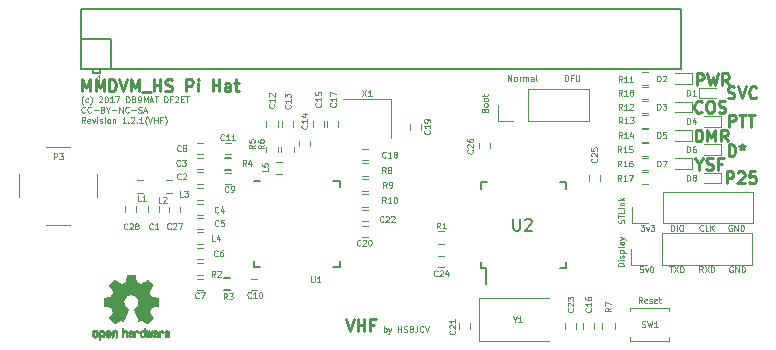
<source format=gto>
G04 #@! TF.FileFunction,Legend,Top*
%FSLAX46Y46*%
G04 Gerber Fmt 4.6, Leading zero omitted, Abs format (unit mm)*
G04 Created by KiCad (PCBNEW 4.0.6) date 2017 October 20, Friday 03:08:25*
%MOMM*%
%LPD*%
G01*
G04 APERTURE LIST*
%ADD10C,0.100000*%
%ADD11C,0.125000*%
%ADD12C,0.250000*%
%ADD13C,0.120000*%
%ADD14C,0.150000*%
%ADD15C,0.127000*%
%ADD16C,0.010000*%
%ADD17C,0.101600*%
G04 APERTURE END LIST*
D10*
D11*
X188161849Y-134046090D02*
X188161849Y-133546090D01*
X188161849Y-133736567D02*
X188209468Y-133712757D01*
X188304706Y-133712757D01*
X188352325Y-133736567D01*
X188376134Y-133760376D01*
X188399944Y-133807995D01*
X188399944Y-133950852D01*
X188376134Y-133998471D01*
X188352325Y-134022281D01*
X188304706Y-134046090D01*
X188209468Y-134046090D01*
X188161849Y-134022281D01*
X188566611Y-133712757D02*
X188685658Y-134046090D01*
X188804706Y-133712757D02*
X188685658Y-134046090D01*
X188638039Y-134165138D01*
X188614230Y-134188948D01*
X188566611Y-134212757D01*
X189376134Y-134046090D02*
X189376134Y-133546090D01*
X189376134Y-133784186D02*
X189661848Y-133784186D01*
X189661848Y-134046090D02*
X189661848Y-133546090D01*
X189876134Y-134022281D02*
X189947563Y-134046090D01*
X190066610Y-134046090D01*
X190114229Y-134022281D01*
X190138039Y-133998471D01*
X190161848Y-133950852D01*
X190161848Y-133903233D01*
X190138039Y-133855614D01*
X190114229Y-133831805D01*
X190066610Y-133807995D01*
X189971372Y-133784186D01*
X189923753Y-133760376D01*
X189899944Y-133736567D01*
X189876134Y-133688948D01*
X189876134Y-133641329D01*
X189899944Y-133593710D01*
X189923753Y-133569900D01*
X189971372Y-133546090D01*
X190090420Y-133546090D01*
X190161848Y-133569900D01*
X190447562Y-133760376D02*
X190399943Y-133736567D01*
X190376134Y-133712757D01*
X190352324Y-133665138D01*
X190352324Y-133641329D01*
X190376134Y-133593710D01*
X190399943Y-133569900D01*
X190447562Y-133546090D01*
X190542800Y-133546090D01*
X190590419Y-133569900D01*
X190614229Y-133593710D01*
X190638038Y-133641329D01*
X190638038Y-133665138D01*
X190614229Y-133712757D01*
X190590419Y-133736567D01*
X190542800Y-133760376D01*
X190447562Y-133760376D01*
X190399943Y-133784186D01*
X190376134Y-133807995D01*
X190352324Y-133855614D01*
X190352324Y-133950852D01*
X190376134Y-133998471D01*
X190399943Y-134022281D01*
X190447562Y-134046090D01*
X190542800Y-134046090D01*
X190590419Y-134022281D01*
X190614229Y-133998471D01*
X190638038Y-133950852D01*
X190638038Y-133855614D01*
X190614229Y-133807995D01*
X190590419Y-133784186D01*
X190542800Y-133760376D01*
X190995181Y-133546090D02*
X190995181Y-133903233D01*
X190971371Y-133974662D01*
X190923752Y-134022281D01*
X190852324Y-134046090D01*
X190804705Y-134046090D01*
X191518990Y-133998471D02*
X191495180Y-134022281D01*
X191423752Y-134046090D01*
X191376133Y-134046090D01*
X191304704Y-134022281D01*
X191257085Y-133974662D01*
X191233276Y-133927043D01*
X191209466Y-133831805D01*
X191209466Y-133760376D01*
X191233276Y-133665138D01*
X191257085Y-133617519D01*
X191304704Y-133569900D01*
X191376133Y-133546090D01*
X191423752Y-133546090D01*
X191495180Y-133569900D01*
X191518990Y-133593710D01*
X191661847Y-133546090D02*
X191828514Y-134046090D01*
X191995180Y-133546090D01*
D12*
X184959786Y-132942081D02*
X185293119Y-133942081D01*
X185626453Y-132942081D01*
X185959786Y-133942081D02*
X185959786Y-132942081D01*
X185959786Y-133418271D02*
X186531215Y-133418271D01*
X186531215Y-133942081D02*
X186531215Y-132942081D01*
X187340739Y-133418271D02*
X187007405Y-133418271D01*
X187007405Y-133942081D02*
X187007405Y-132942081D01*
X187483596Y-132942081D01*
D11*
X217619047Y-125000000D02*
X217571428Y-124976190D01*
X217500000Y-124976190D01*
X217428571Y-125000000D01*
X217380952Y-125047619D01*
X217357143Y-125095238D01*
X217333333Y-125190476D01*
X217333333Y-125261905D01*
X217357143Y-125357143D01*
X217380952Y-125404762D01*
X217428571Y-125452381D01*
X217500000Y-125476190D01*
X217547619Y-125476190D01*
X217619047Y-125452381D01*
X217642857Y-125428571D01*
X217642857Y-125261905D01*
X217547619Y-125261905D01*
X217857143Y-125476190D02*
X217857143Y-124976190D01*
X218142857Y-125476190D01*
X218142857Y-124976190D01*
X218380953Y-125476190D02*
X218380953Y-124976190D01*
X218500000Y-124976190D01*
X218571429Y-125000000D01*
X218619048Y-125047619D01*
X218642857Y-125095238D01*
X218666667Y-125190476D01*
X218666667Y-125261905D01*
X218642857Y-125357143D01*
X218619048Y-125404762D01*
X218571429Y-125452381D01*
X218500000Y-125476190D01*
X218380953Y-125476190D01*
X215202381Y-125428571D02*
X215178571Y-125452381D01*
X215107143Y-125476190D01*
X215059524Y-125476190D01*
X214988095Y-125452381D01*
X214940476Y-125404762D01*
X214916667Y-125357143D01*
X214892857Y-125261905D01*
X214892857Y-125190476D01*
X214916667Y-125095238D01*
X214940476Y-125047619D01*
X214988095Y-125000000D01*
X215059524Y-124976190D01*
X215107143Y-124976190D01*
X215178571Y-125000000D01*
X215202381Y-125023810D01*
X215654762Y-125476190D02*
X215416667Y-125476190D01*
X215416667Y-124976190D01*
X215821429Y-125476190D02*
X215821429Y-124976190D01*
X216107143Y-125476190D02*
X215892857Y-125190476D01*
X216107143Y-124976190D02*
X215821429Y-125261905D01*
X212488096Y-125476190D02*
X212488096Y-124976190D01*
X212607143Y-124976190D01*
X212678572Y-125000000D01*
X212726191Y-125047619D01*
X212750000Y-125095238D01*
X212773810Y-125190476D01*
X212773810Y-125261905D01*
X212750000Y-125357143D01*
X212726191Y-125404762D01*
X212678572Y-125452381D01*
X212607143Y-125476190D01*
X212488096Y-125476190D01*
X212988096Y-125476190D02*
X212988096Y-124976190D01*
X213321429Y-124976190D02*
X213416667Y-124976190D01*
X213464286Y-125000000D01*
X213511905Y-125047619D01*
X213535714Y-125142857D01*
X213535714Y-125309524D01*
X213511905Y-125404762D01*
X213464286Y-125452381D01*
X213416667Y-125476190D01*
X213321429Y-125476190D01*
X213273810Y-125452381D01*
X213226191Y-125404762D01*
X213202381Y-125309524D01*
X213202381Y-125142857D01*
X213226191Y-125047619D01*
X213273810Y-125000000D01*
X213321429Y-124976190D01*
X209904763Y-124976190D02*
X210214286Y-124976190D01*
X210047620Y-125166667D01*
X210119048Y-125166667D01*
X210166667Y-125190476D01*
X210190477Y-125214286D01*
X210214286Y-125261905D01*
X210214286Y-125380952D01*
X210190477Y-125428571D01*
X210166667Y-125452381D01*
X210119048Y-125476190D01*
X209976191Y-125476190D01*
X209928572Y-125452381D01*
X209904763Y-125428571D01*
X210380953Y-125142857D02*
X210500000Y-125476190D01*
X210619048Y-125142857D01*
X210761905Y-124976190D02*
X211071428Y-124976190D01*
X210904762Y-125166667D01*
X210976190Y-125166667D01*
X211023809Y-125190476D01*
X211047619Y-125214286D01*
X211071428Y-125261905D01*
X211071428Y-125380952D01*
X211047619Y-125428571D01*
X211023809Y-125452381D01*
X210976190Y-125476190D01*
X210833333Y-125476190D01*
X210785714Y-125452381D01*
X210761905Y-125428571D01*
X217694047Y-128500000D02*
X217646428Y-128476190D01*
X217575000Y-128476190D01*
X217503571Y-128500000D01*
X217455952Y-128547619D01*
X217432143Y-128595238D01*
X217408333Y-128690476D01*
X217408333Y-128761905D01*
X217432143Y-128857143D01*
X217455952Y-128904762D01*
X217503571Y-128952381D01*
X217575000Y-128976190D01*
X217622619Y-128976190D01*
X217694047Y-128952381D01*
X217717857Y-128928571D01*
X217717857Y-128761905D01*
X217622619Y-128761905D01*
X217932143Y-128976190D02*
X217932143Y-128476190D01*
X218217857Y-128976190D01*
X218217857Y-128476190D01*
X218455953Y-128976190D02*
X218455953Y-128476190D01*
X218575000Y-128476190D01*
X218646429Y-128500000D01*
X218694048Y-128547619D01*
X218717857Y-128595238D01*
X218741667Y-128690476D01*
X218741667Y-128761905D01*
X218717857Y-128857143D01*
X218694048Y-128904762D01*
X218646429Y-128952381D01*
X218575000Y-128976190D01*
X218455953Y-128976190D01*
X215166667Y-128976190D02*
X215000000Y-128738095D01*
X214880953Y-128976190D02*
X214880953Y-128476190D01*
X215071429Y-128476190D01*
X215119048Y-128500000D01*
X215142857Y-128523810D01*
X215166667Y-128571429D01*
X215166667Y-128642857D01*
X215142857Y-128690476D01*
X215119048Y-128714286D01*
X215071429Y-128738095D01*
X214880953Y-128738095D01*
X215333334Y-128476190D02*
X215666667Y-128976190D01*
X215666667Y-128476190D02*
X215333334Y-128976190D01*
X215857143Y-128976190D02*
X215857143Y-128476190D01*
X215976190Y-128476190D01*
X216047619Y-128500000D01*
X216095238Y-128547619D01*
X216119047Y-128595238D01*
X216142857Y-128690476D01*
X216142857Y-128761905D01*
X216119047Y-128857143D01*
X216095238Y-128904762D01*
X216047619Y-128952381D01*
X215976190Y-128976190D01*
X215857143Y-128976190D01*
X212344048Y-128476190D02*
X212629762Y-128476190D01*
X212486905Y-128976190D02*
X212486905Y-128476190D01*
X212748810Y-128476190D02*
X213082143Y-128976190D01*
X213082143Y-128476190D02*
X212748810Y-128976190D01*
X213272619Y-128976190D02*
X213272619Y-128476190D01*
X213391666Y-128476190D01*
X213463095Y-128500000D01*
X213510714Y-128547619D01*
X213534523Y-128595238D01*
X213558333Y-128690476D01*
X213558333Y-128761905D01*
X213534523Y-128857143D01*
X213510714Y-128904762D01*
X213463095Y-128952381D01*
X213391666Y-128976190D01*
X213272619Y-128976190D01*
X210115477Y-128476190D02*
X209877382Y-128476190D01*
X209853572Y-128714286D01*
X209877382Y-128690476D01*
X209925001Y-128666667D01*
X210044048Y-128666667D01*
X210091667Y-128690476D01*
X210115477Y-128714286D01*
X210139286Y-128761905D01*
X210139286Y-128880952D01*
X210115477Y-128928571D01*
X210091667Y-128952381D01*
X210044048Y-128976190D01*
X209925001Y-128976190D01*
X209877382Y-128952381D01*
X209853572Y-128928571D01*
X210305953Y-128642857D02*
X210425000Y-128976190D01*
X210544048Y-128642857D01*
X210829762Y-128476190D02*
X210877381Y-128476190D01*
X210925000Y-128500000D01*
X210948809Y-128523810D01*
X210972619Y-128571429D01*
X210996428Y-128666667D01*
X210996428Y-128785714D01*
X210972619Y-128880952D01*
X210948809Y-128928571D01*
X210925000Y-128952381D01*
X210877381Y-128976190D01*
X210829762Y-128976190D01*
X210782143Y-128952381D01*
X210758333Y-128928571D01*
X210734524Y-128880952D01*
X210710714Y-128785714D01*
X210710714Y-128666667D01*
X210734524Y-128571429D01*
X210758333Y-128523810D01*
X210782143Y-128500000D01*
X210829762Y-128476190D01*
D12*
X217285714Y-114204762D02*
X217428571Y-114252381D01*
X217666667Y-114252381D01*
X217761905Y-114204762D01*
X217809524Y-114157143D01*
X217857143Y-114061905D01*
X217857143Y-113966667D01*
X217809524Y-113871429D01*
X217761905Y-113823810D01*
X217666667Y-113776190D01*
X217476190Y-113728571D01*
X217380952Y-113680952D01*
X217333333Y-113633333D01*
X217285714Y-113538095D01*
X217285714Y-113442857D01*
X217333333Y-113347619D01*
X217380952Y-113300000D01*
X217476190Y-113252381D01*
X217714286Y-113252381D01*
X217857143Y-113300000D01*
X218142857Y-113252381D02*
X218476190Y-114252381D01*
X218809524Y-113252381D01*
X219714286Y-114157143D02*
X219666667Y-114204762D01*
X219523810Y-114252381D01*
X219428572Y-114252381D01*
X219285714Y-114204762D01*
X219190476Y-114109524D01*
X219142857Y-114014286D01*
X219095238Y-113823810D01*
X219095238Y-113680952D01*
X219142857Y-113490476D01*
X219190476Y-113395238D01*
X219285714Y-113300000D01*
X219428572Y-113252381D01*
X219523810Y-113252381D01*
X219666667Y-113300000D01*
X219714286Y-113347619D01*
D11*
X162736905Y-114791667D02*
X162713095Y-114767857D01*
X162665476Y-114696429D01*
X162641667Y-114648810D01*
X162617857Y-114577381D01*
X162594048Y-114458333D01*
X162594048Y-114363095D01*
X162617857Y-114244048D01*
X162641667Y-114172619D01*
X162665476Y-114125000D01*
X162713095Y-114053571D01*
X162736905Y-114029762D01*
X163141666Y-114577381D02*
X163094047Y-114601190D01*
X162998809Y-114601190D01*
X162951190Y-114577381D01*
X162927381Y-114553571D01*
X162903571Y-114505952D01*
X162903571Y-114363095D01*
X162927381Y-114315476D01*
X162951190Y-114291667D01*
X162998809Y-114267857D01*
X163094047Y-114267857D01*
X163141666Y-114291667D01*
X163308333Y-114791667D02*
X163332142Y-114767857D01*
X163379761Y-114696429D01*
X163403571Y-114648810D01*
X163427380Y-114577381D01*
X163451190Y-114458333D01*
X163451190Y-114363095D01*
X163427380Y-114244048D01*
X163403571Y-114172619D01*
X163379761Y-114125000D01*
X163332142Y-114053571D01*
X163308333Y-114029762D01*
X164046427Y-114148810D02*
X164070237Y-114125000D01*
X164117856Y-114101190D01*
X164236903Y-114101190D01*
X164284522Y-114125000D01*
X164308332Y-114148810D01*
X164332141Y-114196429D01*
X164332141Y-114244048D01*
X164308332Y-114315476D01*
X164022618Y-114601190D01*
X164332141Y-114601190D01*
X164641665Y-114101190D02*
X164689284Y-114101190D01*
X164736903Y-114125000D01*
X164760712Y-114148810D01*
X164784522Y-114196429D01*
X164808331Y-114291667D01*
X164808331Y-114410714D01*
X164784522Y-114505952D01*
X164760712Y-114553571D01*
X164736903Y-114577381D01*
X164689284Y-114601190D01*
X164641665Y-114601190D01*
X164594046Y-114577381D01*
X164570236Y-114553571D01*
X164546427Y-114505952D01*
X164522617Y-114410714D01*
X164522617Y-114291667D01*
X164546427Y-114196429D01*
X164570236Y-114148810D01*
X164594046Y-114125000D01*
X164641665Y-114101190D01*
X165284521Y-114601190D02*
X164998807Y-114601190D01*
X165141664Y-114601190D02*
X165141664Y-114101190D01*
X165094045Y-114172619D01*
X165046426Y-114220238D01*
X164998807Y-114244048D01*
X165451188Y-114101190D02*
X165784521Y-114101190D01*
X165570235Y-114601190D01*
X166355949Y-114601190D02*
X166355949Y-114101190D01*
X166474996Y-114101190D01*
X166546425Y-114125000D01*
X166594044Y-114172619D01*
X166617853Y-114220238D01*
X166641663Y-114315476D01*
X166641663Y-114386905D01*
X166617853Y-114482143D01*
X166594044Y-114529762D01*
X166546425Y-114577381D01*
X166474996Y-114601190D01*
X166355949Y-114601190D01*
X167022615Y-114339286D02*
X167094044Y-114363095D01*
X167117853Y-114386905D01*
X167141663Y-114434524D01*
X167141663Y-114505952D01*
X167117853Y-114553571D01*
X167094044Y-114577381D01*
X167046425Y-114601190D01*
X166855949Y-114601190D01*
X166855949Y-114101190D01*
X167022615Y-114101190D01*
X167070234Y-114125000D01*
X167094044Y-114148810D01*
X167117853Y-114196429D01*
X167117853Y-114244048D01*
X167094044Y-114291667D01*
X167070234Y-114315476D01*
X167022615Y-114339286D01*
X166855949Y-114339286D01*
X167379758Y-114601190D02*
X167474996Y-114601190D01*
X167522615Y-114577381D01*
X167546425Y-114553571D01*
X167594044Y-114482143D01*
X167617853Y-114386905D01*
X167617853Y-114196429D01*
X167594044Y-114148810D01*
X167570234Y-114125000D01*
X167522615Y-114101190D01*
X167427377Y-114101190D01*
X167379758Y-114125000D01*
X167355949Y-114148810D01*
X167332139Y-114196429D01*
X167332139Y-114315476D01*
X167355949Y-114363095D01*
X167379758Y-114386905D01*
X167427377Y-114410714D01*
X167522615Y-114410714D01*
X167570234Y-114386905D01*
X167594044Y-114363095D01*
X167617853Y-114315476D01*
X167832139Y-114601190D02*
X167832139Y-114101190D01*
X167998805Y-114458333D01*
X168165472Y-114101190D01*
X168165472Y-114601190D01*
X168379758Y-114458333D02*
X168617853Y-114458333D01*
X168332139Y-114601190D02*
X168498806Y-114101190D01*
X168665472Y-114601190D01*
X168760710Y-114101190D02*
X169046424Y-114101190D01*
X168903567Y-114601190D02*
X168903567Y-114101190D01*
X169594043Y-114601190D02*
X169594043Y-114101190D01*
X169713090Y-114101190D01*
X169784519Y-114125000D01*
X169832138Y-114172619D01*
X169855947Y-114220238D01*
X169879757Y-114315476D01*
X169879757Y-114386905D01*
X169855947Y-114482143D01*
X169832138Y-114529762D01*
X169784519Y-114577381D01*
X169713090Y-114601190D01*
X169594043Y-114601190D01*
X170260709Y-114339286D02*
X170094043Y-114339286D01*
X170094043Y-114601190D02*
X170094043Y-114101190D01*
X170332138Y-114101190D01*
X170498804Y-114148810D02*
X170522614Y-114125000D01*
X170570233Y-114101190D01*
X170689280Y-114101190D01*
X170736899Y-114125000D01*
X170760709Y-114148810D01*
X170784518Y-114196429D01*
X170784518Y-114244048D01*
X170760709Y-114315476D01*
X170474995Y-114601190D01*
X170784518Y-114601190D01*
X170998804Y-114339286D02*
X171165470Y-114339286D01*
X171236899Y-114601190D02*
X170998804Y-114601190D01*
X170998804Y-114101190D01*
X171236899Y-114101190D01*
X171379756Y-114101190D02*
X171665470Y-114101190D01*
X171522613Y-114601190D02*
X171522613Y-114101190D01*
X162879762Y-115428571D02*
X162855952Y-115452381D01*
X162784524Y-115476190D01*
X162736905Y-115476190D01*
X162665476Y-115452381D01*
X162617857Y-115404762D01*
X162594048Y-115357143D01*
X162570238Y-115261905D01*
X162570238Y-115190476D01*
X162594048Y-115095238D01*
X162617857Y-115047619D01*
X162665476Y-115000000D01*
X162736905Y-114976190D01*
X162784524Y-114976190D01*
X162855952Y-115000000D01*
X162879762Y-115023810D01*
X163379762Y-115428571D02*
X163355952Y-115452381D01*
X163284524Y-115476190D01*
X163236905Y-115476190D01*
X163165476Y-115452381D01*
X163117857Y-115404762D01*
X163094048Y-115357143D01*
X163070238Y-115261905D01*
X163070238Y-115190476D01*
X163094048Y-115095238D01*
X163117857Y-115047619D01*
X163165476Y-115000000D01*
X163236905Y-114976190D01*
X163284524Y-114976190D01*
X163355952Y-115000000D01*
X163379762Y-115023810D01*
X163594048Y-115285714D02*
X163975000Y-115285714D01*
X164379762Y-115214286D02*
X164451191Y-115238095D01*
X164475000Y-115261905D01*
X164498810Y-115309524D01*
X164498810Y-115380952D01*
X164475000Y-115428571D01*
X164451191Y-115452381D01*
X164403572Y-115476190D01*
X164213096Y-115476190D01*
X164213096Y-114976190D01*
X164379762Y-114976190D01*
X164427381Y-115000000D01*
X164451191Y-115023810D01*
X164475000Y-115071429D01*
X164475000Y-115119048D01*
X164451191Y-115166667D01*
X164427381Y-115190476D01*
X164379762Y-115214286D01*
X164213096Y-115214286D01*
X164808334Y-115238095D02*
X164808334Y-115476190D01*
X164641667Y-114976190D02*
X164808334Y-115238095D01*
X164975000Y-114976190D01*
X165141667Y-115285714D02*
X165522619Y-115285714D01*
X165760715Y-115476190D02*
X165760715Y-114976190D01*
X166046429Y-115476190D01*
X166046429Y-114976190D01*
X166570239Y-115428571D02*
X166546429Y-115452381D01*
X166475001Y-115476190D01*
X166427382Y-115476190D01*
X166355953Y-115452381D01*
X166308334Y-115404762D01*
X166284525Y-115357143D01*
X166260715Y-115261905D01*
X166260715Y-115190476D01*
X166284525Y-115095238D01*
X166308334Y-115047619D01*
X166355953Y-115000000D01*
X166427382Y-114976190D01*
X166475001Y-114976190D01*
X166546429Y-115000000D01*
X166570239Y-115023810D01*
X166784525Y-115285714D02*
X167165477Y-115285714D01*
X167379763Y-115452381D02*
X167451192Y-115476190D01*
X167570239Y-115476190D01*
X167617858Y-115452381D01*
X167641668Y-115428571D01*
X167665477Y-115380952D01*
X167665477Y-115333333D01*
X167641668Y-115285714D01*
X167617858Y-115261905D01*
X167570239Y-115238095D01*
X167475001Y-115214286D01*
X167427382Y-115190476D01*
X167403573Y-115166667D01*
X167379763Y-115119048D01*
X167379763Y-115071429D01*
X167403573Y-115023810D01*
X167427382Y-115000000D01*
X167475001Y-114976190D01*
X167594049Y-114976190D01*
X167665477Y-115000000D01*
X167855953Y-115333333D02*
X168094048Y-115333333D01*
X167808334Y-115476190D02*
X167975001Y-114976190D01*
X168141667Y-115476190D01*
X162879762Y-116351190D02*
X162713095Y-116113095D01*
X162594048Y-116351190D02*
X162594048Y-115851190D01*
X162784524Y-115851190D01*
X162832143Y-115875000D01*
X162855952Y-115898810D01*
X162879762Y-115946429D01*
X162879762Y-116017857D01*
X162855952Y-116065476D01*
X162832143Y-116089286D01*
X162784524Y-116113095D01*
X162594048Y-116113095D01*
X163284524Y-116327381D02*
X163236905Y-116351190D01*
X163141667Y-116351190D01*
X163094048Y-116327381D01*
X163070238Y-116279762D01*
X163070238Y-116089286D01*
X163094048Y-116041667D01*
X163141667Y-116017857D01*
X163236905Y-116017857D01*
X163284524Y-116041667D01*
X163308333Y-116089286D01*
X163308333Y-116136905D01*
X163070238Y-116184524D01*
X163475000Y-116017857D02*
X163594047Y-116351190D01*
X163713095Y-116017857D01*
X163903571Y-116351190D02*
X163903571Y-116017857D01*
X163903571Y-115851190D02*
X163879761Y-115875000D01*
X163903571Y-115898810D01*
X163927380Y-115875000D01*
X163903571Y-115851190D01*
X163903571Y-115898810D01*
X164117856Y-116327381D02*
X164165475Y-116351190D01*
X164260713Y-116351190D01*
X164308332Y-116327381D01*
X164332142Y-116279762D01*
X164332142Y-116255952D01*
X164308332Y-116208333D01*
X164260713Y-116184524D01*
X164189285Y-116184524D01*
X164141666Y-116160714D01*
X164117856Y-116113095D01*
X164117856Y-116089286D01*
X164141666Y-116041667D01*
X164189285Y-116017857D01*
X164260713Y-116017857D01*
X164308332Y-116041667D01*
X164546428Y-116351190D02*
X164546428Y-116017857D01*
X164546428Y-115851190D02*
X164522618Y-115875000D01*
X164546428Y-115898810D01*
X164570237Y-115875000D01*
X164546428Y-115851190D01*
X164546428Y-115898810D01*
X164855951Y-116351190D02*
X164808332Y-116327381D01*
X164784523Y-116303571D01*
X164760713Y-116255952D01*
X164760713Y-116113095D01*
X164784523Y-116065476D01*
X164808332Y-116041667D01*
X164855951Y-116017857D01*
X164927380Y-116017857D01*
X164974999Y-116041667D01*
X164998808Y-116065476D01*
X165022618Y-116113095D01*
X165022618Y-116255952D01*
X164998808Y-116303571D01*
X164974999Y-116327381D01*
X164927380Y-116351190D01*
X164855951Y-116351190D01*
X165236904Y-116017857D02*
X165236904Y-116351190D01*
X165236904Y-116065476D02*
X165260713Y-116041667D01*
X165308332Y-116017857D01*
X165379761Y-116017857D01*
X165427380Y-116041667D01*
X165451189Y-116089286D01*
X165451189Y-116351190D01*
X166332141Y-116351190D02*
X166046427Y-116351190D01*
X166189284Y-116351190D02*
X166189284Y-115851190D01*
X166141665Y-115922619D01*
X166094046Y-115970238D01*
X166046427Y-115994048D01*
X166546427Y-116303571D02*
X166570236Y-116327381D01*
X166546427Y-116351190D01*
X166522617Y-116327381D01*
X166546427Y-116303571D01*
X166546427Y-116351190D01*
X166760712Y-115898810D02*
X166784522Y-115875000D01*
X166832141Y-115851190D01*
X166951188Y-115851190D01*
X166998807Y-115875000D01*
X167022617Y-115898810D01*
X167046426Y-115946429D01*
X167046426Y-115994048D01*
X167022617Y-116065476D01*
X166736903Y-116351190D01*
X167046426Y-116351190D01*
X167260712Y-116303571D02*
X167284521Y-116327381D01*
X167260712Y-116351190D01*
X167236902Y-116327381D01*
X167260712Y-116303571D01*
X167260712Y-116351190D01*
X167760711Y-116351190D02*
X167474997Y-116351190D01*
X167617854Y-116351190D02*
X167617854Y-115851190D01*
X167570235Y-115922619D01*
X167522616Y-115970238D01*
X167474997Y-115994048D01*
X168117854Y-116541667D02*
X168094044Y-116517857D01*
X168046425Y-116446429D01*
X168022616Y-116398810D01*
X167998806Y-116327381D01*
X167974997Y-116208333D01*
X167974997Y-116113095D01*
X167998806Y-115994048D01*
X168022616Y-115922619D01*
X168046425Y-115875000D01*
X168094044Y-115803571D01*
X168117854Y-115779762D01*
X168236901Y-115851190D02*
X168403568Y-116351190D01*
X168570234Y-115851190D01*
X168736901Y-116351190D02*
X168736901Y-115851190D01*
X168736901Y-116089286D02*
X169022615Y-116089286D01*
X169022615Y-116351190D02*
X169022615Y-115851190D01*
X169427377Y-116089286D02*
X169260711Y-116089286D01*
X169260711Y-116351190D02*
X169260711Y-115851190D01*
X169498806Y-115851190D01*
X169641663Y-116541667D02*
X169665472Y-116517857D01*
X169713091Y-116446429D01*
X169736901Y-116398810D01*
X169760710Y-116327381D01*
X169784520Y-116208333D01*
X169784520Y-116113095D01*
X169760710Y-115994048D01*
X169736901Y-115922619D01*
X169713091Y-115875000D01*
X169665472Y-115803571D01*
X169641663Y-115779762D01*
D12*
X162638095Y-113652381D02*
X162638095Y-112652381D01*
X162971429Y-113366667D01*
X163304762Y-112652381D01*
X163304762Y-113652381D01*
X163780952Y-113652381D02*
X163780952Y-112652381D01*
X164114286Y-113366667D01*
X164447619Y-112652381D01*
X164447619Y-113652381D01*
X164923809Y-113652381D02*
X164923809Y-112652381D01*
X165161904Y-112652381D01*
X165304762Y-112700000D01*
X165400000Y-112795238D01*
X165447619Y-112890476D01*
X165495238Y-113080952D01*
X165495238Y-113223810D01*
X165447619Y-113414286D01*
X165400000Y-113509524D01*
X165304762Y-113604762D01*
X165161904Y-113652381D01*
X164923809Y-113652381D01*
X165780952Y-112652381D02*
X166114285Y-113652381D01*
X166447619Y-112652381D01*
X166780952Y-113652381D02*
X166780952Y-112652381D01*
X167114286Y-113366667D01*
X167447619Y-112652381D01*
X167447619Y-113652381D01*
X167685714Y-113747619D02*
X168447619Y-113747619D01*
X168685714Y-113652381D02*
X168685714Y-112652381D01*
X168685714Y-113128571D02*
X169257143Y-113128571D01*
X169257143Y-113652381D02*
X169257143Y-112652381D01*
X169685714Y-113604762D02*
X169828571Y-113652381D01*
X170066667Y-113652381D01*
X170161905Y-113604762D01*
X170209524Y-113557143D01*
X170257143Y-113461905D01*
X170257143Y-113366667D01*
X170209524Y-113271429D01*
X170161905Y-113223810D01*
X170066667Y-113176190D01*
X169876190Y-113128571D01*
X169780952Y-113080952D01*
X169733333Y-113033333D01*
X169685714Y-112938095D01*
X169685714Y-112842857D01*
X169733333Y-112747619D01*
X169780952Y-112700000D01*
X169876190Y-112652381D01*
X170114286Y-112652381D01*
X170257143Y-112700000D01*
X171447619Y-113652381D02*
X171447619Y-112652381D01*
X171828572Y-112652381D01*
X171923810Y-112700000D01*
X171971429Y-112747619D01*
X172019048Y-112842857D01*
X172019048Y-112985714D01*
X171971429Y-113080952D01*
X171923810Y-113128571D01*
X171828572Y-113176190D01*
X171447619Y-113176190D01*
X172447619Y-113652381D02*
X172447619Y-112985714D01*
X172447619Y-112652381D02*
X172400000Y-112700000D01*
X172447619Y-112747619D01*
X172495238Y-112700000D01*
X172447619Y-112652381D01*
X172447619Y-112747619D01*
X173685714Y-113652381D02*
X173685714Y-112652381D01*
X173685714Y-113128571D02*
X174257143Y-113128571D01*
X174257143Y-113652381D02*
X174257143Y-112652381D01*
X175161905Y-113652381D02*
X175161905Y-113128571D01*
X175114286Y-113033333D01*
X175019048Y-112985714D01*
X174828571Y-112985714D01*
X174733333Y-113033333D01*
X175161905Y-113604762D02*
X175066667Y-113652381D01*
X174828571Y-113652381D01*
X174733333Y-113604762D01*
X174685714Y-113509524D01*
X174685714Y-113414286D01*
X174733333Y-113319048D01*
X174828571Y-113271429D01*
X175066667Y-113271429D01*
X175161905Y-113223810D01*
X175495238Y-112985714D02*
X175876190Y-112985714D01*
X175638095Y-112652381D02*
X175638095Y-113509524D01*
X175685714Y-113604762D01*
X175780952Y-113652381D01*
X175876190Y-113652381D01*
D11*
X196714286Y-115259524D02*
X196738095Y-115188095D01*
X196761905Y-115164286D01*
X196809524Y-115140476D01*
X196880952Y-115140476D01*
X196928571Y-115164286D01*
X196952381Y-115188095D01*
X196976190Y-115235714D01*
X196976190Y-115426190D01*
X196476190Y-115426190D01*
X196476190Y-115259524D01*
X196500000Y-115211905D01*
X196523810Y-115188095D01*
X196571429Y-115164286D01*
X196619048Y-115164286D01*
X196666667Y-115188095D01*
X196690476Y-115211905D01*
X196714286Y-115259524D01*
X196714286Y-115426190D01*
X196976190Y-114854762D02*
X196952381Y-114902381D01*
X196928571Y-114926190D01*
X196880952Y-114950000D01*
X196738095Y-114950000D01*
X196690476Y-114926190D01*
X196666667Y-114902381D01*
X196642857Y-114854762D01*
X196642857Y-114783333D01*
X196666667Y-114735714D01*
X196690476Y-114711905D01*
X196738095Y-114688095D01*
X196880952Y-114688095D01*
X196928571Y-114711905D01*
X196952381Y-114735714D01*
X196976190Y-114783333D01*
X196976190Y-114854762D01*
X196976190Y-114402381D02*
X196952381Y-114450000D01*
X196928571Y-114473809D01*
X196880952Y-114497619D01*
X196738095Y-114497619D01*
X196690476Y-114473809D01*
X196666667Y-114450000D01*
X196642857Y-114402381D01*
X196642857Y-114330952D01*
X196666667Y-114283333D01*
X196690476Y-114259524D01*
X196738095Y-114235714D01*
X196880952Y-114235714D01*
X196928571Y-114259524D01*
X196952381Y-114283333D01*
X196976190Y-114330952D01*
X196976190Y-114402381D01*
X196642857Y-114092857D02*
X196642857Y-113902381D01*
X196476190Y-114021428D02*
X196904762Y-114021428D01*
X196952381Y-113997619D01*
X196976190Y-113950000D01*
X196976190Y-113902381D01*
X203492858Y-112776190D02*
X203492858Y-112276190D01*
X203611905Y-112276190D01*
X203683334Y-112300000D01*
X203730953Y-112347619D01*
X203754762Y-112395238D01*
X203778572Y-112490476D01*
X203778572Y-112561905D01*
X203754762Y-112657143D01*
X203730953Y-112704762D01*
X203683334Y-112752381D01*
X203611905Y-112776190D01*
X203492858Y-112776190D01*
X204159524Y-112514286D02*
X203992858Y-112514286D01*
X203992858Y-112776190D02*
X203992858Y-112276190D01*
X204230953Y-112276190D01*
X204421429Y-112276190D02*
X204421429Y-112680952D01*
X204445238Y-112728571D01*
X204469048Y-112752381D01*
X204516667Y-112776190D01*
X204611905Y-112776190D01*
X204659524Y-112752381D01*
X204683333Y-112728571D01*
X204707143Y-112680952D01*
X204707143Y-112276190D01*
X198685714Y-112776190D02*
X198685714Y-112276190D01*
X198971428Y-112776190D01*
X198971428Y-112276190D01*
X199280952Y-112776190D02*
X199233333Y-112752381D01*
X199209524Y-112728571D01*
X199185714Y-112680952D01*
X199185714Y-112538095D01*
X199209524Y-112490476D01*
X199233333Y-112466667D01*
X199280952Y-112442857D01*
X199352381Y-112442857D01*
X199400000Y-112466667D01*
X199423809Y-112490476D01*
X199447619Y-112538095D01*
X199447619Y-112680952D01*
X199423809Y-112728571D01*
X199400000Y-112752381D01*
X199352381Y-112776190D01*
X199280952Y-112776190D01*
X199661905Y-112776190D02*
X199661905Y-112442857D01*
X199661905Y-112538095D02*
X199685714Y-112490476D01*
X199709524Y-112466667D01*
X199757143Y-112442857D01*
X199804762Y-112442857D01*
X199971429Y-112776190D02*
X199971429Y-112442857D01*
X199971429Y-112490476D02*
X199995238Y-112466667D01*
X200042857Y-112442857D01*
X200114286Y-112442857D01*
X200161905Y-112466667D01*
X200185714Y-112514286D01*
X200185714Y-112776190D01*
X200185714Y-112514286D02*
X200209524Y-112466667D01*
X200257143Y-112442857D01*
X200328571Y-112442857D01*
X200376191Y-112466667D01*
X200400000Y-112514286D01*
X200400000Y-112776190D01*
X200852381Y-112776190D02*
X200852381Y-112514286D01*
X200828572Y-112466667D01*
X200780953Y-112442857D01*
X200685715Y-112442857D01*
X200638096Y-112466667D01*
X200852381Y-112752381D02*
X200804762Y-112776190D01*
X200685715Y-112776190D01*
X200638096Y-112752381D01*
X200614286Y-112704762D01*
X200614286Y-112657143D01*
X200638096Y-112609524D01*
X200685715Y-112585714D01*
X200804762Y-112585714D01*
X200852381Y-112561905D01*
X201161905Y-112776190D02*
X201114286Y-112752381D01*
X201090477Y-112704762D01*
X201090477Y-112276190D01*
X208502381Y-124833333D02*
X208526190Y-124761904D01*
X208526190Y-124642857D01*
X208502381Y-124595238D01*
X208478571Y-124571428D01*
X208430952Y-124547619D01*
X208383333Y-124547619D01*
X208335714Y-124571428D01*
X208311905Y-124595238D01*
X208288095Y-124642857D01*
X208264286Y-124738095D01*
X208240476Y-124785714D01*
X208216667Y-124809523D01*
X208169048Y-124833333D01*
X208121429Y-124833333D01*
X208073810Y-124809523D01*
X208050000Y-124785714D01*
X208026190Y-124738095D01*
X208026190Y-124619047D01*
X208050000Y-124547619D01*
X208026190Y-124404762D02*
X208026190Y-124119048D01*
X208526190Y-124261905D02*
X208026190Y-124261905D01*
X208526190Y-123714286D02*
X208526190Y-123952381D01*
X208026190Y-123952381D01*
X208526190Y-123547619D02*
X208192857Y-123547619D01*
X208026190Y-123547619D02*
X208050000Y-123571429D01*
X208073810Y-123547619D01*
X208050000Y-123523810D01*
X208026190Y-123547619D01*
X208073810Y-123547619D01*
X208192857Y-123309524D02*
X208526190Y-123309524D01*
X208240476Y-123309524D02*
X208216667Y-123285715D01*
X208192857Y-123238096D01*
X208192857Y-123166667D01*
X208216667Y-123119048D01*
X208264286Y-123095239D01*
X208526190Y-123095239D01*
X208526190Y-122857143D02*
X208026190Y-122857143D01*
X208335714Y-122809524D02*
X208526190Y-122666667D01*
X208192857Y-122666667D02*
X208383333Y-122857143D01*
X210030953Y-131576190D02*
X209864286Y-131338095D01*
X209745239Y-131576190D02*
X209745239Y-131076190D01*
X209935715Y-131076190D01*
X209983334Y-131100000D01*
X210007143Y-131123810D01*
X210030953Y-131171429D01*
X210030953Y-131242857D01*
X210007143Y-131290476D01*
X209983334Y-131314286D01*
X209935715Y-131338095D01*
X209745239Y-131338095D01*
X210435715Y-131552381D02*
X210388096Y-131576190D01*
X210292858Y-131576190D01*
X210245239Y-131552381D01*
X210221429Y-131504762D01*
X210221429Y-131314286D01*
X210245239Y-131266667D01*
X210292858Y-131242857D01*
X210388096Y-131242857D01*
X210435715Y-131266667D01*
X210459524Y-131314286D01*
X210459524Y-131361905D01*
X210221429Y-131409524D01*
X210650000Y-131552381D02*
X210697619Y-131576190D01*
X210792857Y-131576190D01*
X210840476Y-131552381D01*
X210864286Y-131504762D01*
X210864286Y-131480952D01*
X210840476Y-131433333D01*
X210792857Y-131409524D01*
X210721429Y-131409524D01*
X210673810Y-131385714D01*
X210650000Y-131338095D01*
X210650000Y-131314286D01*
X210673810Y-131266667D01*
X210721429Y-131242857D01*
X210792857Y-131242857D01*
X210840476Y-131266667D01*
X211269048Y-131552381D02*
X211221429Y-131576190D01*
X211126191Y-131576190D01*
X211078572Y-131552381D01*
X211054762Y-131504762D01*
X211054762Y-131314286D01*
X211078572Y-131266667D01*
X211126191Y-131242857D01*
X211221429Y-131242857D01*
X211269048Y-131266667D01*
X211292857Y-131314286D01*
X211292857Y-131361905D01*
X211054762Y-131409524D01*
X211435714Y-131242857D02*
X211626190Y-131242857D01*
X211507143Y-131076190D02*
X211507143Y-131504762D01*
X211530952Y-131552381D01*
X211578571Y-131576190D01*
X211626190Y-131576190D01*
X208476190Y-128476190D02*
X207976190Y-128476190D01*
X207976190Y-128357143D01*
X208000000Y-128285714D01*
X208047619Y-128238095D01*
X208095238Y-128214286D01*
X208190476Y-128190476D01*
X208261905Y-128190476D01*
X208357143Y-128214286D01*
X208404762Y-128238095D01*
X208452381Y-128285714D01*
X208476190Y-128357143D01*
X208476190Y-128476190D01*
X208476190Y-127976190D02*
X208142857Y-127976190D01*
X207976190Y-127976190D02*
X208000000Y-128000000D01*
X208023810Y-127976190D01*
X208000000Y-127952381D01*
X207976190Y-127976190D01*
X208023810Y-127976190D01*
X208452381Y-127761905D02*
X208476190Y-127714286D01*
X208476190Y-127619048D01*
X208452381Y-127571429D01*
X208404762Y-127547619D01*
X208380952Y-127547619D01*
X208333333Y-127571429D01*
X208309524Y-127619048D01*
X208309524Y-127690476D01*
X208285714Y-127738095D01*
X208238095Y-127761905D01*
X208214286Y-127761905D01*
X208166667Y-127738095D01*
X208142857Y-127690476D01*
X208142857Y-127619048D01*
X208166667Y-127571429D01*
X208142857Y-127333333D02*
X208642857Y-127333333D01*
X208166667Y-127333333D02*
X208142857Y-127285714D01*
X208142857Y-127190476D01*
X208166667Y-127142857D01*
X208190476Y-127119048D01*
X208238095Y-127095238D01*
X208380952Y-127095238D01*
X208428571Y-127119048D01*
X208452381Y-127142857D01*
X208476190Y-127190476D01*
X208476190Y-127285714D01*
X208452381Y-127333333D01*
X208476190Y-126809524D02*
X208452381Y-126857143D01*
X208404762Y-126880952D01*
X207976190Y-126880952D01*
X208476190Y-126404762D02*
X208214286Y-126404762D01*
X208166667Y-126428571D01*
X208142857Y-126476190D01*
X208142857Y-126571428D01*
X208166667Y-126619047D01*
X208452381Y-126404762D02*
X208476190Y-126452381D01*
X208476190Y-126571428D01*
X208452381Y-126619047D01*
X208404762Y-126642857D01*
X208357143Y-126642857D01*
X208309524Y-126619047D01*
X208285714Y-126571428D01*
X208285714Y-126452381D01*
X208261905Y-126404762D01*
X208142857Y-126214285D02*
X208476190Y-126095238D01*
X208142857Y-125976190D02*
X208476190Y-126095238D01*
X208595238Y-126142857D01*
X208619048Y-126166666D01*
X208642857Y-126214285D01*
D12*
X214870238Y-119826190D02*
X214870238Y-120302381D01*
X214536905Y-119302381D02*
X214870238Y-119826190D01*
X215203572Y-119302381D01*
X215489286Y-120254762D02*
X215632143Y-120302381D01*
X215870239Y-120302381D01*
X215965477Y-120254762D01*
X216013096Y-120207143D01*
X216060715Y-120111905D01*
X216060715Y-120016667D01*
X216013096Y-119921429D01*
X215965477Y-119873810D01*
X215870239Y-119826190D01*
X215679762Y-119778571D01*
X215584524Y-119730952D01*
X215536905Y-119683333D01*
X215489286Y-119588095D01*
X215489286Y-119492857D01*
X215536905Y-119397619D01*
X215584524Y-119350000D01*
X215679762Y-119302381D01*
X215917858Y-119302381D01*
X216060715Y-119350000D01*
X216822620Y-119778571D02*
X216489286Y-119778571D01*
X216489286Y-120302381D02*
X216489286Y-119302381D01*
X216965477Y-119302381D01*
X217185714Y-121452381D02*
X217185714Y-120452381D01*
X217566667Y-120452381D01*
X217661905Y-120500000D01*
X217709524Y-120547619D01*
X217757143Y-120642857D01*
X217757143Y-120785714D01*
X217709524Y-120880952D01*
X217661905Y-120928571D01*
X217566667Y-120976190D01*
X217185714Y-120976190D01*
X218138095Y-120547619D02*
X218185714Y-120500000D01*
X218280952Y-120452381D01*
X218519048Y-120452381D01*
X218614286Y-120500000D01*
X218661905Y-120547619D01*
X218709524Y-120642857D01*
X218709524Y-120738095D01*
X218661905Y-120880952D01*
X218090476Y-121452381D01*
X218709524Y-121452381D01*
X219614286Y-120452381D02*
X219138095Y-120452381D01*
X219090476Y-120928571D01*
X219138095Y-120880952D01*
X219233333Y-120833333D01*
X219471429Y-120833333D01*
X219566667Y-120880952D01*
X219614286Y-120928571D01*
X219661905Y-121023810D01*
X219661905Y-121261905D01*
X219614286Y-121357143D01*
X219566667Y-121404762D01*
X219471429Y-121452381D01*
X219233333Y-121452381D01*
X219138095Y-121404762D01*
X219090476Y-121357143D01*
X217357143Y-119152381D02*
X217357143Y-118152381D01*
X217595238Y-118152381D01*
X217738096Y-118200000D01*
X217833334Y-118295238D01*
X217880953Y-118390476D01*
X217928572Y-118580952D01*
X217928572Y-118723810D01*
X217880953Y-118914286D01*
X217833334Y-119009524D01*
X217738096Y-119104762D01*
X217595238Y-119152381D01*
X217357143Y-119152381D01*
X218500000Y-118152381D02*
X218500000Y-118390476D01*
X218261905Y-118295238D02*
X218500000Y-118390476D01*
X218738096Y-118295238D01*
X218357143Y-118580952D02*
X218500000Y-118390476D01*
X218642858Y-118580952D01*
X214566667Y-117902381D02*
X214566667Y-116902381D01*
X214804762Y-116902381D01*
X214947620Y-116950000D01*
X215042858Y-117045238D01*
X215090477Y-117140476D01*
X215138096Y-117330952D01*
X215138096Y-117473810D01*
X215090477Y-117664286D01*
X215042858Y-117759524D01*
X214947620Y-117854762D01*
X214804762Y-117902381D01*
X214566667Y-117902381D01*
X215566667Y-117902381D02*
X215566667Y-116902381D01*
X215900001Y-117616667D01*
X216233334Y-116902381D01*
X216233334Y-117902381D01*
X217280953Y-117902381D02*
X216947619Y-117426190D01*
X216709524Y-117902381D02*
X216709524Y-116902381D01*
X217090477Y-116902381D01*
X217185715Y-116950000D01*
X217233334Y-116997619D01*
X217280953Y-117092857D01*
X217280953Y-117235714D01*
X217233334Y-117330952D01*
X217185715Y-117378571D01*
X217090477Y-117426190D01*
X216709524Y-117426190D01*
X217376190Y-116652381D02*
X217376190Y-115652381D01*
X217757143Y-115652381D01*
X217852381Y-115700000D01*
X217900000Y-115747619D01*
X217947619Y-115842857D01*
X217947619Y-115985714D01*
X217900000Y-116080952D01*
X217852381Y-116128571D01*
X217757143Y-116176190D01*
X217376190Y-116176190D01*
X218233333Y-115652381D02*
X218804762Y-115652381D01*
X218519047Y-116652381D02*
X218519047Y-115652381D01*
X218995238Y-115652381D02*
X219566667Y-115652381D01*
X219280952Y-116652381D02*
X219280952Y-115652381D01*
X215084524Y-115382143D02*
X215036905Y-115429762D01*
X214894048Y-115477381D01*
X214798810Y-115477381D01*
X214655952Y-115429762D01*
X214560714Y-115334524D01*
X214513095Y-115239286D01*
X214465476Y-115048810D01*
X214465476Y-114905952D01*
X214513095Y-114715476D01*
X214560714Y-114620238D01*
X214655952Y-114525000D01*
X214798810Y-114477381D01*
X214894048Y-114477381D01*
X215036905Y-114525000D01*
X215084524Y-114572619D01*
X215703571Y-114477381D02*
X215894048Y-114477381D01*
X215989286Y-114525000D01*
X216084524Y-114620238D01*
X216132143Y-114810714D01*
X216132143Y-115144048D01*
X216084524Y-115334524D01*
X215989286Y-115429762D01*
X215894048Y-115477381D01*
X215703571Y-115477381D01*
X215608333Y-115429762D01*
X215513095Y-115334524D01*
X215465476Y-115144048D01*
X215465476Y-114810714D01*
X215513095Y-114620238D01*
X215608333Y-114525000D01*
X215703571Y-114477381D01*
X216513095Y-115429762D02*
X216655952Y-115477381D01*
X216894048Y-115477381D01*
X216989286Y-115429762D01*
X217036905Y-115382143D01*
X217084524Y-115286905D01*
X217084524Y-115191667D01*
X217036905Y-115096429D01*
X216989286Y-115048810D01*
X216894048Y-115001190D01*
X216703571Y-114953571D01*
X216608333Y-114905952D01*
X216560714Y-114858333D01*
X216513095Y-114763095D01*
X216513095Y-114667857D01*
X216560714Y-114572619D01*
X216608333Y-114525000D01*
X216703571Y-114477381D01*
X216941667Y-114477381D01*
X217084524Y-114525000D01*
X214666667Y-113152381D02*
X214666667Y-112152381D01*
X215047620Y-112152381D01*
X215142858Y-112200000D01*
X215190477Y-112247619D01*
X215238096Y-112342857D01*
X215238096Y-112485714D01*
X215190477Y-112580952D01*
X215142858Y-112628571D01*
X215047620Y-112676190D01*
X214666667Y-112676190D01*
X215571429Y-112152381D02*
X215809524Y-113152381D01*
X216000001Y-112438095D01*
X216190477Y-113152381D01*
X216428572Y-112152381D01*
X217380953Y-113152381D02*
X217047619Y-112676190D01*
X216809524Y-113152381D02*
X216809524Y-112152381D01*
X217190477Y-112152381D01*
X217285715Y-112200000D01*
X217333334Y-112247619D01*
X217380953Y-112342857D01*
X217380953Y-112485714D01*
X217333334Y-112580952D01*
X217285715Y-112628571D01*
X217190477Y-112676190D01*
X216809524Y-112676190D01*
D13*
X170929400Y-123922600D02*
X170929400Y-123422600D01*
X169989400Y-123422600D02*
X169989400Y-123922600D01*
X169176800Y-123897200D02*
X169176800Y-123397200D01*
X168236800Y-123397200D02*
X168236800Y-123897200D01*
X172850000Y-120530000D02*
X172350000Y-120530000D01*
X172350000Y-121470000D02*
X172850000Y-121470000D01*
X172850000Y-119280000D02*
X172350000Y-119280000D01*
X172350000Y-120220000D02*
X172850000Y-120220000D01*
X172350000Y-124120000D02*
X172850000Y-124120000D01*
X172850000Y-123180000D02*
X172350000Y-123180000D01*
X172350000Y-125320000D02*
X172850000Y-125320000D01*
X172850000Y-124380000D02*
X172350000Y-124380000D01*
X172350000Y-127870000D02*
X172850000Y-127870000D01*
X172850000Y-126930000D02*
X172350000Y-126930000D01*
X172350000Y-130470000D02*
X172850000Y-130470000D01*
X172850000Y-129530000D02*
X172350000Y-129530000D01*
X172350000Y-118970000D02*
X172850000Y-118970000D01*
X172850000Y-118030000D02*
X172350000Y-118030000D01*
X174750000Y-121520000D02*
X175250000Y-121520000D01*
X175250000Y-120580000D02*
X174750000Y-120580000D01*
X177450000Y-129530000D02*
X176950000Y-129530000D01*
X176950000Y-130470000D02*
X177450000Y-130470000D01*
X174750000Y-118970000D02*
X175250000Y-118970000D01*
X175250000Y-118030000D02*
X174750000Y-118030000D01*
X178230000Y-116200000D02*
X178230000Y-116700000D01*
X179170000Y-116700000D02*
X179170000Y-116200000D01*
X179580000Y-116200000D02*
X179580000Y-116700000D01*
X180520000Y-116700000D02*
X180520000Y-116200000D01*
X180987600Y-117834600D02*
X180987600Y-118334600D01*
X181927600Y-118334600D02*
X181927600Y-117834600D01*
X183120000Y-116650000D02*
X183120000Y-116150000D01*
X182180000Y-116150000D02*
X182180000Y-116650000D01*
X205970000Y-133750000D02*
X205970000Y-133250000D01*
X205030000Y-133250000D02*
X205030000Y-133750000D01*
X183380000Y-116150000D02*
X183380000Y-116650000D01*
X184320000Y-116650000D02*
X184320000Y-116150000D01*
X186350000Y-119520000D02*
X186850000Y-119520000D01*
X186850000Y-118580000D02*
X186350000Y-118580000D01*
X191320000Y-116950000D02*
X191320000Y-116450000D01*
X190380000Y-116450000D02*
X190380000Y-116950000D01*
X186350000Y-126020000D02*
X186850000Y-126020000D01*
X186850000Y-125080000D02*
X186350000Y-125080000D01*
X194530000Y-133250000D02*
X194530000Y-133750000D01*
X195470000Y-133750000D02*
X195470000Y-133250000D01*
X186350000Y-124620000D02*
X186850000Y-124620000D01*
X186850000Y-123680000D02*
X186350000Y-123680000D01*
X203530000Y-133250000D02*
X203530000Y-133750000D01*
X204470000Y-133750000D02*
X204470000Y-133250000D01*
X192790000Y-128520000D02*
X193290000Y-128520000D01*
X193290000Y-127580000D02*
X192790000Y-127580000D01*
X205530000Y-120750000D02*
X205530000Y-121250000D01*
X206470000Y-121250000D02*
X206470000Y-120750000D01*
X196230000Y-118000000D02*
X196230000Y-118500000D01*
X197170000Y-118500000D02*
X197170000Y-118000000D01*
X214850000Y-113350000D02*
X214850000Y-114250000D01*
X214850000Y-114250000D02*
X216300000Y-114250000D01*
X214850000Y-113350000D02*
X216300000Y-113350000D01*
X214250000Y-113050000D02*
X214250000Y-112150000D01*
X214250000Y-112150000D02*
X212800000Y-112150000D01*
X214250000Y-113050000D02*
X212800000Y-113050000D01*
X214250000Y-115450000D02*
X214250000Y-114550000D01*
X214250000Y-114550000D02*
X212800000Y-114550000D01*
X214250000Y-115450000D02*
X212800000Y-115450000D01*
X216750000Y-116650000D02*
X216750000Y-115750000D01*
X216750000Y-115750000D02*
X215300000Y-115750000D01*
X216750000Y-116650000D02*
X215300000Y-116650000D01*
X214250000Y-117850000D02*
X214250000Y-116950000D01*
X214250000Y-116950000D02*
X212800000Y-116950000D01*
X214250000Y-117850000D02*
X212800000Y-117850000D01*
X216750000Y-119050000D02*
X216750000Y-118150000D01*
X216750000Y-118150000D02*
X215300000Y-118150000D01*
X216750000Y-119050000D02*
X215300000Y-119050000D01*
X214250000Y-120250000D02*
X214250000Y-119350000D01*
X214250000Y-119350000D02*
X212800000Y-119350000D01*
X214250000Y-120250000D02*
X212800000Y-120250000D01*
X167763000Y-121186800D02*
X167263000Y-121186800D01*
X167263000Y-122246800D02*
X167763000Y-122246800D01*
X170226800Y-121186800D02*
X169726800Y-121186800D01*
X169726800Y-122246800D02*
X170226800Y-122246800D01*
X172350000Y-122880000D02*
X172850000Y-122880000D01*
X172850000Y-121820000D02*
X172350000Y-121820000D01*
X172850000Y-125570000D02*
X172350000Y-125570000D01*
X172350000Y-126630000D02*
X172850000Y-126630000D01*
X200406000Y-116138000D02*
X205546000Y-116138000D01*
X205546000Y-116138000D02*
X205546000Y-113478000D01*
X205546000Y-113478000D02*
X200406000Y-113478000D01*
X200406000Y-113478000D02*
X200406000Y-116138000D01*
X199136000Y-116138000D02*
X197806000Y-116138000D01*
X197806000Y-116138000D02*
X197806000Y-114808000D01*
X211690000Y-128330000D02*
X219370000Y-128330000D01*
X219370000Y-128330000D02*
X219370000Y-125670000D01*
X219370000Y-125670000D02*
X211690000Y-125670000D01*
X211690000Y-125670000D02*
X211690000Y-128330000D01*
X210420000Y-128330000D02*
X209090000Y-128330000D01*
X209090000Y-128330000D02*
X209090000Y-127000000D01*
X159600000Y-118350000D02*
X161600000Y-118350000D01*
X159600000Y-124950000D02*
X161600000Y-124950000D01*
X163900000Y-120650000D02*
X163900000Y-122650000D01*
X157300000Y-120650000D02*
X157300000Y-122650000D01*
X211770000Y-124830000D02*
X219450000Y-124830000D01*
X219450000Y-124830000D02*
X219450000Y-122170000D01*
X219450000Y-122170000D02*
X211770000Y-122170000D01*
X211770000Y-122170000D02*
X211770000Y-124830000D01*
X210500000Y-124830000D02*
X209170000Y-124830000D01*
X209170000Y-124830000D02*
X209170000Y-123500000D01*
X192790000Y-126580000D02*
X193290000Y-126580000D01*
X193290000Y-125520000D02*
X192790000Y-125520000D01*
X172350000Y-129230000D02*
X172850000Y-129230000D01*
X172850000Y-128170000D02*
X172350000Y-128170000D01*
X178184400Y-118342600D02*
X178184400Y-118842600D01*
X179244400Y-118842600D02*
X179244400Y-118342600D01*
X179505200Y-118342600D02*
X179505200Y-118842600D01*
X180565200Y-118842600D02*
X180565200Y-118342600D01*
X206670000Y-133250000D02*
X206670000Y-133750000D01*
X207730000Y-133750000D02*
X207730000Y-133250000D01*
X186350000Y-120830000D02*
X186850000Y-120830000D01*
X186850000Y-119770000D02*
X186350000Y-119770000D01*
X186350000Y-122130000D02*
X186850000Y-122130000D01*
X186850000Y-121070000D02*
X186350000Y-121070000D01*
X186350000Y-123430000D02*
X186850000Y-123430000D01*
X186850000Y-122370000D02*
X186350000Y-122370000D01*
X210050000Y-113130000D02*
X210550000Y-113130000D01*
X210550000Y-112070000D02*
X210050000Y-112070000D01*
X210050000Y-115530000D02*
X210550000Y-115530000D01*
X210550000Y-114470000D02*
X210050000Y-114470000D01*
X210050000Y-116730000D02*
X210550000Y-116730000D01*
X210550000Y-115670000D02*
X210050000Y-115670000D01*
X210050000Y-117930000D02*
X210550000Y-117930000D01*
X210550000Y-116870000D02*
X210050000Y-116870000D01*
X210050000Y-119130000D02*
X210550000Y-119130000D01*
X210550000Y-118070000D02*
X210050000Y-118070000D01*
X210050000Y-120330000D02*
X210550000Y-120330000D01*
X210550000Y-119270000D02*
X210050000Y-119270000D01*
X210050000Y-121530000D02*
X210550000Y-121530000D01*
X210550000Y-120470000D02*
X210050000Y-120470000D01*
X210550000Y-113270000D02*
X210050000Y-113270000D01*
X210050000Y-114330000D02*
X210550000Y-114330000D01*
X209050000Y-134500000D02*
X209050000Y-134800000D01*
X209050000Y-134800000D02*
X212350000Y-134800000D01*
X212350000Y-134800000D02*
X212350000Y-134500000D01*
X209050000Y-132300000D02*
X209050000Y-132000000D01*
X209050000Y-132000000D02*
X212350000Y-132000000D01*
X212350000Y-132000000D02*
X212350000Y-132300000D01*
D14*
X184418750Y-121268750D02*
X184418750Y-121793750D01*
X177168750Y-128518750D02*
X177168750Y-127993750D01*
X184418750Y-128518750D02*
X184418750Y-127993750D01*
X177168750Y-121268750D02*
X177693750Y-121268750D01*
X177168750Y-128518750D02*
X177693750Y-128518750D01*
X184418750Y-128518750D02*
X183893750Y-128518750D01*
X184418750Y-121268750D02*
X183893750Y-121268750D01*
X196375000Y-128625000D02*
X196825000Y-128625000D01*
X196375000Y-121375000D02*
X196900000Y-121375000D01*
X203625000Y-121375000D02*
X203100000Y-121375000D01*
X203625000Y-128625000D02*
X203100000Y-128625000D01*
X196375000Y-128625000D02*
X196375000Y-128100000D01*
X203625000Y-128625000D02*
X203625000Y-128100000D01*
X203625000Y-121375000D02*
X203625000Y-121900000D01*
X196375000Y-121375000D02*
X196375000Y-121900000D01*
X196825000Y-128625000D02*
X196825000Y-130000000D01*
D13*
X188750000Y-117650000D02*
X188750000Y-114350000D01*
X188750000Y-114350000D02*
X184750000Y-114350000D01*
X202150000Y-131200000D02*
X196250000Y-131200000D01*
X196250000Y-131200000D02*
X196250000Y-134800000D01*
X196250000Y-134800000D02*
X202150000Y-134800000D01*
X216750000Y-121450000D02*
X216750000Y-120550000D01*
X216750000Y-120550000D02*
X215300000Y-120550000D01*
X216750000Y-121450000D02*
X215300000Y-121450000D01*
D14*
X175150000Y-129475000D02*
X174650000Y-129475000D01*
X174650000Y-130525000D02*
X175150000Y-130525000D01*
X174750000Y-120325000D02*
X175250000Y-120325000D01*
X175250000Y-119275000D02*
X174750000Y-119275000D01*
D13*
X179574000Y-119612000D02*
X179074000Y-119612000D01*
X179074000Y-120672000D02*
X179574000Y-120672000D01*
X167221000Y-123897200D02*
X167221000Y-123397200D01*
X166281000Y-123397200D02*
X166281000Y-123897200D01*
D15*
X162560000Y-106710480D02*
X162560000Y-109250480D01*
X162560000Y-109250480D02*
X162560000Y-111790480D01*
X162560000Y-111790480D02*
X163512500Y-111790480D01*
X163512500Y-111790480D02*
X164147500Y-111790480D01*
X164147500Y-111790480D02*
X165100000Y-111790480D01*
X165100000Y-111790480D02*
X213360000Y-111790480D01*
X213360000Y-111790480D02*
X213360000Y-106710480D01*
X213360000Y-106710480D02*
X162560000Y-106710480D01*
X162560000Y-109250480D02*
X165100000Y-109250480D01*
X165100000Y-109250480D02*
X165100000Y-111790480D01*
X163512500Y-111790480D02*
X163512500Y-112107980D01*
X163512500Y-112107980D02*
X164147500Y-112107980D01*
X164147500Y-112107980D02*
X164147500Y-111790480D01*
D16*
G36*
X164350744Y-133872918D02*
X164406201Y-133900568D01*
X164455148Y-133951480D01*
X164468629Y-133970338D01*
X164483314Y-133995015D01*
X164492842Y-134021816D01*
X164498293Y-134057587D01*
X164500747Y-134109169D01*
X164501286Y-134177267D01*
X164498852Y-134270588D01*
X164490394Y-134340657D01*
X164474174Y-134392931D01*
X164448454Y-134432869D01*
X164411497Y-134465929D01*
X164408782Y-134467886D01*
X164372360Y-134487908D01*
X164328502Y-134497815D01*
X164272724Y-134500257D01*
X164182048Y-134500257D01*
X164182010Y-134588283D01*
X164181166Y-134637308D01*
X164176024Y-134666065D01*
X164162587Y-134683311D01*
X164136858Y-134697808D01*
X164130679Y-134700769D01*
X164101764Y-134714648D01*
X164079376Y-134723414D01*
X164062729Y-134724171D01*
X164051036Y-134714023D01*
X164043510Y-134690073D01*
X164039366Y-134649426D01*
X164037815Y-134589186D01*
X164038071Y-134506455D01*
X164039349Y-134398339D01*
X164039748Y-134366000D01*
X164041185Y-134254524D01*
X164042472Y-134181603D01*
X164181971Y-134181603D01*
X164182755Y-134243499D01*
X164186240Y-134283997D01*
X164194124Y-134310708D01*
X164208105Y-134331244D01*
X164217597Y-134341260D01*
X164256404Y-134370567D01*
X164290763Y-134372952D01*
X164326216Y-134348750D01*
X164327114Y-134347857D01*
X164341539Y-134329153D01*
X164350313Y-134303732D01*
X164354739Y-134264584D01*
X164356118Y-134204697D01*
X164356143Y-134191430D01*
X164352812Y-134108901D01*
X164341969Y-134051691D01*
X164322340Y-134016766D01*
X164292650Y-134001094D01*
X164275491Y-133999514D01*
X164234766Y-134006926D01*
X164206832Y-134031330D01*
X164190017Y-134075980D01*
X164182650Y-134144130D01*
X164181971Y-134181603D01*
X164042472Y-134181603D01*
X164042708Y-134168245D01*
X164044677Y-134103333D01*
X164047450Y-134055958D01*
X164051388Y-134022290D01*
X164056849Y-133998498D01*
X164064192Y-133980753D01*
X164073777Y-133965224D01*
X164077887Y-133959381D01*
X164132405Y-133904185D01*
X164201336Y-133872890D01*
X164281072Y-133864165D01*
X164350744Y-133872918D01*
X164350744Y-133872918D01*
G37*
X164350744Y-133872918D02*
X164406201Y-133900568D01*
X164455148Y-133951480D01*
X164468629Y-133970338D01*
X164483314Y-133995015D01*
X164492842Y-134021816D01*
X164498293Y-134057587D01*
X164500747Y-134109169D01*
X164501286Y-134177267D01*
X164498852Y-134270588D01*
X164490394Y-134340657D01*
X164474174Y-134392931D01*
X164448454Y-134432869D01*
X164411497Y-134465929D01*
X164408782Y-134467886D01*
X164372360Y-134487908D01*
X164328502Y-134497815D01*
X164272724Y-134500257D01*
X164182048Y-134500257D01*
X164182010Y-134588283D01*
X164181166Y-134637308D01*
X164176024Y-134666065D01*
X164162587Y-134683311D01*
X164136858Y-134697808D01*
X164130679Y-134700769D01*
X164101764Y-134714648D01*
X164079376Y-134723414D01*
X164062729Y-134724171D01*
X164051036Y-134714023D01*
X164043510Y-134690073D01*
X164039366Y-134649426D01*
X164037815Y-134589186D01*
X164038071Y-134506455D01*
X164039349Y-134398339D01*
X164039748Y-134366000D01*
X164041185Y-134254524D01*
X164042472Y-134181603D01*
X164181971Y-134181603D01*
X164182755Y-134243499D01*
X164186240Y-134283997D01*
X164194124Y-134310708D01*
X164208105Y-134331244D01*
X164217597Y-134341260D01*
X164256404Y-134370567D01*
X164290763Y-134372952D01*
X164326216Y-134348750D01*
X164327114Y-134347857D01*
X164341539Y-134329153D01*
X164350313Y-134303732D01*
X164354739Y-134264584D01*
X164356118Y-134204697D01*
X164356143Y-134191430D01*
X164352812Y-134108901D01*
X164341969Y-134051691D01*
X164322340Y-134016766D01*
X164292650Y-134001094D01*
X164275491Y-133999514D01*
X164234766Y-134006926D01*
X164206832Y-134031330D01*
X164190017Y-134075980D01*
X164182650Y-134144130D01*
X164181971Y-134181603D01*
X164042472Y-134181603D01*
X164042708Y-134168245D01*
X164044677Y-134103333D01*
X164047450Y-134055958D01*
X164051388Y-134022290D01*
X164056849Y-133998498D01*
X164064192Y-133980753D01*
X164073777Y-133965224D01*
X164077887Y-133959381D01*
X164132405Y-133904185D01*
X164201336Y-133872890D01*
X164281072Y-133864165D01*
X164350744Y-133872918D01*
G36*
X165467093Y-133880780D02*
X165513672Y-133907723D01*
X165546057Y-133934466D01*
X165569742Y-133962484D01*
X165586059Y-133996748D01*
X165596339Y-134042227D01*
X165601914Y-134103892D01*
X165604116Y-134186711D01*
X165604371Y-134246246D01*
X165604371Y-134465391D01*
X165542686Y-134493044D01*
X165481000Y-134520697D01*
X165473743Y-134280670D01*
X165470744Y-134191028D01*
X165467598Y-134125962D01*
X165463701Y-134081026D01*
X165458447Y-134051770D01*
X165451231Y-134033748D01*
X165441450Y-134022511D01*
X165438312Y-134020079D01*
X165390761Y-134001083D01*
X165342697Y-134008600D01*
X165314086Y-134028543D01*
X165302447Y-134042675D01*
X165294391Y-134061220D01*
X165289271Y-134089334D01*
X165286441Y-134132173D01*
X165285256Y-134194895D01*
X165285057Y-134260261D01*
X165285018Y-134342268D01*
X165283614Y-134400316D01*
X165278914Y-134439465D01*
X165268987Y-134464780D01*
X165251903Y-134481323D01*
X165225732Y-134494156D01*
X165190775Y-134507491D01*
X165152596Y-134522007D01*
X165157141Y-134264389D01*
X165158971Y-134171519D01*
X165161112Y-134102889D01*
X165164181Y-134053711D01*
X165168794Y-134019198D01*
X165175568Y-133994562D01*
X165185119Y-133975016D01*
X165196634Y-133957770D01*
X165252190Y-133902680D01*
X165319980Y-133870822D01*
X165393713Y-133863191D01*
X165467093Y-133880780D01*
X165467093Y-133880780D01*
G37*
X165467093Y-133880780D02*
X165513672Y-133907723D01*
X165546057Y-133934466D01*
X165569742Y-133962484D01*
X165586059Y-133996748D01*
X165596339Y-134042227D01*
X165601914Y-134103892D01*
X165604116Y-134186711D01*
X165604371Y-134246246D01*
X165604371Y-134465391D01*
X165542686Y-134493044D01*
X165481000Y-134520697D01*
X165473743Y-134280670D01*
X165470744Y-134191028D01*
X165467598Y-134125962D01*
X165463701Y-134081026D01*
X165458447Y-134051770D01*
X165451231Y-134033748D01*
X165441450Y-134022511D01*
X165438312Y-134020079D01*
X165390761Y-134001083D01*
X165342697Y-134008600D01*
X165314086Y-134028543D01*
X165302447Y-134042675D01*
X165294391Y-134061220D01*
X165289271Y-134089334D01*
X165286441Y-134132173D01*
X165285256Y-134194895D01*
X165285057Y-134260261D01*
X165285018Y-134342268D01*
X165283614Y-134400316D01*
X165278914Y-134439465D01*
X165268987Y-134464780D01*
X165251903Y-134481323D01*
X165225732Y-134494156D01*
X165190775Y-134507491D01*
X165152596Y-134522007D01*
X165157141Y-134264389D01*
X165158971Y-134171519D01*
X165161112Y-134102889D01*
X165164181Y-134053711D01*
X165168794Y-134019198D01*
X165175568Y-133994562D01*
X165185119Y-133975016D01*
X165196634Y-133957770D01*
X165252190Y-133902680D01*
X165319980Y-133870822D01*
X165393713Y-133863191D01*
X165467093Y-133880780D01*
G36*
X163792115Y-133874962D02*
X163860145Y-133910733D01*
X163910351Y-133968301D01*
X163928185Y-134005312D01*
X163942063Y-134060882D01*
X163949167Y-134131096D01*
X163949840Y-134207727D01*
X163944427Y-134282552D01*
X163933270Y-134347342D01*
X163916714Y-134393873D01*
X163911626Y-134401887D01*
X163851355Y-134461707D01*
X163779769Y-134497535D01*
X163702092Y-134508020D01*
X163623548Y-134491810D01*
X163601689Y-134482092D01*
X163559122Y-134452143D01*
X163521763Y-134412433D01*
X163518232Y-134407397D01*
X163503881Y-134383124D01*
X163494394Y-134357178D01*
X163488790Y-134323022D01*
X163486086Y-134274119D01*
X163485299Y-134203935D01*
X163485286Y-134188200D01*
X163485322Y-134183192D01*
X163630429Y-134183192D01*
X163631273Y-134249430D01*
X163634596Y-134293386D01*
X163641583Y-134321779D01*
X163653416Y-134341325D01*
X163659457Y-134347857D01*
X163694186Y-134372680D01*
X163727903Y-134371548D01*
X163761995Y-134350016D01*
X163782329Y-134327029D01*
X163794371Y-134293478D01*
X163801134Y-134240569D01*
X163801598Y-134234399D01*
X163802752Y-134138513D01*
X163790688Y-134067299D01*
X163765570Y-134021194D01*
X163727560Y-134000635D01*
X163713992Y-133999514D01*
X163678364Y-134005152D01*
X163653994Y-134024686D01*
X163639093Y-134062042D01*
X163631875Y-134121150D01*
X163630429Y-134183192D01*
X163485322Y-134183192D01*
X163485826Y-134113413D01*
X163488096Y-134061159D01*
X163493068Y-134024949D01*
X163501713Y-133998299D01*
X163515005Y-133974722D01*
X163517943Y-133970338D01*
X163567313Y-133911249D01*
X163621109Y-133876947D01*
X163686602Y-133863331D01*
X163708842Y-133862665D01*
X163792115Y-133874962D01*
X163792115Y-133874962D01*
G37*
X163792115Y-133874962D02*
X163860145Y-133910733D01*
X163910351Y-133968301D01*
X163928185Y-134005312D01*
X163942063Y-134060882D01*
X163949167Y-134131096D01*
X163949840Y-134207727D01*
X163944427Y-134282552D01*
X163933270Y-134347342D01*
X163916714Y-134393873D01*
X163911626Y-134401887D01*
X163851355Y-134461707D01*
X163779769Y-134497535D01*
X163702092Y-134508020D01*
X163623548Y-134491810D01*
X163601689Y-134482092D01*
X163559122Y-134452143D01*
X163521763Y-134412433D01*
X163518232Y-134407397D01*
X163503881Y-134383124D01*
X163494394Y-134357178D01*
X163488790Y-134323022D01*
X163486086Y-134274119D01*
X163485299Y-134203935D01*
X163485286Y-134188200D01*
X163485322Y-134183192D01*
X163630429Y-134183192D01*
X163631273Y-134249430D01*
X163634596Y-134293386D01*
X163641583Y-134321779D01*
X163653416Y-134341325D01*
X163659457Y-134347857D01*
X163694186Y-134372680D01*
X163727903Y-134371548D01*
X163761995Y-134350016D01*
X163782329Y-134327029D01*
X163794371Y-134293478D01*
X163801134Y-134240569D01*
X163801598Y-134234399D01*
X163802752Y-134138513D01*
X163790688Y-134067299D01*
X163765570Y-134021194D01*
X163727560Y-134000635D01*
X163713992Y-133999514D01*
X163678364Y-134005152D01*
X163653994Y-134024686D01*
X163639093Y-134062042D01*
X163631875Y-134121150D01*
X163630429Y-134183192D01*
X163485322Y-134183192D01*
X163485826Y-134113413D01*
X163488096Y-134061159D01*
X163493068Y-134024949D01*
X163501713Y-133998299D01*
X163515005Y-133974722D01*
X163517943Y-133970338D01*
X163567313Y-133911249D01*
X163621109Y-133876947D01*
X163686602Y-133863331D01*
X163708842Y-133862665D01*
X163792115Y-133874962D01*
G36*
X164919303Y-133884239D02*
X164976527Y-133922735D01*
X165020749Y-133978335D01*
X165047167Y-134049086D01*
X165052510Y-134101162D01*
X165051903Y-134122893D01*
X165046822Y-134139531D01*
X165032855Y-134154437D01*
X165005589Y-134170973D01*
X164960612Y-134192498D01*
X164893511Y-134222374D01*
X164893171Y-134222524D01*
X164831407Y-134250813D01*
X164780759Y-134275933D01*
X164746404Y-134295179D01*
X164733518Y-134305848D01*
X164733514Y-134305934D01*
X164744872Y-134329166D01*
X164771431Y-134354774D01*
X164801923Y-134373221D01*
X164817370Y-134376886D01*
X164859515Y-134364212D01*
X164895808Y-134332471D01*
X164913517Y-134297572D01*
X164930552Y-134271845D01*
X164963922Y-134242546D01*
X165003149Y-134217235D01*
X165037756Y-134203471D01*
X165044993Y-134202714D01*
X165053139Y-134215160D01*
X165053630Y-134246972D01*
X165047643Y-134289866D01*
X165036357Y-134335558D01*
X165020950Y-134375761D01*
X165020171Y-134377322D01*
X164973804Y-134442062D01*
X164913711Y-134486097D01*
X164845465Y-134507711D01*
X164774638Y-134505185D01*
X164706804Y-134476804D01*
X164703788Y-134474808D01*
X164650427Y-134426448D01*
X164615340Y-134363352D01*
X164595922Y-134280387D01*
X164593316Y-134257078D01*
X164588701Y-134147055D01*
X164594233Y-134095748D01*
X164733514Y-134095748D01*
X164735324Y-134127753D01*
X164745222Y-134137093D01*
X164769898Y-134130105D01*
X164808795Y-134113587D01*
X164852275Y-134092881D01*
X164853356Y-134092333D01*
X164890209Y-134072949D01*
X164905000Y-134060013D01*
X164901353Y-134046451D01*
X164885995Y-134028632D01*
X164846923Y-134002845D01*
X164804846Y-134000950D01*
X164767103Y-134019717D01*
X164741034Y-134055915D01*
X164733514Y-134095748D01*
X164594233Y-134095748D01*
X164598194Y-134059027D01*
X164622550Y-133989212D01*
X164656456Y-133940302D01*
X164717653Y-133890878D01*
X164785063Y-133866359D01*
X164853880Y-133864797D01*
X164919303Y-133884239D01*
X164919303Y-133884239D01*
G37*
X164919303Y-133884239D02*
X164976527Y-133922735D01*
X165020749Y-133978335D01*
X165047167Y-134049086D01*
X165052510Y-134101162D01*
X165051903Y-134122893D01*
X165046822Y-134139531D01*
X165032855Y-134154437D01*
X165005589Y-134170973D01*
X164960612Y-134192498D01*
X164893511Y-134222374D01*
X164893171Y-134222524D01*
X164831407Y-134250813D01*
X164780759Y-134275933D01*
X164746404Y-134295179D01*
X164733518Y-134305848D01*
X164733514Y-134305934D01*
X164744872Y-134329166D01*
X164771431Y-134354774D01*
X164801923Y-134373221D01*
X164817370Y-134376886D01*
X164859515Y-134364212D01*
X164895808Y-134332471D01*
X164913517Y-134297572D01*
X164930552Y-134271845D01*
X164963922Y-134242546D01*
X165003149Y-134217235D01*
X165037756Y-134203471D01*
X165044993Y-134202714D01*
X165053139Y-134215160D01*
X165053630Y-134246972D01*
X165047643Y-134289866D01*
X165036357Y-134335558D01*
X165020950Y-134375761D01*
X165020171Y-134377322D01*
X164973804Y-134442062D01*
X164913711Y-134486097D01*
X164845465Y-134507711D01*
X164774638Y-134505185D01*
X164706804Y-134476804D01*
X164703788Y-134474808D01*
X164650427Y-134426448D01*
X164615340Y-134363352D01*
X164595922Y-134280387D01*
X164593316Y-134257078D01*
X164588701Y-134147055D01*
X164594233Y-134095748D01*
X164733514Y-134095748D01*
X164735324Y-134127753D01*
X164745222Y-134137093D01*
X164769898Y-134130105D01*
X164808795Y-134113587D01*
X164852275Y-134092881D01*
X164853356Y-134092333D01*
X164890209Y-134072949D01*
X164905000Y-134060013D01*
X164901353Y-134046451D01*
X164885995Y-134028632D01*
X164846923Y-134002845D01*
X164804846Y-134000950D01*
X164767103Y-134019717D01*
X164741034Y-134055915D01*
X164733514Y-134095748D01*
X164594233Y-134095748D01*
X164598194Y-134059027D01*
X164622550Y-133989212D01*
X164656456Y-133940302D01*
X164717653Y-133890878D01*
X164785063Y-133866359D01*
X164853880Y-133864797D01*
X164919303Y-133884239D01*
G36*
X166126886Y-133804289D02*
X166131139Y-133863613D01*
X166136025Y-133898572D01*
X166142795Y-133913820D01*
X166152702Y-133914015D01*
X166155914Y-133912195D01*
X166198644Y-133899015D01*
X166254227Y-133899785D01*
X166310737Y-133913333D01*
X166346082Y-133930861D01*
X166382321Y-133958861D01*
X166408813Y-133990549D01*
X166426999Y-134030813D01*
X166438322Y-134084543D01*
X166444222Y-134156626D01*
X166446143Y-134251951D01*
X166446177Y-134270237D01*
X166446200Y-134475646D01*
X166400491Y-134491580D01*
X166368027Y-134502420D01*
X166350215Y-134507468D01*
X166349691Y-134507514D01*
X166347937Y-134493828D01*
X166346444Y-134456076D01*
X166345326Y-134399224D01*
X166344697Y-134328234D01*
X166344600Y-134285073D01*
X166344398Y-134199973D01*
X166343358Y-134138981D01*
X166340831Y-134097177D01*
X166336164Y-134069642D01*
X166328707Y-134051456D01*
X166317811Y-134037698D01*
X166311007Y-134031073D01*
X166264272Y-134004375D01*
X166213272Y-134002375D01*
X166167001Y-134024955D01*
X166158444Y-134033107D01*
X166145893Y-134048436D01*
X166137188Y-134066618D01*
X166131631Y-134092909D01*
X166128526Y-134132562D01*
X166127176Y-134190832D01*
X166126886Y-134271173D01*
X166126886Y-134475646D01*
X166081177Y-134491580D01*
X166048713Y-134502420D01*
X166030901Y-134507468D01*
X166030377Y-134507514D01*
X166029037Y-134493623D01*
X166027828Y-134454439D01*
X166026801Y-134393700D01*
X166026002Y-134315141D01*
X166025481Y-134222498D01*
X166025286Y-134119509D01*
X166025286Y-133722342D01*
X166072457Y-133702444D01*
X166119629Y-133682547D01*
X166126886Y-133804289D01*
X166126886Y-133804289D01*
G37*
X166126886Y-133804289D02*
X166131139Y-133863613D01*
X166136025Y-133898572D01*
X166142795Y-133913820D01*
X166152702Y-133914015D01*
X166155914Y-133912195D01*
X166198644Y-133899015D01*
X166254227Y-133899785D01*
X166310737Y-133913333D01*
X166346082Y-133930861D01*
X166382321Y-133958861D01*
X166408813Y-133990549D01*
X166426999Y-134030813D01*
X166438322Y-134084543D01*
X166444222Y-134156626D01*
X166446143Y-134251951D01*
X166446177Y-134270237D01*
X166446200Y-134475646D01*
X166400491Y-134491580D01*
X166368027Y-134502420D01*
X166350215Y-134507468D01*
X166349691Y-134507514D01*
X166347937Y-134493828D01*
X166346444Y-134456076D01*
X166345326Y-134399224D01*
X166344697Y-134328234D01*
X166344600Y-134285073D01*
X166344398Y-134199973D01*
X166343358Y-134138981D01*
X166340831Y-134097177D01*
X166336164Y-134069642D01*
X166328707Y-134051456D01*
X166317811Y-134037698D01*
X166311007Y-134031073D01*
X166264272Y-134004375D01*
X166213272Y-134002375D01*
X166167001Y-134024955D01*
X166158444Y-134033107D01*
X166145893Y-134048436D01*
X166137188Y-134066618D01*
X166131631Y-134092909D01*
X166128526Y-134132562D01*
X166127176Y-134190832D01*
X166126886Y-134271173D01*
X166126886Y-134475646D01*
X166081177Y-134491580D01*
X166048713Y-134502420D01*
X166030901Y-134507468D01*
X166030377Y-134507514D01*
X166029037Y-134493623D01*
X166027828Y-134454439D01*
X166026801Y-134393700D01*
X166026002Y-134315141D01*
X166025481Y-134222498D01*
X166025286Y-134119509D01*
X166025286Y-133722342D01*
X166072457Y-133702444D01*
X166119629Y-133682547D01*
X166126886Y-133804289D01*
G36*
X166790744Y-133903968D02*
X166847616Y-133925087D01*
X166848267Y-133925493D01*
X166883440Y-133951380D01*
X166909407Y-133981633D01*
X166927670Y-134021058D01*
X166939732Y-134074462D01*
X166947096Y-134146651D01*
X166951264Y-134242432D01*
X166951629Y-134256078D01*
X166956876Y-134461842D01*
X166912716Y-134484678D01*
X166880763Y-134500110D01*
X166861470Y-134507423D01*
X166860578Y-134507514D01*
X166857239Y-134494022D01*
X166854587Y-134457626D01*
X166852956Y-134404452D01*
X166852600Y-134361393D01*
X166852592Y-134291641D01*
X166849403Y-134247837D01*
X166838288Y-134226944D01*
X166814501Y-134225925D01*
X166773296Y-134241741D01*
X166711086Y-134270815D01*
X166665341Y-134294963D01*
X166641813Y-134315913D01*
X166634896Y-134338747D01*
X166634886Y-134339877D01*
X166646299Y-134379212D01*
X166680092Y-134400462D01*
X166731809Y-134403539D01*
X166769061Y-134403006D01*
X166788703Y-134413735D01*
X166800952Y-134439505D01*
X166808002Y-134472337D01*
X166797842Y-134490966D01*
X166794017Y-134493632D01*
X166758001Y-134504340D01*
X166707566Y-134505856D01*
X166655626Y-134498759D01*
X166618822Y-134485788D01*
X166567938Y-134442585D01*
X166539014Y-134382446D01*
X166533286Y-134335462D01*
X166537657Y-134293082D01*
X166553475Y-134258488D01*
X166584797Y-134227763D01*
X166635678Y-134196990D01*
X166710176Y-134162252D01*
X166714714Y-134160288D01*
X166781821Y-134129287D01*
X166823232Y-134103862D01*
X166840981Y-134081014D01*
X166837107Y-134057745D01*
X166813643Y-134031056D01*
X166806627Y-134024914D01*
X166759630Y-134001100D01*
X166710933Y-134002103D01*
X166668522Y-134025451D01*
X166640384Y-134068675D01*
X166637769Y-134077160D01*
X166612308Y-134118308D01*
X166580001Y-134138128D01*
X166533286Y-134157770D01*
X166533286Y-134106950D01*
X166547496Y-134033082D01*
X166589675Y-133965327D01*
X166611624Y-133942661D01*
X166661517Y-133913569D01*
X166724967Y-133900400D01*
X166790744Y-133903968D01*
X166790744Y-133903968D01*
G37*
X166790744Y-133903968D02*
X166847616Y-133925087D01*
X166848267Y-133925493D01*
X166883440Y-133951380D01*
X166909407Y-133981633D01*
X166927670Y-134021058D01*
X166939732Y-134074462D01*
X166947096Y-134146651D01*
X166951264Y-134242432D01*
X166951629Y-134256078D01*
X166956876Y-134461842D01*
X166912716Y-134484678D01*
X166880763Y-134500110D01*
X166861470Y-134507423D01*
X166860578Y-134507514D01*
X166857239Y-134494022D01*
X166854587Y-134457626D01*
X166852956Y-134404452D01*
X166852600Y-134361393D01*
X166852592Y-134291641D01*
X166849403Y-134247837D01*
X166838288Y-134226944D01*
X166814501Y-134225925D01*
X166773296Y-134241741D01*
X166711086Y-134270815D01*
X166665341Y-134294963D01*
X166641813Y-134315913D01*
X166634896Y-134338747D01*
X166634886Y-134339877D01*
X166646299Y-134379212D01*
X166680092Y-134400462D01*
X166731809Y-134403539D01*
X166769061Y-134403006D01*
X166788703Y-134413735D01*
X166800952Y-134439505D01*
X166808002Y-134472337D01*
X166797842Y-134490966D01*
X166794017Y-134493632D01*
X166758001Y-134504340D01*
X166707566Y-134505856D01*
X166655626Y-134498759D01*
X166618822Y-134485788D01*
X166567938Y-134442585D01*
X166539014Y-134382446D01*
X166533286Y-134335462D01*
X166537657Y-134293082D01*
X166553475Y-134258488D01*
X166584797Y-134227763D01*
X166635678Y-134196990D01*
X166710176Y-134162252D01*
X166714714Y-134160288D01*
X166781821Y-134129287D01*
X166823232Y-134103862D01*
X166840981Y-134081014D01*
X166837107Y-134057745D01*
X166813643Y-134031056D01*
X166806627Y-134024914D01*
X166759630Y-134001100D01*
X166710933Y-134002103D01*
X166668522Y-134025451D01*
X166640384Y-134068675D01*
X166637769Y-134077160D01*
X166612308Y-134118308D01*
X166580001Y-134138128D01*
X166533286Y-134157770D01*
X166533286Y-134106950D01*
X166547496Y-134033082D01*
X166589675Y-133965327D01*
X166611624Y-133942661D01*
X166661517Y-133913569D01*
X166724967Y-133900400D01*
X166790744Y-133903968D01*
G36*
X167280926Y-133902755D02*
X167346858Y-133927084D01*
X167400273Y-133970117D01*
X167421164Y-134000409D01*
X167443939Y-134055994D01*
X167443466Y-134096186D01*
X167419562Y-134123217D01*
X167410717Y-134127813D01*
X167372530Y-134142144D01*
X167353028Y-134138472D01*
X167346422Y-134114407D01*
X167346086Y-134101114D01*
X167333992Y-134052210D01*
X167302471Y-134017999D01*
X167258659Y-134001476D01*
X167209695Y-134005634D01*
X167169894Y-134027227D01*
X167156450Y-134039544D01*
X167146921Y-134054487D01*
X167140485Y-134077075D01*
X167136317Y-134112328D01*
X167133597Y-134165266D01*
X167131502Y-134240907D01*
X167130960Y-134264857D01*
X167128981Y-134346790D01*
X167126731Y-134404455D01*
X167123357Y-134442608D01*
X167118006Y-134466004D01*
X167109824Y-134479398D01*
X167097959Y-134487545D01*
X167090362Y-134491144D01*
X167058102Y-134503452D01*
X167039111Y-134507514D01*
X167032836Y-134493948D01*
X167029006Y-134452934D01*
X167027600Y-134383999D01*
X167028598Y-134286669D01*
X167028908Y-134271657D01*
X167031101Y-134182859D01*
X167033693Y-134118019D01*
X167037382Y-134072067D01*
X167042864Y-134039935D01*
X167050835Y-134016553D01*
X167061993Y-133996852D01*
X167067830Y-133988410D01*
X167101296Y-133951057D01*
X167138727Y-133922003D01*
X167143309Y-133919467D01*
X167210426Y-133899443D01*
X167280926Y-133902755D01*
X167280926Y-133902755D01*
G37*
X167280926Y-133902755D02*
X167346858Y-133927084D01*
X167400273Y-133970117D01*
X167421164Y-134000409D01*
X167443939Y-134055994D01*
X167443466Y-134096186D01*
X167419562Y-134123217D01*
X167410717Y-134127813D01*
X167372530Y-134142144D01*
X167353028Y-134138472D01*
X167346422Y-134114407D01*
X167346086Y-134101114D01*
X167333992Y-134052210D01*
X167302471Y-134017999D01*
X167258659Y-134001476D01*
X167209695Y-134005634D01*
X167169894Y-134027227D01*
X167156450Y-134039544D01*
X167146921Y-134054487D01*
X167140485Y-134077075D01*
X167136317Y-134112328D01*
X167133597Y-134165266D01*
X167131502Y-134240907D01*
X167130960Y-134264857D01*
X167128981Y-134346790D01*
X167126731Y-134404455D01*
X167123357Y-134442608D01*
X167118006Y-134466004D01*
X167109824Y-134479398D01*
X167097959Y-134487545D01*
X167090362Y-134491144D01*
X167058102Y-134503452D01*
X167039111Y-134507514D01*
X167032836Y-134493948D01*
X167029006Y-134452934D01*
X167027600Y-134383999D01*
X167028598Y-134286669D01*
X167028908Y-134271657D01*
X167031101Y-134182859D01*
X167033693Y-134118019D01*
X167037382Y-134072067D01*
X167042864Y-134039935D01*
X167050835Y-134016553D01*
X167061993Y-133996852D01*
X167067830Y-133988410D01*
X167101296Y-133951057D01*
X167138727Y-133922003D01*
X167143309Y-133919467D01*
X167210426Y-133899443D01*
X167280926Y-133902755D01*
G36*
X167941117Y-134018358D02*
X167940933Y-134126837D01*
X167940219Y-134210287D01*
X167938675Y-134272704D01*
X167936001Y-134318085D01*
X167931894Y-134350429D01*
X167926055Y-134373733D01*
X167918182Y-134391995D01*
X167912221Y-134402418D01*
X167862855Y-134458945D01*
X167800264Y-134494377D01*
X167731013Y-134507090D01*
X167661668Y-134495463D01*
X167620375Y-134474568D01*
X167577025Y-134438422D01*
X167547481Y-134394276D01*
X167529655Y-134336462D01*
X167521463Y-134259313D01*
X167520302Y-134202714D01*
X167520458Y-134198647D01*
X167621857Y-134198647D01*
X167622476Y-134263550D01*
X167625314Y-134306514D01*
X167631840Y-134334622D01*
X167643523Y-134354953D01*
X167657483Y-134370288D01*
X167704365Y-134399890D01*
X167754701Y-134402419D01*
X167802276Y-134377705D01*
X167805979Y-134374356D01*
X167821783Y-134356935D01*
X167831693Y-134336209D01*
X167837058Y-134305362D01*
X167839228Y-134257577D01*
X167839571Y-134204748D01*
X167838827Y-134138381D01*
X167835748Y-134094106D01*
X167829061Y-134065009D01*
X167817496Y-134044173D01*
X167808013Y-134033107D01*
X167763960Y-134005198D01*
X167713224Y-134001843D01*
X167664796Y-134023159D01*
X167655450Y-134031073D01*
X167639540Y-134048647D01*
X167629610Y-134069587D01*
X167624278Y-134100782D01*
X167622163Y-134149122D01*
X167621857Y-134198647D01*
X167520458Y-134198647D01*
X167523810Y-134111568D01*
X167535726Y-134043086D01*
X167558135Y-133991600D01*
X167593124Y-133951443D01*
X167620375Y-133930861D01*
X167669907Y-133908625D01*
X167727316Y-133898304D01*
X167780682Y-133901067D01*
X167810543Y-133912212D01*
X167822261Y-133915383D01*
X167830037Y-133903557D01*
X167835465Y-133871866D01*
X167839571Y-133823593D01*
X167844067Y-133769829D01*
X167850313Y-133737482D01*
X167861676Y-133718985D01*
X167881528Y-133706770D01*
X167894000Y-133701362D01*
X167941171Y-133681601D01*
X167941117Y-134018358D01*
X167941117Y-134018358D01*
G37*
X167941117Y-134018358D02*
X167940933Y-134126837D01*
X167940219Y-134210287D01*
X167938675Y-134272704D01*
X167936001Y-134318085D01*
X167931894Y-134350429D01*
X167926055Y-134373733D01*
X167918182Y-134391995D01*
X167912221Y-134402418D01*
X167862855Y-134458945D01*
X167800264Y-134494377D01*
X167731013Y-134507090D01*
X167661668Y-134495463D01*
X167620375Y-134474568D01*
X167577025Y-134438422D01*
X167547481Y-134394276D01*
X167529655Y-134336462D01*
X167521463Y-134259313D01*
X167520302Y-134202714D01*
X167520458Y-134198647D01*
X167621857Y-134198647D01*
X167622476Y-134263550D01*
X167625314Y-134306514D01*
X167631840Y-134334622D01*
X167643523Y-134354953D01*
X167657483Y-134370288D01*
X167704365Y-134399890D01*
X167754701Y-134402419D01*
X167802276Y-134377705D01*
X167805979Y-134374356D01*
X167821783Y-134356935D01*
X167831693Y-134336209D01*
X167837058Y-134305362D01*
X167839228Y-134257577D01*
X167839571Y-134204748D01*
X167838827Y-134138381D01*
X167835748Y-134094106D01*
X167829061Y-134065009D01*
X167817496Y-134044173D01*
X167808013Y-134033107D01*
X167763960Y-134005198D01*
X167713224Y-134001843D01*
X167664796Y-134023159D01*
X167655450Y-134031073D01*
X167639540Y-134048647D01*
X167629610Y-134069587D01*
X167624278Y-134100782D01*
X167622163Y-134149122D01*
X167621857Y-134198647D01*
X167520458Y-134198647D01*
X167523810Y-134111568D01*
X167535726Y-134043086D01*
X167558135Y-133991600D01*
X167593124Y-133951443D01*
X167620375Y-133930861D01*
X167669907Y-133908625D01*
X167727316Y-133898304D01*
X167780682Y-133901067D01*
X167810543Y-133912212D01*
X167822261Y-133915383D01*
X167830037Y-133903557D01*
X167835465Y-133871866D01*
X167839571Y-133823593D01*
X167844067Y-133769829D01*
X167850313Y-133737482D01*
X167861676Y-133718985D01*
X167881528Y-133706770D01*
X167894000Y-133701362D01*
X167941171Y-133681601D01*
X167941117Y-134018358D01*
G36*
X168530833Y-133911663D02*
X168533048Y-133949850D01*
X168534784Y-134007886D01*
X168535899Y-134081180D01*
X168536257Y-134158055D01*
X168536257Y-134418196D01*
X168490326Y-134464127D01*
X168458675Y-134492429D01*
X168430890Y-134503893D01*
X168392915Y-134503168D01*
X168377840Y-134501321D01*
X168330726Y-134495948D01*
X168291756Y-134492869D01*
X168282257Y-134492585D01*
X168250233Y-134494445D01*
X168204432Y-134499114D01*
X168186674Y-134501321D01*
X168143057Y-134504735D01*
X168113745Y-134497320D01*
X168084680Y-134474427D01*
X168074188Y-134464127D01*
X168028257Y-134418196D01*
X168028257Y-133931602D01*
X168065226Y-133914758D01*
X168097059Y-133902282D01*
X168115683Y-133897914D01*
X168120458Y-133911718D01*
X168124921Y-133950286D01*
X168128775Y-134009356D01*
X168131722Y-134084663D01*
X168133143Y-134148286D01*
X168137114Y-134398657D01*
X168171759Y-134403556D01*
X168203268Y-134400131D01*
X168218708Y-134389041D01*
X168223023Y-134368308D01*
X168226708Y-134324145D01*
X168229469Y-134262146D01*
X168231012Y-134187909D01*
X168231235Y-134149706D01*
X168231457Y-133929783D01*
X168277166Y-133913849D01*
X168309518Y-133903015D01*
X168327115Y-133897962D01*
X168327623Y-133897914D01*
X168329388Y-133911648D01*
X168331329Y-133949730D01*
X168333282Y-134007482D01*
X168335084Y-134080227D01*
X168336343Y-134148286D01*
X168340314Y-134398657D01*
X168427400Y-134398657D01*
X168431396Y-134170240D01*
X168435392Y-133941822D01*
X168477847Y-133919868D01*
X168509192Y-133904793D01*
X168527744Y-133897951D01*
X168528279Y-133897914D01*
X168530833Y-133911663D01*
X168530833Y-133911663D01*
G37*
X168530833Y-133911663D02*
X168533048Y-133949850D01*
X168534784Y-134007886D01*
X168535899Y-134081180D01*
X168536257Y-134158055D01*
X168536257Y-134418196D01*
X168490326Y-134464127D01*
X168458675Y-134492429D01*
X168430890Y-134503893D01*
X168392915Y-134503168D01*
X168377840Y-134501321D01*
X168330726Y-134495948D01*
X168291756Y-134492869D01*
X168282257Y-134492585D01*
X168250233Y-134494445D01*
X168204432Y-134499114D01*
X168186674Y-134501321D01*
X168143057Y-134504735D01*
X168113745Y-134497320D01*
X168084680Y-134474427D01*
X168074188Y-134464127D01*
X168028257Y-134418196D01*
X168028257Y-133931602D01*
X168065226Y-133914758D01*
X168097059Y-133902282D01*
X168115683Y-133897914D01*
X168120458Y-133911718D01*
X168124921Y-133950286D01*
X168128775Y-134009356D01*
X168131722Y-134084663D01*
X168133143Y-134148286D01*
X168137114Y-134398657D01*
X168171759Y-134403556D01*
X168203268Y-134400131D01*
X168218708Y-134389041D01*
X168223023Y-134368308D01*
X168226708Y-134324145D01*
X168229469Y-134262146D01*
X168231012Y-134187909D01*
X168231235Y-134149706D01*
X168231457Y-133929783D01*
X168277166Y-133913849D01*
X168309518Y-133903015D01*
X168327115Y-133897962D01*
X168327623Y-133897914D01*
X168329388Y-133911648D01*
X168331329Y-133949730D01*
X168333282Y-134007482D01*
X168335084Y-134080227D01*
X168336343Y-134148286D01*
X168340314Y-134398657D01*
X168427400Y-134398657D01*
X168431396Y-134170240D01*
X168435392Y-133941822D01*
X168477847Y-133919868D01*
X168509192Y-133904793D01*
X168527744Y-133897951D01*
X168528279Y-133897914D01*
X168530833Y-133911663D01*
G36*
X168895876Y-133909335D02*
X168937667Y-133928344D01*
X168970469Y-133951378D01*
X168994503Y-133977133D01*
X169011097Y-134010358D01*
X169021577Y-134055800D01*
X169027271Y-134118207D01*
X169029507Y-134202327D01*
X169029743Y-134257721D01*
X169029743Y-134473826D01*
X168992774Y-134490670D01*
X168963656Y-134502981D01*
X168949231Y-134507514D01*
X168946472Y-134494025D01*
X168944282Y-134457653D01*
X168942942Y-134404542D01*
X168942657Y-134362372D01*
X168941434Y-134301447D01*
X168938136Y-134253115D01*
X168933321Y-134223518D01*
X168929496Y-134217229D01*
X168903783Y-134223652D01*
X168863418Y-134240125D01*
X168816679Y-134262458D01*
X168771845Y-134286457D01*
X168737193Y-134307930D01*
X168721002Y-134322685D01*
X168720938Y-134322845D01*
X168722330Y-134350152D01*
X168734818Y-134376219D01*
X168756743Y-134397392D01*
X168788743Y-134404474D01*
X168816092Y-134403649D01*
X168854826Y-134403042D01*
X168875158Y-134412116D01*
X168887369Y-134436092D01*
X168888909Y-134440613D01*
X168894203Y-134474806D01*
X168880047Y-134495568D01*
X168843148Y-134505462D01*
X168803289Y-134507292D01*
X168731562Y-134493727D01*
X168694432Y-134474355D01*
X168648576Y-134428845D01*
X168624256Y-134372983D01*
X168622073Y-134313957D01*
X168642629Y-134258953D01*
X168673549Y-134224486D01*
X168704420Y-134205189D01*
X168752942Y-134180759D01*
X168809485Y-134155985D01*
X168818910Y-134152199D01*
X168881019Y-134124791D01*
X168916822Y-134100634D01*
X168928337Y-134076619D01*
X168917580Y-134049635D01*
X168899114Y-134028543D01*
X168855469Y-134002572D01*
X168807446Y-134000624D01*
X168763406Y-134020637D01*
X168731709Y-134060551D01*
X168727549Y-134070848D01*
X168703327Y-134108724D01*
X168667965Y-134136842D01*
X168623343Y-134159917D01*
X168623343Y-134094485D01*
X168625969Y-134054506D01*
X168637230Y-134022997D01*
X168662199Y-133989378D01*
X168686169Y-133963484D01*
X168723441Y-133926817D01*
X168752401Y-133907121D01*
X168783505Y-133899220D01*
X168818713Y-133897914D01*
X168895876Y-133909335D01*
X168895876Y-133909335D01*
G37*
X168895876Y-133909335D02*
X168937667Y-133928344D01*
X168970469Y-133951378D01*
X168994503Y-133977133D01*
X169011097Y-134010358D01*
X169021577Y-134055800D01*
X169027271Y-134118207D01*
X169029507Y-134202327D01*
X169029743Y-134257721D01*
X169029743Y-134473826D01*
X168992774Y-134490670D01*
X168963656Y-134502981D01*
X168949231Y-134507514D01*
X168946472Y-134494025D01*
X168944282Y-134457653D01*
X168942942Y-134404542D01*
X168942657Y-134362372D01*
X168941434Y-134301447D01*
X168938136Y-134253115D01*
X168933321Y-134223518D01*
X168929496Y-134217229D01*
X168903783Y-134223652D01*
X168863418Y-134240125D01*
X168816679Y-134262458D01*
X168771845Y-134286457D01*
X168737193Y-134307930D01*
X168721002Y-134322685D01*
X168720938Y-134322845D01*
X168722330Y-134350152D01*
X168734818Y-134376219D01*
X168756743Y-134397392D01*
X168788743Y-134404474D01*
X168816092Y-134403649D01*
X168854826Y-134403042D01*
X168875158Y-134412116D01*
X168887369Y-134436092D01*
X168888909Y-134440613D01*
X168894203Y-134474806D01*
X168880047Y-134495568D01*
X168843148Y-134505462D01*
X168803289Y-134507292D01*
X168731562Y-134493727D01*
X168694432Y-134474355D01*
X168648576Y-134428845D01*
X168624256Y-134372983D01*
X168622073Y-134313957D01*
X168642629Y-134258953D01*
X168673549Y-134224486D01*
X168704420Y-134205189D01*
X168752942Y-134180759D01*
X168809485Y-134155985D01*
X168818910Y-134152199D01*
X168881019Y-134124791D01*
X168916822Y-134100634D01*
X168928337Y-134076619D01*
X168917580Y-134049635D01*
X168899114Y-134028543D01*
X168855469Y-134002572D01*
X168807446Y-134000624D01*
X168763406Y-134020637D01*
X168731709Y-134060551D01*
X168727549Y-134070848D01*
X168703327Y-134108724D01*
X168667965Y-134136842D01*
X168623343Y-134159917D01*
X168623343Y-134094485D01*
X168625969Y-134054506D01*
X168637230Y-134022997D01*
X168662199Y-133989378D01*
X168686169Y-133963484D01*
X168723441Y-133926817D01*
X168752401Y-133907121D01*
X168783505Y-133899220D01*
X168818713Y-133897914D01*
X168895876Y-133909335D01*
G36*
X169403600Y-133911752D02*
X169420948Y-133919334D01*
X169462356Y-133952128D01*
X169497765Y-133999547D01*
X169519664Y-134050151D01*
X169523229Y-134075098D01*
X169511279Y-134109927D01*
X169485067Y-134128357D01*
X169456964Y-134139516D01*
X169444095Y-134141572D01*
X169437829Y-134126649D01*
X169425456Y-134094175D01*
X169420028Y-134079502D01*
X169389590Y-134028744D01*
X169345520Y-134003427D01*
X169289010Y-134004206D01*
X169284825Y-134005203D01*
X169254655Y-134019507D01*
X169232476Y-134047393D01*
X169217327Y-134092287D01*
X169208250Y-134157615D01*
X169204286Y-134246804D01*
X169203914Y-134294261D01*
X169203730Y-134369071D01*
X169202522Y-134420069D01*
X169199309Y-134452471D01*
X169193109Y-134471495D01*
X169182940Y-134482356D01*
X169167819Y-134490272D01*
X169166946Y-134490670D01*
X169137828Y-134502981D01*
X169123403Y-134507514D01*
X169121186Y-134493809D01*
X169119289Y-134455925D01*
X169117847Y-134398715D01*
X169116998Y-134327027D01*
X169116829Y-134274565D01*
X169117692Y-134173047D01*
X169121070Y-134096032D01*
X169128142Y-134039023D01*
X169140088Y-133997526D01*
X169158090Y-133967043D01*
X169183327Y-133943080D01*
X169208247Y-133926355D01*
X169268171Y-133904097D01*
X169337911Y-133899076D01*
X169403600Y-133911752D01*
X169403600Y-133911752D01*
G37*
X169403600Y-133911752D02*
X169420948Y-133919334D01*
X169462356Y-133952128D01*
X169497765Y-133999547D01*
X169519664Y-134050151D01*
X169523229Y-134075098D01*
X169511279Y-134109927D01*
X169485067Y-134128357D01*
X169456964Y-134139516D01*
X169444095Y-134141572D01*
X169437829Y-134126649D01*
X169425456Y-134094175D01*
X169420028Y-134079502D01*
X169389590Y-134028744D01*
X169345520Y-134003427D01*
X169289010Y-134004206D01*
X169284825Y-134005203D01*
X169254655Y-134019507D01*
X169232476Y-134047393D01*
X169217327Y-134092287D01*
X169208250Y-134157615D01*
X169204286Y-134246804D01*
X169203914Y-134294261D01*
X169203730Y-134369071D01*
X169202522Y-134420069D01*
X169199309Y-134452471D01*
X169193109Y-134471495D01*
X169182940Y-134482356D01*
X169167819Y-134490272D01*
X169166946Y-134490670D01*
X169137828Y-134502981D01*
X169123403Y-134507514D01*
X169121186Y-134493809D01*
X169119289Y-134455925D01*
X169117847Y-134398715D01*
X169116998Y-134327027D01*
X169116829Y-134274565D01*
X169117692Y-134173047D01*
X169121070Y-134096032D01*
X169128142Y-134039023D01*
X169140088Y-133997526D01*
X169158090Y-133967043D01*
X169183327Y-133943080D01*
X169208247Y-133926355D01*
X169268171Y-133904097D01*
X169337911Y-133899076D01*
X169403600Y-133911752D01*
G36*
X169904595Y-133919966D02*
X169962021Y-133957497D01*
X169989719Y-133991096D01*
X170011662Y-134052064D01*
X170013405Y-134100308D01*
X170009457Y-134164816D01*
X169860686Y-134229934D01*
X169788349Y-134263202D01*
X169741084Y-134289964D01*
X169716507Y-134313144D01*
X169712237Y-134335667D01*
X169725889Y-134360455D01*
X169740943Y-134376886D01*
X169784746Y-134403235D01*
X169832389Y-134405081D01*
X169876145Y-134384546D01*
X169908289Y-134343752D01*
X169914038Y-134329347D01*
X169941576Y-134284356D01*
X169973258Y-134265182D01*
X170016714Y-134248779D01*
X170016714Y-134310966D01*
X170012872Y-134353283D01*
X169997823Y-134388969D01*
X169966280Y-134429943D01*
X169961592Y-134435267D01*
X169926506Y-134471720D01*
X169896347Y-134491283D01*
X169858615Y-134500283D01*
X169827335Y-134503230D01*
X169771385Y-134503965D01*
X169731555Y-134494660D01*
X169706708Y-134480846D01*
X169667656Y-134450467D01*
X169640625Y-134417613D01*
X169623517Y-134376294D01*
X169614238Y-134320521D01*
X169610693Y-134244305D01*
X169610410Y-134205622D01*
X169611372Y-134159247D01*
X169699007Y-134159247D01*
X169700023Y-134184126D01*
X169702556Y-134188200D01*
X169719274Y-134182665D01*
X169755249Y-134168017D01*
X169803331Y-134147190D01*
X169813386Y-134142714D01*
X169874152Y-134111814D01*
X169907632Y-134084657D01*
X169914990Y-134059220D01*
X169897391Y-134033481D01*
X169882856Y-134022109D01*
X169830410Y-133999364D01*
X169781322Y-134003122D01*
X169740227Y-134030884D01*
X169711758Y-134080152D01*
X169702631Y-134119257D01*
X169699007Y-134159247D01*
X169611372Y-134159247D01*
X169612285Y-134115249D01*
X169619196Y-134048384D01*
X169632884Y-133999695D01*
X169655096Y-133963849D01*
X169687574Y-133935513D01*
X169701733Y-133926355D01*
X169766053Y-133902507D01*
X169836473Y-133901006D01*
X169904595Y-133919966D01*
X169904595Y-133919966D01*
G37*
X169904595Y-133919966D02*
X169962021Y-133957497D01*
X169989719Y-133991096D01*
X170011662Y-134052064D01*
X170013405Y-134100308D01*
X170009457Y-134164816D01*
X169860686Y-134229934D01*
X169788349Y-134263202D01*
X169741084Y-134289964D01*
X169716507Y-134313144D01*
X169712237Y-134335667D01*
X169725889Y-134360455D01*
X169740943Y-134376886D01*
X169784746Y-134403235D01*
X169832389Y-134405081D01*
X169876145Y-134384546D01*
X169908289Y-134343752D01*
X169914038Y-134329347D01*
X169941576Y-134284356D01*
X169973258Y-134265182D01*
X170016714Y-134248779D01*
X170016714Y-134310966D01*
X170012872Y-134353283D01*
X169997823Y-134388969D01*
X169966280Y-134429943D01*
X169961592Y-134435267D01*
X169926506Y-134471720D01*
X169896347Y-134491283D01*
X169858615Y-134500283D01*
X169827335Y-134503230D01*
X169771385Y-134503965D01*
X169731555Y-134494660D01*
X169706708Y-134480846D01*
X169667656Y-134450467D01*
X169640625Y-134417613D01*
X169623517Y-134376294D01*
X169614238Y-134320521D01*
X169610693Y-134244305D01*
X169610410Y-134205622D01*
X169611372Y-134159247D01*
X169699007Y-134159247D01*
X169700023Y-134184126D01*
X169702556Y-134188200D01*
X169719274Y-134182665D01*
X169755249Y-134168017D01*
X169803331Y-134147190D01*
X169813386Y-134142714D01*
X169874152Y-134111814D01*
X169907632Y-134084657D01*
X169914990Y-134059220D01*
X169897391Y-134033481D01*
X169882856Y-134022109D01*
X169830410Y-133999364D01*
X169781322Y-134003122D01*
X169740227Y-134030884D01*
X169711758Y-134080152D01*
X169702631Y-134119257D01*
X169699007Y-134159247D01*
X169611372Y-134159247D01*
X169612285Y-134115249D01*
X169619196Y-134048384D01*
X169632884Y-133999695D01*
X169655096Y-133963849D01*
X169687574Y-133935513D01*
X169701733Y-133926355D01*
X169766053Y-133902507D01*
X169836473Y-133901006D01*
X169904595Y-133919966D01*
G36*
X166854910Y-129195348D02*
X166933454Y-129195778D01*
X166990298Y-129196942D01*
X167029105Y-129199207D01*
X167053538Y-129202940D01*
X167067262Y-129208506D01*
X167073940Y-129216273D01*
X167077236Y-129226605D01*
X167077556Y-129227943D01*
X167082562Y-129252079D01*
X167091829Y-129299701D01*
X167104392Y-129365741D01*
X167119287Y-129445128D01*
X167135551Y-129532796D01*
X167136119Y-129535875D01*
X167152410Y-129621789D01*
X167167652Y-129697696D01*
X167180861Y-129759045D01*
X167191054Y-129801282D01*
X167197248Y-129819855D01*
X167197543Y-129820184D01*
X167215788Y-129829253D01*
X167253405Y-129844367D01*
X167302271Y-129862262D01*
X167302543Y-129862358D01*
X167364093Y-129885493D01*
X167436657Y-129914965D01*
X167505057Y-129944597D01*
X167508294Y-129946062D01*
X167619702Y-129996626D01*
X167866399Y-129828160D01*
X167942077Y-129776803D01*
X168010631Y-129730889D01*
X168068088Y-129693030D01*
X168110476Y-129665837D01*
X168133825Y-129651921D01*
X168136042Y-129650889D01*
X168153010Y-129655484D01*
X168184701Y-129677655D01*
X168232352Y-129718447D01*
X168297198Y-129778905D01*
X168363397Y-129843227D01*
X168427214Y-129906612D01*
X168484329Y-129964451D01*
X168531305Y-130013175D01*
X168564703Y-130049210D01*
X168581085Y-130068984D01*
X168581694Y-130070002D01*
X168583505Y-130083572D01*
X168576683Y-130105733D01*
X168559540Y-130139478D01*
X168530393Y-130187800D01*
X168487555Y-130253692D01*
X168430448Y-130338517D01*
X168379766Y-130413177D01*
X168334461Y-130480140D01*
X168297150Y-130535516D01*
X168270452Y-130575420D01*
X168256985Y-130595962D01*
X168256137Y-130597356D01*
X168257781Y-130617038D01*
X168270245Y-130655293D01*
X168291048Y-130704889D01*
X168298462Y-130720728D01*
X168330814Y-130791290D01*
X168365328Y-130871353D01*
X168393365Y-130940629D01*
X168413568Y-130992045D01*
X168429615Y-131031119D01*
X168438888Y-131051541D01*
X168440041Y-131053114D01*
X168457096Y-131055721D01*
X168497298Y-131062863D01*
X168555302Y-131073523D01*
X168625763Y-131086685D01*
X168703335Y-131101333D01*
X168782672Y-131116449D01*
X168858431Y-131131018D01*
X168925264Y-131144022D01*
X168977828Y-131154445D01*
X169010776Y-131161270D01*
X169018857Y-131163199D01*
X169027205Y-131167962D01*
X169033506Y-131178718D01*
X169038045Y-131199098D01*
X169041104Y-131232734D01*
X169042967Y-131283255D01*
X169043918Y-131354292D01*
X169044240Y-131449476D01*
X169044257Y-131488492D01*
X169044257Y-131805799D01*
X168968057Y-131820839D01*
X168925663Y-131828995D01*
X168862400Y-131840899D01*
X168785962Y-131855116D01*
X168704043Y-131870210D01*
X168681400Y-131874355D01*
X168605806Y-131889053D01*
X168539953Y-131903505D01*
X168489366Y-131916375D01*
X168459574Y-131926322D01*
X168454612Y-131929287D01*
X168442426Y-131950283D01*
X168424953Y-131990967D01*
X168405577Y-132043322D01*
X168401734Y-132054600D01*
X168376339Y-132124523D01*
X168344817Y-132203418D01*
X168313969Y-132274266D01*
X168313817Y-132274595D01*
X168262447Y-132385733D01*
X168431399Y-132634253D01*
X168600352Y-132882772D01*
X168383429Y-133100058D01*
X168317819Y-133164726D01*
X168257979Y-133221733D01*
X168207267Y-133268033D01*
X168169046Y-133300584D01*
X168146675Y-133316343D01*
X168143466Y-133317343D01*
X168124626Y-133309469D01*
X168086180Y-133287578D01*
X168032330Y-133254267D01*
X167967276Y-133212131D01*
X167896940Y-133164943D01*
X167825555Y-133116810D01*
X167761908Y-133074928D01*
X167710041Y-133041871D01*
X167673995Y-133020218D01*
X167657867Y-133012543D01*
X167638189Y-133019037D01*
X167600875Y-133036150D01*
X167553621Y-133060326D01*
X167548612Y-133063013D01*
X167484977Y-133094927D01*
X167441341Y-133110579D01*
X167414202Y-133110745D01*
X167400057Y-133096204D01*
X167399975Y-133096000D01*
X167392905Y-133078779D01*
X167376042Y-133037899D01*
X167350695Y-132976525D01*
X167318171Y-132897819D01*
X167279778Y-132804947D01*
X167236822Y-132701072D01*
X167195222Y-132600502D01*
X167149504Y-132489516D01*
X167107526Y-132386703D01*
X167070548Y-132295215D01*
X167039827Y-132218201D01*
X167016622Y-132158815D01*
X167002190Y-132120209D01*
X166997743Y-132105800D01*
X167008896Y-132089272D01*
X167038069Y-132062930D01*
X167076971Y-132033887D01*
X167187757Y-131942039D01*
X167274351Y-131836759D01*
X167335716Y-131720266D01*
X167370815Y-131594776D01*
X167378608Y-131462507D01*
X167372943Y-131401457D01*
X167342078Y-131274795D01*
X167288920Y-131162941D01*
X167216767Y-131067001D01*
X167128917Y-130988076D01*
X167028665Y-130927270D01*
X166919310Y-130885687D01*
X166804147Y-130864428D01*
X166686475Y-130864599D01*
X166569590Y-130887301D01*
X166456789Y-130933638D01*
X166351369Y-131004713D01*
X166307368Y-131044911D01*
X166222979Y-131148129D01*
X166164222Y-131260925D01*
X166130704Y-131380010D01*
X166122035Y-131502095D01*
X166137823Y-131623893D01*
X166177678Y-131742116D01*
X166241207Y-131853475D01*
X166328021Y-131954684D01*
X166425029Y-132033887D01*
X166465437Y-132064162D01*
X166493982Y-132090219D01*
X166504257Y-132105825D01*
X166498877Y-132122843D01*
X166483575Y-132163500D01*
X166459612Y-132224642D01*
X166428244Y-132303119D01*
X166390732Y-132395780D01*
X166348333Y-132499472D01*
X166306663Y-132600526D01*
X166260690Y-132711607D01*
X166218107Y-132814541D01*
X166180221Y-132906165D01*
X166148340Y-132983316D01*
X166123771Y-133042831D01*
X166107820Y-133081544D01*
X166101910Y-133096000D01*
X166087948Y-133110685D01*
X166060940Y-133110642D01*
X166017413Y-133095099D01*
X165953890Y-133063284D01*
X165953388Y-133063013D01*
X165905560Y-133038323D01*
X165866897Y-133020338D01*
X165845095Y-133012614D01*
X165844133Y-133012543D01*
X165827721Y-133020378D01*
X165791487Y-133042165D01*
X165739474Y-133075328D01*
X165675725Y-133117291D01*
X165605060Y-133164943D01*
X165533116Y-133213191D01*
X165468274Y-133255151D01*
X165414735Y-133288227D01*
X165376697Y-133309821D01*
X165358533Y-133317343D01*
X165341808Y-133307457D01*
X165308180Y-133279826D01*
X165261010Y-133237495D01*
X165203658Y-133183505D01*
X165139484Y-133120899D01*
X165118497Y-133099983D01*
X164901499Y-132882623D01*
X165066668Y-132640220D01*
X165116864Y-132565781D01*
X165160919Y-132498972D01*
X165196362Y-132443665D01*
X165220719Y-132403729D01*
X165231522Y-132383036D01*
X165231838Y-132381563D01*
X165226143Y-132362058D01*
X165210826Y-132322822D01*
X165188537Y-132270430D01*
X165172893Y-132235355D01*
X165143641Y-132168201D01*
X165116094Y-132100358D01*
X165094737Y-132043034D01*
X165088935Y-132025572D01*
X165072452Y-131978938D01*
X165056340Y-131942905D01*
X165047490Y-131929287D01*
X165027960Y-131920952D01*
X164985334Y-131909137D01*
X164925145Y-131895181D01*
X164852922Y-131880422D01*
X164820600Y-131874355D01*
X164738522Y-131859273D01*
X164659795Y-131844669D01*
X164592109Y-131831980D01*
X164543160Y-131822642D01*
X164533943Y-131820839D01*
X164457743Y-131805799D01*
X164457743Y-131488492D01*
X164457914Y-131384154D01*
X164458616Y-131305213D01*
X164460134Y-131248038D01*
X164462749Y-131208999D01*
X164466746Y-131184465D01*
X164472409Y-131170805D01*
X164480020Y-131164389D01*
X164483143Y-131163199D01*
X164501978Y-131158980D01*
X164543588Y-131150562D01*
X164602630Y-131138961D01*
X164673757Y-131125195D01*
X164751625Y-131110280D01*
X164830887Y-131095232D01*
X164906198Y-131081069D01*
X164972213Y-131068806D01*
X165023587Y-131059461D01*
X165054975Y-131054050D01*
X165061959Y-131053114D01*
X165068285Y-131040596D01*
X165082290Y-131007246D01*
X165101355Y-130959377D01*
X165108634Y-130940629D01*
X165137996Y-130868195D01*
X165172571Y-130788170D01*
X165203537Y-130720728D01*
X165226323Y-130669159D01*
X165241482Y-130626785D01*
X165246542Y-130600834D01*
X165245736Y-130597356D01*
X165235041Y-130580936D01*
X165210620Y-130544417D01*
X165175095Y-130491687D01*
X165131087Y-130426635D01*
X165081217Y-130353151D01*
X165071356Y-130338645D01*
X165013492Y-130252704D01*
X164970956Y-130187261D01*
X164942054Y-130139304D01*
X164925090Y-130105820D01*
X164918367Y-130083795D01*
X164920190Y-130070217D01*
X164920236Y-130070131D01*
X164934586Y-130052297D01*
X164966323Y-130017817D01*
X165012010Y-129970268D01*
X165068204Y-129913222D01*
X165131468Y-129850255D01*
X165138602Y-129843227D01*
X165218330Y-129766020D01*
X165279857Y-129709330D01*
X165324421Y-129672110D01*
X165353257Y-129653315D01*
X165365958Y-129650889D01*
X165384494Y-129661471D01*
X165422961Y-129685916D01*
X165477386Y-129721612D01*
X165543798Y-129765947D01*
X165618225Y-129816311D01*
X165635601Y-129828160D01*
X165882297Y-129996626D01*
X165993706Y-129946062D01*
X166061457Y-129916595D01*
X166134183Y-129886959D01*
X166196703Y-129863330D01*
X166199457Y-129862358D01*
X166248360Y-129844457D01*
X166286057Y-129829320D01*
X166304425Y-129820210D01*
X166304456Y-129820184D01*
X166310285Y-129803717D01*
X166320192Y-129763219D01*
X166333195Y-129703242D01*
X166348309Y-129628340D01*
X166364552Y-129543064D01*
X166365881Y-129535875D01*
X166382175Y-129448014D01*
X166397133Y-129368260D01*
X166409791Y-129301681D01*
X166419186Y-129253347D01*
X166424354Y-129228325D01*
X166424444Y-129227943D01*
X166427589Y-129217299D01*
X166433704Y-129209262D01*
X166446453Y-129203467D01*
X166469500Y-129199547D01*
X166506509Y-129197135D01*
X166561144Y-129195865D01*
X166637067Y-129195371D01*
X166737944Y-129195286D01*
X166751000Y-129195286D01*
X166854910Y-129195348D01*
X166854910Y-129195348D01*
G37*
X166854910Y-129195348D02*
X166933454Y-129195778D01*
X166990298Y-129196942D01*
X167029105Y-129199207D01*
X167053538Y-129202940D01*
X167067262Y-129208506D01*
X167073940Y-129216273D01*
X167077236Y-129226605D01*
X167077556Y-129227943D01*
X167082562Y-129252079D01*
X167091829Y-129299701D01*
X167104392Y-129365741D01*
X167119287Y-129445128D01*
X167135551Y-129532796D01*
X167136119Y-129535875D01*
X167152410Y-129621789D01*
X167167652Y-129697696D01*
X167180861Y-129759045D01*
X167191054Y-129801282D01*
X167197248Y-129819855D01*
X167197543Y-129820184D01*
X167215788Y-129829253D01*
X167253405Y-129844367D01*
X167302271Y-129862262D01*
X167302543Y-129862358D01*
X167364093Y-129885493D01*
X167436657Y-129914965D01*
X167505057Y-129944597D01*
X167508294Y-129946062D01*
X167619702Y-129996626D01*
X167866399Y-129828160D01*
X167942077Y-129776803D01*
X168010631Y-129730889D01*
X168068088Y-129693030D01*
X168110476Y-129665837D01*
X168133825Y-129651921D01*
X168136042Y-129650889D01*
X168153010Y-129655484D01*
X168184701Y-129677655D01*
X168232352Y-129718447D01*
X168297198Y-129778905D01*
X168363397Y-129843227D01*
X168427214Y-129906612D01*
X168484329Y-129964451D01*
X168531305Y-130013175D01*
X168564703Y-130049210D01*
X168581085Y-130068984D01*
X168581694Y-130070002D01*
X168583505Y-130083572D01*
X168576683Y-130105733D01*
X168559540Y-130139478D01*
X168530393Y-130187800D01*
X168487555Y-130253692D01*
X168430448Y-130338517D01*
X168379766Y-130413177D01*
X168334461Y-130480140D01*
X168297150Y-130535516D01*
X168270452Y-130575420D01*
X168256985Y-130595962D01*
X168256137Y-130597356D01*
X168257781Y-130617038D01*
X168270245Y-130655293D01*
X168291048Y-130704889D01*
X168298462Y-130720728D01*
X168330814Y-130791290D01*
X168365328Y-130871353D01*
X168393365Y-130940629D01*
X168413568Y-130992045D01*
X168429615Y-131031119D01*
X168438888Y-131051541D01*
X168440041Y-131053114D01*
X168457096Y-131055721D01*
X168497298Y-131062863D01*
X168555302Y-131073523D01*
X168625763Y-131086685D01*
X168703335Y-131101333D01*
X168782672Y-131116449D01*
X168858431Y-131131018D01*
X168925264Y-131144022D01*
X168977828Y-131154445D01*
X169010776Y-131161270D01*
X169018857Y-131163199D01*
X169027205Y-131167962D01*
X169033506Y-131178718D01*
X169038045Y-131199098D01*
X169041104Y-131232734D01*
X169042967Y-131283255D01*
X169043918Y-131354292D01*
X169044240Y-131449476D01*
X169044257Y-131488492D01*
X169044257Y-131805799D01*
X168968057Y-131820839D01*
X168925663Y-131828995D01*
X168862400Y-131840899D01*
X168785962Y-131855116D01*
X168704043Y-131870210D01*
X168681400Y-131874355D01*
X168605806Y-131889053D01*
X168539953Y-131903505D01*
X168489366Y-131916375D01*
X168459574Y-131926322D01*
X168454612Y-131929287D01*
X168442426Y-131950283D01*
X168424953Y-131990967D01*
X168405577Y-132043322D01*
X168401734Y-132054600D01*
X168376339Y-132124523D01*
X168344817Y-132203418D01*
X168313969Y-132274266D01*
X168313817Y-132274595D01*
X168262447Y-132385733D01*
X168431399Y-132634253D01*
X168600352Y-132882772D01*
X168383429Y-133100058D01*
X168317819Y-133164726D01*
X168257979Y-133221733D01*
X168207267Y-133268033D01*
X168169046Y-133300584D01*
X168146675Y-133316343D01*
X168143466Y-133317343D01*
X168124626Y-133309469D01*
X168086180Y-133287578D01*
X168032330Y-133254267D01*
X167967276Y-133212131D01*
X167896940Y-133164943D01*
X167825555Y-133116810D01*
X167761908Y-133074928D01*
X167710041Y-133041871D01*
X167673995Y-133020218D01*
X167657867Y-133012543D01*
X167638189Y-133019037D01*
X167600875Y-133036150D01*
X167553621Y-133060326D01*
X167548612Y-133063013D01*
X167484977Y-133094927D01*
X167441341Y-133110579D01*
X167414202Y-133110745D01*
X167400057Y-133096204D01*
X167399975Y-133096000D01*
X167392905Y-133078779D01*
X167376042Y-133037899D01*
X167350695Y-132976525D01*
X167318171Y-132897819D01*
X167279778Y-132804947D01*
X167236822Y-132701072D01*
X167195222Y-132600502D01*
X167149504Y-132489516D01*
X167107526Y-132386703D01*
X167070548Y-132295215D01*
X167039827Y-132218201D01*
X167016622Y-132158815D01*
X167002190Y-132120209D01*
X166997743Y-132105800D01*
X167008896Y-132089272D01*
X167038069Y-132062930D01*
X167076971Y-132033887D01*
X167187757Y-131942039D01*
X167274351Y-131836759D01*
X167335716Y-131720266D01*
X167370815Y-131594776D01*
X167378608Y-131462507D01*
X167372943Y-131401457D01*
X167342078Y-131274795D01*
X167288920Y-131162941D01*
X167216767Y-131067001D01*
X167128917Y-130988076D01*
X167028665Y-130927270D01*
X166919310Y-130885687D01*
X166804147Y-130864428D01*
X166686475Y-130864599D01*
X166569590Y-130887301D01*
X166456789Y-130933638D01*
X166351369Y-131004713D01*
X166307368Y-131044911D01*
X166222979Y-131148129D01*
X166164222Y-131260925D01*
X166130704Y-131380010D01*
X166122035Y-131502095D01*
X166137823Y-131623893D01*
X166177678Y-131742116D01*
X166241207Y-131853475D01*
X166328021Y-131954684D01*
X166425029Y-132033887D01*
X166465437Y-132064162D01*
X166493982Y-132090219D01*
X166504257Y-132105825D01*
X166498877Y-132122843D01*
X166483575Y-132163500D01*
X166459612Y-132224642D01*
X166428244Y-132303119D01*
X166390732Y-132395780D01*
X166348333Y-132499472D01*
X166306663Y-132600526D01*
X166260690Y-132711607D01*
X166218107Y-132814541D01*
X166180221Y-132906165D01*
X166148340Y-132983316D01*
X166123771Y-133042831D01*
X166107820Y-133081544D01*
X166101910Y-133096000D01*
X166087948Y-133110685D01*
X166060940Y-133110642D01*
X166017413Y-133095099D01*
X165953890Y-133063284D01*
X165953388Y-133063013D01*
X165905560Y-133038323D01*
X165866897Y-133020338D01*
X165845095Y-133012614D01*
X165844133Y-133012543D01*
X165827721Y-133020378D01*
X165791487Y-133042165D01*
X165739474Y-133075328D01*
X165675725Y-133117291D01*
X165605060Y-133164943D01*
X165533116Y-133213191D01*
X165468274Y-133255151D01*
X165414735Y-133288227D01*
X165376697Y-133309821D01*
X165358533Y-133317343D01*
X165341808Y-133307457D01*
X165308180Y-133279826D01*
X165261010Y-133237495D01*
X165203658Y-133183505D01*
X165139484Y-133120899D01*
X165118497Y-133099983D01*
X164901499Y-132882623D01*
X165066668Y-132640220D01*
X165116864Y-132565781D01*
X165160919Y-132498972D01*
X165196362Y-132443665D01*
X165220719Y-132403729D01*
X165231522Y-132383036D01*
X165231838Y-132381563D01*
X165226143Y-132362058D01*
X165210826Y-132322822D01*
X165188537Y-132270430D01*
X165172893Y-132235355D01*
X165143641Y-132168201D01*
X165116094Y-132100358D01*
X165094737Y-132043034D01*
X165088935Y-132025572D01*
X165072452Y-131978938D01*
X165056340Y-131942905D01*
X165047490Y-131929287D01*
X165027960Y-131920952D01*
X164985334Y-131909137D01*
X164925145Y-131895181D01*
X164852922Y-131880422D01*
X164820600Y-131874355D01*
X164738522Y-131859273D01*
X164659795Y-131844669D01*
X164592109Y-131831980D01*
X164543160Y-131822642D01*
X164533943Y-131820839D01*
X164457743Y-131805799D01*
X164457743Y-131488492D01*
X164457914Y-131384154D01*
X164458616Y-131305213D01*
X164460134Y-131248038D01*
X164462749Y-131208999D01*
X164466746Y-131184465D01*
X164472409Y-131170805D01*
X164480020Y-131164389D01*
X164483143Y-131163199D01*
X164501978Y-131158980D01*
X164543588Y-131150562D01*
X164602630Y-131138961D01*
X164673757Y-131125195D01*
X164751625Y-131110280D01*
X164830887Y-131095232D01*
X164906198Y-131081069D01*
X164972213Y-131068806D01*
X165023587Y-131059461D01*
X165054975Y-131054050D01*
X165061959Y-131053114D01*
X165068285Y-131040596D01*
X165082290Y-131007246D01*
X165101355Y-130959377D01*
X165108634Y-130940629D01*
X165137996Y-130868195D01*
X165172571Y-130788170D01*
X165203537Y-130720728D01*
X165226323Y-130669159D01*
X165241482Y-130626785D01*
X165246542Y-130600834D01*
X165245736Y-130597356D01*
X165235041Y-130580936D01*
X165210620Y-130544417D01*
X165175095Y-130491687D01*
X165131087Y-130426635D01*
X165081217Y-130353151D01*
X165071356Y-130338645D01*
X165013492Y-130252704D01*
X164970956Y-130187261D01*
X164942054Y-130139304D01*
X164925090Y-130105820D01*
X164918367Y-130083795D01*
X164920190Y-130070217D01*
X164920236Y-130070131D01*
X164934586Y-130052297D01*
X164966323Y-130017817D01*
X165012010Y-129970268D01*
X165068204Y-129913222D01*
X165131468Y-129850255D01*
X165138602Y-129843227D01*
X165218330Y-129766020D01*
X165279857Y-129709330D01*
X165324421Y-129672110D01*
X165353257Y-129653315D01*
X165365958Y-129650889D01*
X165384494Y-129661471D01*
X165422961Y-129685916D01*
X165477386Y-129721612D01*
X165543798Y-129765947D01*
X165618225Y-129816311D01*
X165635601Y-129828160D01*
X165882297Y-129996626D01*
X165993706Y-129946062D01*
X166061457Y-129916595D01*
X166134183Y-129886959D01*
X166196703Y-129863330D01*
X166199457Y-129862358D01*
X166248360Y-129844457D01*
X166286057Y-129829320D01*
X166304425Y-129820210D01*
X166304456Y-129820184D01*
X166310285Y-129803717D01*
X166320192Y-129763219D01*
X166333195Y-129703242D01*
X166348309Y-129628340D01*
X166364552Y-129543064D01*
X166365881Y-129535875D01*
X166382175Y-129448014D01*
X166397133Y-129368260D01*
X166409791Y-129301681D01*
X166419186Y-129253347D01*
X166424354Y-129228325D01*
X166424444Y-129227943D01*
X166427589Y-129217299D01*
X166433704Y-129209262D01*
X166446453Y-129203467D01*
X166469500Y-129199547D01*
X166506509Y-129197135D01*
X166561144Y-129195865D01*
X166637067Y-129195371D01*
X166737944Y-129195286D01*
X166751000Y-129195286D01*
X166854910Y-129195348D01*
D11*
X170137972Y-125273571D02*
X170114162Y-125297381D01*
X170042734Y-125321190D01*
X169995115Y-125321190D01*
X169923686Y-125297381D01*
X169876067Y-125249762D01*
X169852258Y-125202143D01*
X169828448Y-125106905D01*
X169828448Y-125035476D01*
X169852258Y-124940238D01*
X169876067Y-124892619D01*
X169923686Y-124845000D01*
X169995115Y-124821190D01*
X170042734Y-124821190D01*
X170114162Y-124845000D01*
X170137972Y-124868810D01*
X170328448Y-124868810D02*
X170352258Y-124845000D01*
X170399877Y-124821190D01*
X170518924Y-124821190D01*
X170566543Y-124845000D01*
X170590353Y-124868810D01*
X170614162Y-124916429D01*
X170614162Y-124964048D01*
X170590353Y-125035476D01*
X170304639Y-125321190D01*
X170614162Y-125321190D01*
X170780829Y-124821190D02*
X171114162Y-124821190D01*
X170899876Y-125321190D01*
X168598067Y-125298971D02*
X168574257Y-125322781D01*
X168502829Y-125346590D01*
X168455210Y-125346590D01*
X168383781Y-125322781D01*
X168336162Y-125275162D01*
X168312353Y-125227543D01*
X168288543Y-125132305D01*
X168288543Y-125060876D01*
X168312353Y-124965638D01*
X168336162Y-124918019D01*
X168383781Y-124870400D01*
X168455210Y-124846590D01*
X168502829Y-124846590D01*
X168574257Y-124870400D01*
X168598067Y-124894210D01*
X169074257Y-125346590D02*
X168788543Y-125346590D01*
X168931400Y-125346590D02*
X168931400Y-124846590D01*
X168883781Y-124918019D01*
X168836162Y-124965638D01*
X168788543Y-124989448D01*
X170960267Y-121057171D02*
X170936457Y-121080981D01*
X170865029Y-121104790D01*
X170817410Y-121104790D01*
X170745981Y-121080981D01*
X170698362Y-121033362D01*
X170674553Y-120985743D01*
X170650743Y-120890505D01*
X170650743Y-120819076D01*
X170674553Y-120723838D01*
X170698362Y-120676219D01*
X170745981Y-120628600D01*
X170817410Y-120604790D01*
X170865029Y-120604790D01*
X170936457Y-120628600D01*
X170960267Y-120652410D01*
X171150743Y-120652410D02*
X171174553Y-120628600D01*
X171222172Y-120604790D01*
X171341219Y-120604790D01*
X171388838Y-120628600D01*
X171412648Y-120652410D01*
X171436457Y-120700029D01*
X171436457Y-120747648D01*
X171412648Y-120819076D01*
X171126934Y-121104790D01*
X171436457Y-121104790D01*
X170916667Y-119928571D02*
X170892857Y-119952381D01*
X170821429Y-119976190D01*
X170773810Y-119976190D01*
X170702381Y-119952381D01*
X170654762Y-119904762D01*
X170630953Y-119857143D01*
X170607143Y-119761905D01*
X170607143Y-119690476D01*
X170630953Y-119595238D01*
X170654762Y-119547619D01*
X170702381Y-119500000D01*
X170773810Y-119476190D01*
X170821429Y-119476190D01*
X170892857Y-119500000D01*
X170916667Y-119523810D01*
X171083334Y-119476190D02*
X171392857Y-119476190D01*
X171226191Y-119666667D01*
X171297619Y-119666667D01*
X171345238Y-119690476D01*
X171369048Y-119714286D01*
X171392857Y-119761905D01*
X171392857Y-119880952D01*
X171369048Y-119928571D01*
X171345238Y-119952381D01*
X171297619Y-119976190D01*
X171154762Y-119976190D01*
X171107143Y-119952381D01*
X171083334Y-119928571D01*
X174166667Y-123878571D02*
X174142857Y-123902381D01*
X174071429Y-123926190D01*
X174023810Y-123926190D01*
X173952381Y-123902381D01*
X173904762Y-123854762D01*
X173880953Y-123807143D01*
X173857143Y-123711905D01*
X173857143Y-123640476D01*
X173880953Y-123545238D01*
X173904762Y-123497619D01*
X173952381Y-123450000D01*
X174023810Y-123426190D01*
X174071429Y-123426190D01*
X174142857Y-123450000D01*
X174166667Y-123473810D01*
X174595238Y-123592857D02*
X174595238Y-123926190D01*
X174476191Y-123402381D02*
X174357143Y-123759524D01*
X174666667Y-123759524D01*
X174166667Y-125028571D02*
X174142857Y-125052381D01*
X174071429Y-125076190D01*
X174023810Y-125076190D01*
X173952381Y-125052381D01*
X173904762Y-125004762D01*
X173880953Y-124957143D01*
X173857143Y-124861905D01*
X173857143Y-124790476D01*
X173880953Y-124695238D01*
X173904762Y-124647619D01*
X173952381Y-124600000D01*
X174023810Y-124576190D01*
X174071429Y-124576190D01*
X174142857Y-124600000D01*
X174166667Y-124623810D01*
X174619048Y-124576190D02*
X174380953Y-124576190D01*
X174357143Y-124814286D01*
X174380953Y-124790476D01*
X174428572Y-124766667D01*
X174547619Y-124766667D01*
X174595238Y-124790476D01*
X174619048Y-124814286D01*
X174642857Y-124861905D01*
X174642857Y-124980952D01*
X174619048Y-125028571D01*
X174595238Y-125052381D01*
X174547619Y-125076190D01*
X174428572Y-125076190D01*
X174380953Y-125052381D01*
X174357143Y-125028571D01*
X174097167Y-127572271D02*
X174073357Y-127596081D01*
X174001929Y-127619890D01*
X173954310Y-127619890D01*
X173882881Y-127596081D01*
X173835262Y-127548462D01*
X173811453Y-127500843D01*
X173787643Y-127405605D01*
X173787643Y-127334176D01*
X173811453Y-127238938D01*
X173835262Y-127191319D01*
X173882881Y-127143700D01*
X173954310Y-127119890D01*
X174001929Y-127119890D01*
X174073357Y-127143700D01*
X174097167Y-127167510D01*
X174525738Y-127119890D02*
X174430500Y-127119890D01*
X174382881Y-127143700D01*
X174359072Y-127167510D01*
X174311453Y-127238938D01*
X174287643Y-127334176D01*
X174287643Y-127524652D01*
X174311453Y-127572271D01*
X174335262Y-127596081D01*
X174382881Y-127619890D01*
X174478119Y-127619890D01*
X174525738Y-127596081D01*
X174549548Y-127572271D01*
X174573357Y-127524652D01*
X174573357Y-127405605D01*
X174549548Y-127357986D01*
X174525738Y-127334176D01*
X174478119Y-127310367D01*
X174382881Y-127310367D01*
X174335262Y-127334176D01*
X174311453Y-127357986D01*
X174287643Y-127405605D01*
X172496967Y-131128271D02*
X172473157Y-131152081D01*
X172401729Y-131175890D01*
X172354110Y-131175890D01*
X172282681Y-131152081D01*
X172235062Y-131104462D01*
X172211253Y-131056843D01*
X172187443Y-130961605D01*
X172187443Y-130890176D01*
X172211253Y-130794938D01*
X172235062Y-130747319D01*
X172282681Y-130699700D01*
X172354110Y-130675890D01*
X172401729Y-130675890D01*
X172473157Y-130699700D01*
X172496967Y-130723510D01*
X172663634Y-130675890D02*
X172996967Y-130675890D01*
X172782681Y-131175890D01*
X170966667Y-118678571D02*
X170942857Y-118702381D01*
X170871429Y-118726190D01*
X170823810Y-118726190D01*
X170752381Y-118702381D01*
X170704762Y-118654762D01*
X170680953Y-118607143D01*
X170657143Y-118511905D01*
X170657143Y-118440476D01*
X170680953Y-118345238D01*
X170704762Y-118297619D01*
X170752381Y-118250000D01*
X170823810Y-118226190D01*
X170871429Y-118226190D01*
X170942857Y-118250000D01*
X170966667Y-118273810D01*
X171252381Y-118440476D02*
X171204762Y-118416667D01*
X171180953Y-118392857D01*
X171157143Y-118345238D01*
X171157143Y-118321429D01*
X171180953Y-118273810D01*
X171204762Y-118250000D01*
X171252381Y-118226190D01*
X171347619Y-118226190D01*
X171395238Y-118250000D01*
X171419048Y-118273810D01*
X171442857Y-118321429D01*
X171442857Y-118345238D01*
X171419048Y-118392857D01*
X171395238Y-118416667D01*
X171347619Y-118440476D01*
X171252381Y-118440476D01*
X171204762Y-118464286D01*
X171180953Y-118488095D01*
X171157143Y-118535714D01*
X171157143Y-118630952D01*
X171180953Y-118678571D01*
X171204762Y-118702381D01*
X171252381Y-118726190D01*
X171347619Y-118726190D01*
X171395238Y-118702381D01*
X171419048Y-118678571D01*
X171442857Y-118630952D01*
X171442857Y-118535714D01*
X171419048Y-118488095D01*
X171395238Y-118464286D01*
X171347619Y-118440476D01*
X175016667Y-122128571D02*
X174992857Y-122152381D01*
X174921429Y-122176190D01*
X174873810Y-122176190D01*
X174802381Y-122152381D01*
X174754762Y-122104762D01*
X174730953Y-122057143D01*
X174707143Y-121961905D01*
X174707143Y-121890476D01*
X174730953Y-121795238D01*
X174754762Y-121747619D01*
X174802381Y-121700000D01*
X174873810Y-121676190D01*
X174921429Y-121676190D01*
X174992857Y-121700000D01*
X175016667Y-121723810D01*
X175254762Y-122176190D02*
X175350000Y-122176190D01*
X175397619Y-122152381D01*
X175421429Y-122128571D01*
X175469048Y-122057143D01*
X175492857Y-121961905D01*
X175492857Y-121771429D01*
X175469048Y-121723810D01*
X175445238Y-121700000D01*
X175397619Y-121676190D01*
X175302381Y-121676190D01*
X175254762Y-121700000D01*
X175230953Y-121723810D01*
X175207143Y-121771429D01*
X175207143Y-121890476D01*
X175230953Y-121938095D01*
X175254762Y-121961905D01*
X175302381Y-121985714D01*
X175397619Y-121985714D01*
X175445238Y-121961905D01*
X175469048Y-121938095D01*
X175492857Y-121890476D01*
X176919772Y-131102871D02*
X176895962Y-131126681D01*
X176824534Y-131150490D01*
X176776915Y-131150490D01*
X176705486Y-131126681D01*
X176657867Y-131079062D01*
X176634058Y-131031443D01*
X176610248Y-130936205D01*
X176610248Y-130864776D01*
X176634058Y-130769538D01*
X176657867Y-130721919D01*
X176705486Y-130674300D01*
X176776915Y-130650490D01*
X176824534Y-130650490D01*
X176895962Y-130674300D01*
X176919772Y-130698110D01*
X177395962Y-131150490D02*
X177110248Y-131150490D01*
X177253105Y-131150490D02*
X177253105Y-130650490D01*
X177205486Y-130721919D01*
X177157867Y-130769538D01*
X177110248Y-130793348D01*
X177705486Y-130650490D02*
X177753105Y-130650490D01*
X177800724Y-130674300D01*
X177824533Y-130698110D01*
X177848343Y-130745729D01*
X177872152Y-130840967D01*
X177872152Y-130960014D01*
X177848343Y-131055252D01*
X177824533Y-131102871D01*
X177800724Y-131126681D01*
X177753105Y-131150490D01*
X177705486Y-131150490D01*
X177657867Y-131126681D01*
X177634057Y-131102871D01*
X177610248Y-131055252D01*
X177586438Y-130960014D01*
X177586438Y-130840967D01*
X177610248Y-130745729D01*
X177634057Y-130698110D01*
X177657867Y-130674300D01*
X177705486Y-130650490D01*
X174633772Y-117755171D02*
X174609962Y-117778981D01*
X174538534Y-117802790D01*
X174490915Y-117802790D01*
X174419486Y-117778981D01*
X174371867Y-117731362D01*
X174348058Y-117683743D01*
X174324248Y-117588505D01*
X174324248Y-117517076D01*
X174348058Y-117421838D01*
X174371867Y-117374219D01*
X174419486Y-117326600D01*
X174490915Y-117302790D01*
X174538534Y-117302790D01*
X174609962Y-117326600D01*
X174633772Y-117350410D01*
X175109962Y-117802790D02*
X174824248Y-117802790D01*
X174967105Y-117802790D02*
X174967105Y-117302790D01*
X174919486Y-117374219D01*
X174871867Y-117421838D01*
X174824248Y-117445648D01*
X175586152Y-117802790D02*
X175300438Y-117802790D01*
X175443295Y-117802790D02*
X175443295Y-117302790D01*
X175395676Y-117374219D01*
X175348057Y-117421838D01*
X175300438Y-117445648D01*
X178878571Y-114771428D02*
X178902381Y-114795238D01*
X178926190Y-114866666D01*
X178926190Y-114914285D01*
X178902381Y-114985714D01*
X178854762Y-115033333D01*
X178807143Y-115057142D01*
X178711905Y-115080952D01*
X178640476Y-115080952D01*
X178545238Y-115057142D01*
X178497619Y-115033333D01*
X178450000Y-114985714D01*
X178426190Y-114914285D01*
X178426190Y-114866666D01*
X178450000Y-114795238D01*
X178473810Y-114771428D01*
X178926190Y-114295238D02*
X178926190Y-114580952D01*
X178926190Y-114438095D02*
X178426190Y-114438095D01*
X178497619Y-114485714D01*
X178545238Y-114533333D01*
X178569048Y-114580952D01*
X178473810Y-114104762D02*
X178450000Y-114080952D01*
X178426190Y-114033333D01*
X178426190Y-113914286D01*
X178450000Y-113866667D01*
X178473810Y-113842857D01*
X178521429Y-113819048D01*
X178569048Y-113819048D01*
X178640476Y-113842857D01*
X178926190Y-114128571D01*
X178926190Y-113819048D01*
X180228571Y-114821428D02*
X180252381Y-114845238D01*
X180276190Y-114916666D01*
X180276190Y-114964285D01*
X180252381Y-115035714D01*
X180204762Y-115083333D01*
X180157143Y-115107142D01*
X180061905Y-115130952D01*
X179990476Y-115130952D01*
X179895238Y-115107142D01*
X179847619Y-115083333D01*
X179800000Y-115035714D01*
X179776190Y-114964285D01*
X179776190Y-114916666D01*
X179800000Y-114845238D01*
X179823810Y-114821428D01*
X180276190Y-114345238D02*
X180276190Y-114630952D01*
X180276190Y-114488095D02*
X179776190Y-114488095D01*
X179847619Y-114535714D01*
X179895238Y-114583333D01*
X179919048Y-114630952D01*
X179776190Y-114178571D02*
X179776190Y-113869048D01*
X179966667Y-114035714D01*
X179966667Y-113964286D01*
X179990476Y-113916667D01*
X180014286Y-113892857D01*
X180061905Y-113869048D01*
X180180952Y-113869048D01*
X180228571Y-113892857D01*
X180252381Y-113916667D01*
X180276190Y-113964286D01*
X180276190Y-114107143D01*
X180252381Y-114154762D01*
X180228571Y-114178571D01*
X181636171Y-116506028D02*
X181659981Y-116529838D01*
X181683790Y-116601266D01*
X181683790Y-116648885D01*
X181659981Y-116720314D01*
X181612362Y-116767933D01*
X181564743Y-116791742D01*
X181469505Y-116815552D01*
X181398076Y-116815552D01*
X181302838Y-116791742D01*
X181255219Y-116767933D01*
X181207600Y-116720314D01*
X181183790Y-116648885D01*
X181183790Y-116601266D01*
X181207600Y-116529838D01*
X181231410Y-116506028D01*
X181683790Y-116029838D02*
X181683790Y-116315552D01*
X181683790Y-116172695D02*
X181183790Y-116172695D01*
X181255219Y-116220314D01*
X181302838Y-116267933D01*
X181326648Y-116315552D01*
X181350457Y-115601267D02*
X181683790Y-115601267D01*
X181159981Y-115720314D02*
X181517124Y-115839362D01*
X181517124Y-115529838D01*
X182828571Y-114671428D02*
X182852381Y-114695238D01*
X182876190Y-114766666D01*
X182876190Y-114814285D01*
X182852381Y-114885714D01*
X182804762Y-114933333D01*
X182757143Y-114957142D01*
X182661905Y-114980952D01*
X182590476Y-114980952D01*
X182495238Y-114957142D01*
X182447619Y-114933333D01*
X182400000Y-114885714D01*
X182376190Y-114814285D01*
X182376190Y-114766666D01*
X182400000Y-114695238D01*
X182423810Y-114671428D01*
X182876190Y-114195238D02*
X182876190Y-114480952D01*
X182876190Y-114338095D02*
X182376190Y-114338095D01*
X182447619Y-114385714D01*
X182495238Y-114433333D01*
X182519048Y-114480952D01*
X182376190Y-113742857D02*
X182376190Y-113980952D01*
X182614286Y-114004762D01*
X182590476Y-113980952D01*
X182566667Y-113933333D01*
X182566667Y-113814286D01*
X182590476Y-113766667D01*
X182614286Y-113742857D01*
X182661905Y-113719048D01*
X182780952Y-113719048D01*
X182828571Y-113742857D01*
X182852381Y-113766667D01*
X182876190Y-113814286D01*
X182876190Y-113933333D01*
X182852381Y-113980952D01*
X182828571Y-114004762D01*
X205678571Y-132021428D02*
X205702381Y-132045238D01*
X205726190Y-132116666D01*
X205726190Y-132164285D01*
X205702381Y-132235714D01*
X205654762Y-132283333D01*
X205607143Y-132307142D01*
X205511905Y-132330952D01*
X205440476Y-132330952D01*
X205345238Y-132307142D01*
X205297619Y-132283333D01*
X205250000Y-132235714D01*
X205226190Y-132164285D01*
X205226190Y-132116666D01*
X205250000Y-132045238D01*
X205273810Y-132021428D01*
X205726190Y-131545238D02*
X205726190Y-131830952D01*
X205726190Y-131688095D02*
X205226190Y-131688095D01*
X205297619Y-131735714D01*
X205345238Y-131783333D01*
X205369048Y-131830952D01*
X205226190Y-131116667D02*
X205226190Y-131211905D01*
X205250000Y-131259524D01*
X205273810Y-131283333D01*
X205345238Y-131330952D01*
X205440476Y-131354762D01*
X205630952Y-131354762D01*
X205678571Y-131330952D01*
X205702381Y-131307143D01*
X205726190Y-131259524D01*
X205726190Y-131164286D01*
X205702381Y-131116667D01*
X205678571Y-131092857D01*
X205630952Y-131069048D01*
X205511905Y-131069048D01*
X205464286Y-131092857D01*
X205440476Y-131116667D01*
X205416667Y-131164286D01*
X205416667Y-131259524D01*
X205440476Y-131307143D01*
X205464286Y-131330952D01*
X205511905Y-131354762D01*
X184078571Y-114671428D02*
X184102381Y-114695238D01*
X184126190Y-114766666D01*
X184126190Y-114814285D01*
X184102381Y-114885714D01*
X184054762Y-114933333D01*
X184007143Y-114957142D01*
X183911905Y-114980952D01*
X183840476Y-114980952D01*
X183745238Y-114957142D01*
X183697619Y-114933333D01*
X183650000Y-114885714D01*
X183626190Y-114814285D01*
X183626190Y-114766666D01*
X183650000Y-114695238D01*
X183673810Y-114671428D01*
X184126190Y-114195238D02*
X184126190Y-114480952D01*
X184126190Y-114338095D02*
X183626190Y-114338095D01*
X183697619Y-114385714D01*
X183745238Y-114433333D01*
X183769048Y-114480952D01*
X183626190Y-114028571D02*
X183626190Y-113695238D01*
X184126190Y-113909524D01*
X188328572Y-119228571D02*
X188304762Y-119252381D01*
X188233334Y-119276190D01*
X188185715Y-119276190D01*
X188114286Y-119252381D01*
X188066667Y-119204762D01*
X188042858Y-119157143D01*
X188019048Y-119061905D01*
X188019048Y-118990476D01*
X188042858Y-118895238D01*
X188066667Y-118847619D01*
X188114286Y-118800000D01*
X188185715Y-118776190D01*
X188233334Y-118776190D01*
X188304762Y-118800000D01*
X188328572Y-118823810D01*
X188804762Y-119276190D02*
X188519048Y-119276190D01*
X188661905Y-119276190D02*
X188661905Y-118776190D01*
X188614286Y-118847619D01*
X188566667Y-118895238D01*
X188519048Y-118919048D01*
X189090476Y-118990476D02*
X189042857Y-118966667D01*
X189019048Y-118942857D01*
X188995238Y-118895238D01*
X188995238Y-118871429D01*
X189019048Y-118823810D01*
X189042857Y-118800000D01*
X189090476Y-118776190D01*
X189185714Y-118776190D01*
X189233333Y-118800000D01*
X189257143Y-118823810D01*
X189280952Y-118871429D01*
X189280952Y-118895238D01*
X189257143Y-118942857D01*
X189233333Y-118966667D01*
X189185714Y-118990476D01*
X189090476Y-118990476D01*
X189042857Y-119014286D01*
X189019048Y-119038095D01*
X188995238Y-119085714D01*
X188995238Y-119180952D01*
X189019048Y-119228571D01*
X189042857Y-119252381D01*
X189090476Y-119276190D01*
X189185714Y-119276190D01*
X189233333Y-119252381D01*
X189257143Y-119228571D01*
X189280952Y-119180952D01*
X189280952Y-119085714D01*
X189257143Y-119038095D01*
X189233333Y-119014286D01*
X189185714Y-118990476D01*
X192028571Y-116971428D02*
X192052381Y-116995238D01*
X192076190Y-117066666D01*
X192076190Y-117114285D01*
X192052381Y-117185714D01*
X192004762Y-117233333D01*
X191957143Y-117257142D01*
X191861905Y-117280952D01*
X191790476Y-117280952D01*
X191695238Y-117257142D01*
X191647619Y-117233333D01*
X191600000Y-117185714D01*
X191576190Y-117114285D01*
X191576190Y-117066666D01*
X191600000Y-116995238D01*
X191623810Y-116971428D01*
X192076190Y-116495238D02*
X192076190Y-116780952D01*
X192076190Y-116638095D02*
X191576190Y-116638095D01*
X191647619Y-116685714D01*
X191695238Y-116733333D01*
X191719048Y-116780952D01*
X192076190Y-116257143D02*
X192076190Y-116161905D01*
X192052381Y-116114286D01*
X192028571Y-116090476D01*
X191957143Y-116042857D01*
X191861905Y-116019048D01*
X191671429Y-116019048D01*
X191623810Y-116042857D01*
X191600000Y-116066667D01*
X191576190Y-116114286D01*
X191576190Y-116209524D01*
X191600000Y-116257143D01*
X191623810Y-116280952D01*
X191671429Y-116304762D01*
X191790476Y-116304762D01*
X191838095Y-116280952D01*
X191861905Y-116257143D01*
X191885714Y-116209524D01*
X191885714Y-116114286D01*
X191861905Y-116066667D01*
X191838095Y-116042857D01*
X191790476Y-116019048D01*
X186178572Y-126678571D02*
X186154762Y-126702381D01*
X186083334Y-126726190D01*
X186035715Y-126726190D01*
X185964286Y-126702381D01*
X185916667Y-126654762D01*
X185892858Y-126607143D01*
X185869048Y-126511905D01*
X185869048Y-126440476D01*
X185892858Y-126345238D01*
X185916667Y-126297619D01*
X185964286Y-126250000D01*
X186035715Y-126226190D01*
X186083334Y-126226190D01*
X186154762Y-126250000D01*
X186178572Y-126273810D01*
X186369048Y-126273810D02*
X186392858Y-126250000D01*
X186440477Y-126226190D01*
X186559524Y-126226190D01*
X186607143Y-126250000D01*
X186630953Y-126273810D01*
X186654762Y-126321429D01*
X186654762Y-126369048D01*
X186630953Y-126440476D01*
X186345239Y-126726190D01*
X186654762Y-126726190D01*
X186964286Y-126226190D02*
X187011905Y-126226190D01*
X187059524Y-126250000D01*
X187083333Y-126273810D01*
X187107143Y-126321429D01*
X187130952Y-126416667D01*
X187130952Y-126535714D01*
X187107143Y-126630952D01*
X187083333Y-126678571D01*
X187059524Y-126702381D01*
X187011905Y-126726190D01*
X186964286Y-126726190D01*
X186916667Y-126702381D01*
X186892857Y-126678571D01*
X186869048Y-126630952D01*
X186845238Y-126535714D01*
X186845238Y-126416667D01*
X186869048Y-126321429D01*
X186892857Y-126273810D01*
X186916667Y-126250000D01*
X186964286Y-126226190D01*
X194178571Y-133921428D02*
X194202381Y-133945238D01*
X194226190Y-134016666D01*
X194226190Y-134064285D01*
X194202381Y-134135714D01*
X194154762Y-134183333D01*
X194107143Y-134207142D01*
X194011905Y-134230952D01*
X193940476Y-134230952D01*
X193845238Y-134207142D01*
X193797619Y-134183333D01*
X193750000Y-134135714D01*
X193726190Y-134064285D01*
X193726190Y-134016666D01*
X193750000Y-133945238D01*
X193773810Y-133921428D01*
X193773810Y-133730952D02*
X193750000Y-133707142D01*
X193726190Y-133659523D01*
X193726190Y-133540476D01*
X193750000Y-133492857D01*
X193773810Y-133469047D01*
X193821429Y-133445238D01*
X193869048Y-133445238D01*
X193940476Y-133469047D01*
X194226190Y-133754761D01*
X194226190Y-133445238D01*
X194226190Y-132969048D02*
X194226190Y-133254762D01*
X194226190Y-133111905D02*
X193726190Y-133111905D01*
X193797619Y-133159524D01*
X193845238Y-133207143D01*
X193869048Y-133254762D01*
X188128572Y-124678571D02*
X188104762Y-124702381D01*
X188033334Y-124726190D01*
X187985715Y-124726190D01*
X187914286Y-124702381D01*
X187866667Y-124654762D01*
X187842858Y-124607143D01*
X187819048Y-124511905D01*
X187819048Y-124440476D01*
X187842858Y-124345238D01*
X187866667Y-124297619D01*
X187914286Y-124250000D01*
X187985715Y-124226190D01*
X188033334Y-124226190D01*
X188104762Y-124250000D01*
X188128572Y-124273810D01*
X188319048Y-124273810D02*
X188342858Y-124250000D01*
X188390477Y-124226190D01*
X188509524Y-124226190D01*
X188557143Y-124250000D01*
X188580953Y-124273810D01*
X188604762Y-124321429D01*
X188604762Y-124369048D01*
X188580953Y-124440476D01*
X188295239Y-124726190D01*
X188604762Y-124726190D01*
X188795238Y-124273810D02*
X188819048Y-124250000D01*
X188866667Y-124226190D01*
X188985714Y-124226190D01*
X189033333Y-124250000D01*
X189057143Y-124273810D01*
X189080952Y-124321429D01*
X189080952Y-124369048D01*
X189057143Y-124440476D01*
X188771429Y-124726190D01*
X189080952Y-124726190D01*
X204178571Y-132021428D02*
X204202381Y-132045238D01*
X204226190Y-132116666D01*
X204226190Y-132164285D01*
X204202381Y-132235714D01*
X204154762Y-132283333D01*
X204107143Y-132307142D01*
X204011905Y-132330952D01*
X203940476Y-132330952D01*
X203845238Y-132307142D01*
X203797619Y-132283333D01*
X203750000Y-132235714D01*
X203726190Y-132164285D01*
X203726190Y-132116666D01*
X203750000Y-132045238D01*
X203773810Y-132021428D01*
X203773810Y-131830952D02*
X203750000Y-131807142D01*
X203726190Y-131759523D01*
X203726190Y-131640476D01*
X203750000Y-131592857D01*
X203773810Y-131569047D01*
X203821429Y-131545238D01*
X203869048Y-131545238D01*
X203940476Y-131569047D01*
X204226190Y-131854761D01*
X204226190Y-131545238D01*
X203726190Y-131378571D02*
X203726190Y-131069048D01*
X203916667Y-131235714D01*
X203916667Y-131164286D01*
X203940476Y-131116667D01*
X203964286Y-131092857D01*
X204011905Y-131069048D01*
X204130952Y-131069048D01*
X204178571Y-131092857D01*
X204202381Y-131116667D01*
X204226190Y-131164286D01*
X204226190Y-131307143D01*
X204202381Y-131354762D01*
X204178571Y-131378571D01*
X192718572Y-129266571D02*
X192694762Y-129290381D01*
X192623334Y-129314190D01*
X192575715Y-129314190D01*
X192504286Y-129290381D01*
X192456667Y-129242762D01*
X192432858Y-129195143D01*
X192409048Y-129099905D01*
X192409048Y-129028476D01*
X192432858Y-128933238D01*
X192456667Y-128885619D01*
X192504286Y-128838000D01*
X192575715Y-128814190D01*
X192623334Y-128814190D01*
X192694762Y-128838000D01*
X192718572Y-128861810D01*
X192909048Y-128861810D02*
X192932858Y-128838000D01*
X192980477Y-128814190D01*
X193099524Y-128814190D01*
X193147143Y-128838000D01*
X193170953Y-128861810D01*
X193194762Y-128909429D01*
X193194762Y-128957048D01*
X193170953Y-129028476D01*
X192885239Y-129314190D01*
X193194762Y-129314190D01*
X193623333Y-128980857D02*
X193623333Y-129314190D01*
X193504286Y-128790381D02*
X193385238Y-129147524D01*
X193694762Y-129147524D01*
X206178571Y-119371428D02*
X206202381Y-119395238D01*
X206226190Y-119466666D01*
X206226190Y-119514285D01*
X206202381Y-119585714D01*
X206154762Y-119633333D01*
X206107143Y-119657142D01*
X206011905Y-119680952D01*
X205940476Y-119680952D01*
X205845238Y-119657142D01*
X205797619Y-119633333D01*
X205750000Y-119585714D01*
X205726190Y-119514285D01*
X205726190Y-119466666D01*
X205750000Y-119395238D01*
X205773810Y-119371428D01*
X205773810Y-119180952D02*
X205750000Y-119157142D01*
X205726190Y-119109523D01*
X205726190Y-118990476D01*
X205750000Y-118942857D01*
X205773810Y-118919047D01*
X205821429Y-118895238D01*
X205869048Y-118895238D01*
X205940476Y-118919047D01*
X206226190Y-119204761D01*
X206226190Y-118895238D01*
X205726190Y-118442857D02*
X205726190Y-118680952D01*
X205964286Y-118704762D01*
X205940476Y-118680952D01*
X205916667Y-118633333D01*
X205916667Y-118514286D01*
X205940476Y-118466667D01*
X205964286Y-118442857D01*
X206011905Y-118419048D01*
X206130952Y-118419048D01*
X206178571Y-118442857D01*
X206202381Y-118466667D01*
X206226190Y-118514286D01*
X206226190Y-118633333D01*
X206202381Y-118680952D01*
X206178571Y-118704762D01*
X195678571Y-118621428D02*
X195702381Y-118645238D01*
X195726190Y-118716666D01*
X195726190Y-118764285D01*
X195702381Y-118835714D01*
X195654762Y-118883333D01*
X195607143Y-118907142D01*
X195511905Y-118930952D01*
X195440476Y-118930952D01*
X195345238Y-118907142D01*
X195297619Y-118883333D01*
X195250000Y-118835714D01*
X195226190Y-118764285D01*
X195226190Y-118716666D01*
X195250000Y-118645238D01*
X195273810Y-118621428D01*
X195273810Y-118430952D02*
X195250000Y-118407142D01*
X195226190Y-118359523D01*
X195226190Y-118240476D01*
X195250000Y-118192857D01*
X195273810Y-118169047D01*
X195321429Y-118145238D01*
X195369048Y-118145238D01*
X195440476Y-118169047D01*
X195726190Y-118454761D01*
X195726190Y-118145238D01*
X195226190Y-117716667D02*
X195226190Y-117811905D01*
X195250000Y-117859524D01*
X195273810Y-117883333D01*
X195345238Y-117930952D01*
X195440476Y-117954762D01*
X195630952Y-117954762D01*
X195678571Y-117930952D01*
X195702381Y-117907143D01*
X195726190Y-117859524D01*
X195726190Y-117764286D01*
X195702381Y-117716667D01*
X195678571Y-117692857D01*
X195630952Y-117669048D01*
X195511905Y-117669048D01*
X195464286Y-117692857D01*
X195440476Y-117716667D01*
X195416667Y-117764286D01*
X195416667Y-117859524D01*
X195440476Y-117907143D01*
X195464286Y-117930952D01*
X195511905Y-117954762D01*
X213830953Y-114026190D02*
X213830953Y-113526190D01*
X213950000Y-113526190D01*
X214021429Y-113550000D01*
X214069048Y-113597619D01*
X214092857Y-113645238D01*
X214116667Y-113740476D01*
X214116667Y-113811905D01*
X214092857Y-113907143D01*
X214069048Y-113954762D01*
X214021429Y-114002381D01*
X213950000Y-114026190D01*
X213830953Y-114026190D01*
X214592857Y-114026190D02*
X214307143Y-114026190D01*
X214450000Y-114026190D02*
X214450000Y-113526190D01*
X214402381Y-113597619D01*
X214354762Y-113645238D01*
X214307143Y-113669048D01*
X211330953Y-112826190D02*
X211330953Y-112326190D01*
X211450000Y-112326190D01*
X211521429Y-112350000D01*
X211569048Y-112397619D01*
X211592857Y-112445238D01*
X211616667Y-112540476D01*
X211616667Y-112611905D01*
X211592857Y-112707143D01*
X211569048Y-112754762D01*
X211521429Y-112802381D01*
X211450000Y-112826190D01*
X211330953Y-112826190D01*
X211807143Y-112373810D02*
X211830953Y-112350000D01*
X211878572Y-112326190D01*
X211997619Y-112326190D01*
X212045238Y-112350000D01*
X212069048Y-112373810D01*
X212092857Y-112421429D01*
X212092857Y-112469048D01*
X212069048Y-112540476D01*
X211783334Y-112826190D01*
X212092857Y-112826190D01*
X211330953Y-115226190D02*
X211330953Y-114726190D01*
X211450000Y-114726190D01*
X211521429Y-114750000D01*
X211569048Y-114797619D01*
X211592857Y-114845238D01*
X211616667Y-114940476D01*
X211616667Y-115011905D01*
X211592857Y-115107143D01*
X211569048Y-115154762D01*
X211521429Y-115202381D01*
X211450000Y-115226190D01*
X211330953Y-115226190D01*
X211783334Y-114726190D02*
X212092857Y-114726190D01*
X211926191Y-114916667D01*
X211997619Y-114916667D01*
X212045238Y-114940476D01*
X212069048Y-114964286D01*
X212092857Y-115011905D01*
X212092857Y-115130952D01*
X212069048Y-115178571D01*
X212045238Y-115202381D01*
X211997619Y-115226190D01*
X211854762Y-115226190D01*
X211807143Y-115202381D01*
X211783334Y-115178571D01*
X213830953Y-116426190D02*
X213830953Y-115926190D01*
X213950000Y-115926190D01*
X214021429Y-115950000D01*
X214069048Y-115997619D01*
X214092857Y-116045238D01*
X214116667Y-116140476D01*
X214116667Y-116211905D01*
X214092857Y-116307143D01*
X214069048Y-116354762D01*
X214021429Y-116402381D01*
X213950000Y-116426190D01*
X213830953Y-116426190D01*
X214545238Y-116092857D02*
X214545238Y-116426190D01*
X214426191Y-115902381D02*
X214307143Y-116259524D01*
X214616667Y-116259524D01*
X211330953Y-117626190D02*
X211330953Y-117126190D01*
X211450000Y-117126190D01*
X211521429Y-117150000D01*
X211569048Y-117197619D01*
X211592857Y-117245238D01*
X211616667Y-117340476D01*
X211616667Y-117411905D01*
X211592857Y-117507143D01*
X211569048Y-117554762D01*
X211521429Y-117602381D01*
X211450000Y-117626190D01*
X211330953Y-117626190D01*
X212069048Y-117126190D02*
X211830953Y-117126190D01*
X211807143Y-117364286D01*
X211830953Y-117340476D01*
X211878572Y-117316667D01*
X211997619Y-117316667D01*
X212045238Y-117340476D01*
X212069048Y-117364286D01*
X212092857Y-117411905D01*
X212092857Y-117530952D01*
X212069048Y-117578571D01*
X212045238Y-117602381D01*
X211997619Y-117626190D01*
X211878572Y-117626190D01*
X211830953Y-117602381D01*
X211807143Y-117578571D01*
X213830953Y-118826190D02*
X213830953Y-118326190D01*
X213950000Y-118326190D01*
X214021429Y-118350000D01*
X214069048Y-118397619D01*
X214092857Y-118445238D01*
X214116667Y-118540476D01*
X214116667Y-118611905D01*
X214092857Y-118707143D01*
X214069048Y-118754762D01*
X214021429Y-118802381D01*
X213950000Y-118826190D01*
X213830953Y-118826190D01*
X214545238Y-118326190D02*
X214450000Y-118326190D01*
X214402381Y-118350000D01*
X214378572Y-118373810D01*
X214330953Y-118445238D01*
X214307143Y-118540476D01*
X214307143Y-118730952D01*
X214330953Y-118778571D01*
X214354762Y-118802381D01*
X214402381Y-118826190D01*
X214497619Y-118826190D01*
X214545238Y-118802381D01*
X214569048Y-118778571D01*
X214592857Y-118730952D01*
X214592857Y-118611905D01*
X214569048Y-118564286D01*
X214545238Y-118540476D01*
X214497619Y-118516667D01*
X214402381Y-118516667D01*
X214354762Y-118540476D01*
X214330953Y-118564286D01*
X214307143Y-118611905D01*
X211330953Y-120026190D02*
X211330953Y-119526190D01*
X211450000Y-119526190D01*
X211521429Y-119550000D01*
X211569048Y-119597619D01*
X211592857Y-119645238D01*
X211616667Y-119740476D01*
X211616667Y-119811905D01*
X211592857Y-119907143D01*
X211569048Y-119954762D01*
X211521429Y-120002381D01*
X211450000Y-120026190D01*
X211330953Y-120026190D01*
X211783334Y-119526190D02*
X212116667Y-119526190D01*
X211902381Y-120026190D01*
X167620167Y-122984390D02*
X167382072Y-122984390D01*
X167382072Y-122484390D01*
X168048738Y-122984390D02*
X167763024Y-122984390D01*
X167905881Y-122984390D02*
X167905881Y-122484390D01*
X167858262Y-122555819D01*
X167810643Y-122603438D01*
X167763024Y-122627248D01*
X169343467Y-123092990D02*
X169105372Y-123092990D01*
X169105372Y-122592990D01*
X169486324Y-122640610D02*
X169510134Y-122616800D01*
X169557753Y-122592990D01*
X169676800Y-122592990D01*
X169724419Y-122616800D01*
X169748229Y-122640610D01*
X169772038Y-122688229D01*
X169772038Y-122735848D01*
X169748229Y-122807276D01*
X169462515Y-123092990D01*
X169772038Y-123092990D01*
X171166667Y-122576190D02*
X170928572Y-122576190D01*
X170928572Y-122076190D01*
X171285715Y-122076190D02*
X171595238Y-122076190D01*
X171428572Y-122266667D01*
X171500000Y-122266667D01*
X171547619Y-122290476D01*
X171571429Y-122314286D01*
X171595238Y-122361905D01*
X171595238Y-122480952D01*
X171571429Y-122528571D01*
X171547619Y-122552381D01*
X171500000Y-122576190D01*
X171357143Y-122576190D01*
X171309524Y-122552381D01*
X171285715Y-122528571D01*
X173866667Y-126326190D02*
X173628572Y-126326190D01*
X173628572Y-125826190D01*
X174247619Y-125992857D02*
X174247619Y-126326190D01*
X174128572Y-125802381D02*
X174009524Y-126159524D01*
X174319048Y-126159524D01*
X160230953Y-119426190D02*
X160230953Y-118926190D01*
X160421429Y-118926190D01*
X160469048Y-118950000D01*
X160492857Y-118973810D01*
X160516667Y-119021429D01*
X160516667Y-119092857D01*
X160492857Y-119140476D01*
X160469048Y-119164286D01*
X160421429Y-119188095D01*
X160230953Y-119188095D01*
X160683334Y-118926190D02*
X160992857Y-118926190D01*
X160826191Y-119116667D01*
X160897619Y-119116667D01*
X160945238Y-119140476D01*
X160969048Y-119164286D01*
X160992857Y-119211905D01*
X160992857Y-119330952D01*
X160969048Y-119378571D01*
X160945238Y-119402381D01*
X160897619Y-119426190D01*
X160754762Y-119426190D01*
X160707143Y-119402381D01*
X160683334Y-119378571D01*
X192966667Y-125276190D02*
X192800000Y-125038095D01*
X192680953Y-125276190D02*
X192680953Y-124776190D01*
X192871429Y-124776190D01*
X192919048Y-124800000D01*
X192942857Y-124823810D01*
X192966667Y-124871429D01*
X192966667Y-124942857D01*
X192942857Y-124990476D01*
X192919048Y-125014286D01*
X192871429Y-125038095D01*
X192680953Y-125038095D01*
X193442857Y-125276190D02*
X193157143Y-125276190D01*
X193300000Y-125276190D02*
X193300000Y-124776190D01*
X193252381Y-124847619D01*
X193204762Y-124895238D01*
X193157143Y-124919048D01*
X173893967Y-129359790D02*
X173727300Y-129121695D01*
X173608253Y-129359790D02*
X173608253Y-128859790D01*
X173798729Y-128859790D01*
X173846348Y-128883600D01*
X173870157Y-128907410D01*
X173893967Y-128955029D01*
X173893967Y-129026457D01*
X173870157Y-129074076D01*
X173846348Y-129097886D01*
X173798729Y-129121695D01*
X173608253Y-129121695D01*
X174084443Y-128907410D02*
X174108253Y-128883600D01*
X174155872Y-128859790D01*
X174274919Y-128859790D01*
X174322538Y-128883600D01*
X174346348Y-128907410D01*
X174370157Y-128955029D01*
X174370157Y-129002648D01*
X174346348Y-129074076D01*
X174060634Y-129359790D01*
X174370157Y-129359790D01*
X177226090Y-118206033D02*
X176987995Y-118372700D01*
X177226090Y-118491747D02*
X176726090Y-118491747D01*
X176726090Y-118301271D01*
X176749900Y-118253652D01*
X176773710Y-118229843D01*
X176821329Y-118206033D01*
X176892757Y-118206033D01*
X176940376Y-118229843D01*
X176964186Y-118253652D01*
X176987995Y-118301271D01*
X176987995Y-118491747D01*
X176726090Y-117753652D02*
X176726090Y-117991747D01*
X176964186Y-118015557D01*
X176940376Y-117991747D01*
X176916567Y-117944128D01*
X176916567Y-117825081D01*
X176940376Y-117777462D01*
X176964186Y-117753652D01*
X177011805Y-117729843D01*
X177130852Y-117729843D01*
X177178471Y-117753652D01*
X177202281Y-117777462D01*
X177226090Y-117825081D01*
X177226090Y-117944128D01*
X177202281Y-117991747D01*
X177178471Y-118015557D01*
X178013490Y-118206033D02*
X177775395Y-118372700D01*
X178013490Y-118491747D02*
X177513490Y-118491747D01*
X177513490Y-118301271D01*
X177537300Y-118253652D01*
X177561110Y-118229843D01*
X177608729Y-118206033D01*
X177680157Y-118206033D01*
X177727776Y-118229843D01*
X177751586Y-118253652D01*
X177775395Y-118301271D01*
X177775395Y-118491747D01*
X177513490Y-117777462D02*
X177513490Y-117872700D01*
X177537300Y-117920319D01*
X177561110Y-117944128D01*
X177632538Y-117991747D01*
X177727776Y-118015557D01*
X177918252Y-118015557D01*
X177965871Y-117991747D01*
X177989681Y-117967938D01*
X178013490Y-117920319D01*
X178013490Y-117825081D01*
X177989681Y-117777462D01*
X177965871Y-117753652D01*
X177918252Y-117729843D01*
X177799205Y-117729843D01*
X177751586Y-117753652D01*
X177727776Y-117777462D01*
X177703967Y-117825081D01*
X177703967Y-117920319D01*
X177727776Y-117967938D01*
X177751586Y-117991747D01*
X177799205Y-118015557D01*
X207426190Y-131983333D02*
X207188095Y-132150000D01*
X207426190Y-132269047D02*
X206926190Y-132269047D01*
X206926190Y-132078571D01*
X206950000Y-132030952D01*
X206973810Y-132007143D01*
X207021429Y-131983333D01*
X207092857Y-131983333D01*
X207140476Y-132007143D01*
X207164286Y-132030952D01*
X207188095Y-132078571D01*
X207188095Y-132269047D01*
X206926190Y-131816666D02*
X206926190Y-131483333D01*
X207426190Y-131697619D01*
X188316667Y-120576190D02*
X188150000Y-120338095D01*
X188030953Y-120576190D02*
X188030953Y-120076190D01*
X188221429Y-120076190D01*
X188269048Y-120100000D01*
X188292857Y-120123810D01*
X188316667Y-120171429D01*
X188316667Y-120242857D01*
X188292857Y-120290476D01*
X188269048Y-120314286D01*
X188221429Y-120338095D01*
X188030953Y-120338095D01*
X188602381Y-120290476D02*
X188554762Y-120266667D01*
X188530953Y-120242857D01*
X188507143Y-120195238D01*
X188507143Y-120171429D01*
X188530953Y-120123810D01*
X188554762Y-120100000D01*
X188602381Y-120076190D01*
X188697619Y-120076190D01*
X188745238Y-120100000D01*
X188769048Y-120123810D01*
X188792857Y-120171429D01*
X188792857Y-120195238D01*
X188769048Y-120242857D01*
X188745238Y-120266667D01*
X188697619Y-120290476D01*
X188602381Y-120290476D01*
X188554762Y-120314286D01*
X188530953Y-120338095D01*
X188507143Y-120385714D01*
X188507143Y-120480952D01*
X188530953Y-120528571D01*
X188554762Y-120552381D01*
X188602381Y-120576190D01*
X188697619Y-120576190D01*
X188745238Y-120552381D01*
X188769048Y-120528571D01*
X188792857Y-120480952D01*
X188792857Y-120385714D01*
X188769048Y-120338095D01*
X188745238Y-120314286D01*
X188697619Y-120290476D01*
X188416667Y-121826190D02*
X188250000Y-121588095D01*
X188130953Y-121826190D02*
X188130953Y-121326190D01*
X188321429Y-121326190D01*
X188369048Y-121350000D01*
X188392857Y-121373810D01*
X188416667Y-121421429D01*
X188416667Y-121492857D01*
X188392857Y-121540476D01*
X188369048Y-121564286D01*
X188321429Y-121588095D01*
X188130953Y-121588095D01*
X188654762Y-121826190D02*
X188750000Y-121826190D01*
X188797619Y-121802381D01*
X188821429Y-121778571D01*
X188869048Y-121707143D01*
X188892857Y-121611905D01*
X188892857Y-121421429D01*
X188869048Y-121373810D01*
X188845238Y-121350000D01*
X188797619Y-121326190D01*
X188702381Y-121326190D01*
X188654762Y-121350000D01*
X188630953Y-121373810D01*
X188607143Y-121421429D01*
X188607143Y-121540476D01*
X188630953Y-121588095D01*
X188654762Y-121611905D01*
X188702381Y-121635714D01*
X188797619Y-121635714D01*
X188845238Y-121611905D01*
X188869048Y-121588095D01*
X188892857Y-121540476D01*
X188328572Y-123126190D02*
X188161905Y-122888095D01*
X188042858Y-123126190D02*
X188042858Y-122626190D01*
X188233334Y-122626190D01*
X188280953Y-122650000D01*
X188304762Y-122673810D01*
X188328572Y-122721429D01*
X188328572Y-122792857D01*
X188304762Y-122840476D01*
X188280953Y-122864286D01*
X188233334Y-122888095D01*
X188042858Y-122888095D01*
X188804762Y-123126190D02*
X188519048Y-123126190D01*
X188661905Y-123126190D02*
X188661905Y-122626190D01*
X188614286Y-122697619D01*
X188566667Y-122745238D01*
X188519048Y-122769048D01*
X189114286Y-122626190D02*
X189161905Y-122626190D01*
X189209524Y-122650000D01*
X189233333Y-122673810D01*
X189257143Y-122721429D01*
X189280952Y-122816667D01*
X189280952Y-122935714D01*
X189257143Y-123030952D01*
X189233333Y-123078571D01*
X189209524Y-123102381D01*
X189161905Y-123126190D01*
X189114286Y-123126190D01*
X189066667Y-123102381D01*
X189042857Y-123078571D01*
X189019048Y-123030952D01*
X188995238Y-122935714D01*
X188995238Y-122816667D01*
X189019048Y-122721429D01*
X189042857Y-122673810D01*
X189066667Y-122650000D01*
X189114286Y-122626190D01*
X208328572Y-112876190D02*
X208161905Y-112638095D01*
X208042858Y-112876190D02*
X208042858Y-112376190D01*
X208233334Y-112376190D01*
X208280953Y-112400000D01*
X208304762Y-112423810D01*
X208328572Y-112471429D01*
X208328572Y-112542857D01*
X208304762Y-112590476D01*
X208280953Y-112614286D01*
X208233334Y-112638095D01*
X208042858Y-112638095D01*
X208804762Y-112876190D02*
X208519048Y-112876190D01*
X208661905Y-112876190D02*
X208661905Y-112376190D01*
X208614286Y-112447619D01*
X208566667Y-112495238D01*
X208519048Y-112519048D01*
X209280952Y-112876190D02*
X208995238Y-112876190D01*
X209138095Y-112876190D02*
X209138095Y-112376190D01*
X209090476Y-112447619D01*
X209042857Y-112495238D01*
X208995238Y-112519048D01*
X208328572Y-115226190D02*
X208161905Y-114988095D01*
X208042858Y-115226190D02*
X208042858Y-114726190D01*
X208233334Y-114726190D01*
X208280953Y-114750000D01*
X208304762Y-114773810D01*
X208328572Y-114821429D01*
X208328572Y-114892857D01*
X208304762Y-114940476D01*
X208280953Y-114964286D01*
X208233334Y-114988095D01*
X208042858Y-114988095D01*
X208804762Y-115226190D02*
X208519048Y-115226190D01*
X208661905Y-115226190D02*
X208661905Y-114726190D01*
X208614286Y-114797619D01*
X208566667Y-114845238D01*
X208519048Y-114869048D01*
X208995238Y-114773810D02*
X209019048Y-114750000D01*
X209066667Y-114726190D01*
X209185714Y-114726190D01*
X209233333Y-114750000D01*
X209257143Y-114773810D01*
X209280952Y-114821429D01*
X209280952Y-114869048D01*
X209257143Y-114940476D01*
X208971429Y-115226190D01*
X209280952Y-115226190D01*
X208378572Y-116376190D02*
X208211905Y-116138095D01*
X208092858Y-116376190D02*
X208092858Y-115876190D01*
X208283334Y-115876190D01*
X208330953Y-115900000D01*
X208354762Y-115923810D01*
X208378572Y-115971429D01*
X208378572Y-116042857D01*
X208354762Y-116090476D01*
X208330953Y-116114286D01*
X208283334Y-116138095D01*
X208092858Y-116138095D01*
X208854762Y-116376190D02*
X208569048Y-116376190D01*
X208711905Y-116376190D02*
X208711905Y-115876190D01*
X208664286Y-115947619D01*
X208616667Y-115995238D01*
X208569048Y-116019048D01*
X209021429Y-115876190D02*
X209330952Y-115876190D01*
X209164286Y-116066667D01*
X209235714Y-116066667D01*
X209283333Y-116090476D01*
X209307143Y-116114286D01*
X209330952Y-116161905D01*
X209330952Y-116280952D01*
X209307143Y-116328571D01*
X209283333Y-116352381D01*
X209235714Y-116376190D01*
X209092857Y-116376190D01*
X209045238Y-116352381D01*
X209021429Y-116328571D01*
X208328572Y-117626190D02*
X208161905Y-117388095D01*
X208042858Y-117626190D02*
X208042858Y-117126190D01*
X208233334Y-117126190D01*
X208280953Y-117150000D01*
X208304762Y-117173810D01*
X208328572Y-117221429D01*
X208328572Y-117292857D01*
X208304762Y-117340476D01*
X208280953Y-117364286D01*
X208233334Y-117388095D01*
X208042858Y-117388095D01*
X208804762Y-117626190D02*
X208519048Y-117626190D01*
X208661905Y-117626190D02*
X208661905Y-117126190D01*
X208614286Y-117197619D01*
X208566667Y-117245238D01*
X208519048Y-117269048D01*
X209233333Y-117292857D02*
X209233333Y-117626190D01*
X209114286Y-117102381D02*
X208995238Y-117459524D01*
X209304762Y-117459524D01*
X208278572Y-118826190D02*
X208111905Y-118588095D01*
X207992858Y-118826190D02*
X207992858Y-118326190D01*
X208183334Y-118326190D01*
X208230953Y-118350000D01*
X208254762Y-118373810D01*
X208278572Y-118421429D01*
X208278572Y-118492857D01*
X208254762Y-118540476D01*
X208230953Y-118564286D01*
X208183334Y-118588095D01*
X207992858Y-118588095D01*
X208754762Y-118826190D02*
X208469048Y-118826190D01*
X208611905Y-118826190D02*
X208611905Y-118326190D01*
X208564286Y-118397619D01*
X208516667Y-118445238D01*
X208469048Y-118469048D01*
X209207143Y-118326190D02*
X208969048Y-118326190D01*
X208945238Y-118564286D01*
X208969048Y-118540476D01*
X209016667Y-118516667D01*
X209135714Y-118516667D01*
X209183333Y-118540476D01*
X209207143Y-118564286D01*
X209230952Y-118611905D01*
X209230952Y-118730952D01*
X209207143Y-118778571D01*
X209183333Y-118802381D01*
X209135714Y-118826190D01*
X209016667Y-118826190D01*
X208969048Y-118802381D01*
X208945238Y-118778571D01*
X208278572Y-120026190D02*
X208111905Y-119788095D01*
X207992858Y-120026190D02*
X207992858Y-119526190D01*
X208183334Y-119526190D01*
X208230953Y-119550000D01*
X208254762Y-119573810D01*
X208278572Y-119621429D01*
X208278572Y-119692857D01*
X208254762Y-119740476D01*
X208230953Y-119764286D01*
X208183334Y-119788095D01*
X207992858Y-119788095D01*
X208754762Y-120026190D02*
X208469048Y-120026190D01*
X208611905Y-120026190D02*
X208611905Y-119526190D01*
X208564286Y-119597619D01*
X208516667Y-119645238D01*
X208469048Y-119669048D01*
X209183333Y-119526190D02*
X209088095Y-119526190D01*
X209040476Y-119550000D01*
X209016667Y-119573810D01*
X208969048Y-119645238D01*
X208945238Y-119740476D01*
X208945238Y-119930952D01*
X208969048Y-119978571D01*
X208992857Y-120002381D01*
X209040476Y-120026190D01*
X209135714Y-120026190D01*
X209183333Y-120002381D01*
X209207143Y-119978571D01*
X209230952Y-119930952D01*
X209230952Y-119811905D01*
X209207143Y-119764286D01*
X209183333Y-119740476D01*
X209135714Y-119716667D01*
X209040476Y-119716667D01*
X208992857Y-119740476D01*
X208969048Y-119764286D01*
X208945238Y-119811905D01*
X208278572Y-121226190D02*
X208111905Y-120988095D01*
X207992858Y-121226190D02*
X207992858Y-120726190D01*
X208183334Y-120726190D01*
X208230953Y-120750000D01*
X208254762Y-120773810D01*
X208278572Y-120821429D01*
X208278572Y-120892857D01*
X208254762Y-120940476D01*
X208230953Y-120964286D01*
X208183334Y-120988095D01*
X207992858Y-120988095D01*
X208754762Y-121226190D02*
X208469048Y-121226190D01*
X208611905Y-121226190D02*
X208611905Y-120726190D01*
X208564286Y-120797619D01*
X208516667Y-120845238D01*
X208469048Y-120869048D01*
X208921429Y-120726190D02*
X209254762Y-120726190D01*
X209040476Y-121226190D01*
X208328572Y-114026190D02*
X208161905Y-113788095D01*
X208042858Y-114026190D02*
X208042858Y-113526190D01*
X208233334Y-113526190D01*
X208280953Y-113550000D01*
X208304762Y-113573810D01*
X208328572Y-113621429D01*
X208328572Y-113692857D01*
X208304762Y-113740476D01*
X208280953Y-113764286D01*
X208233334Y-113788095D01*
X208042858Y-113788095D01*
X208804762Y-114026190D02*
X208519048Y-114026190D01*
X208661905Y-114026190D02*
X208661905Y-113526190D01*
X208614286Y-113597619D01*
X208566667Y-113645238D01*
X208519048Y-113669048D01*
X209090476Y-113740476D02*
X209042857Y-113716667D01*
X209019048Y-113692857D01*
X208995238Y-113645238D01*
X208995238Y-113621429D01*
X209019048Y-113573810D01*
X209042857Y-113550000D01*
X209090476Y-113526190D01*
X209185714Y-113526190D01*
X209233333Y-113550000D01*
X209257143Y-113573810D01*
X209280952Y-113621429D01*
X209280952Y-113645238D01*
X209257143Y-113692857D01*
X209233333Y-113716667D01*
X209185714Y-113740476D01*
X209090476Y-113740476D01*
X209042857Y-113764286D01*
X209019048Y-113788095D01*
X208995238Y-113835714D01*
X208995238Y-113930952D01*
X209019048Y-113978571D01*
X209042857Y-114002381D01*
X209090476Y-114026190D01*
X209185714Y-114026190D01*
X209233333Y-114002381D01*
X209257143Y-113978571D01*
X209280952Y-113930952D01*
X209280952Y-113835714D01*
X209257143Y-113788095D01*
X209233333Y-113764286D01*
X209185714Y-113740476D01*
X210033334Y-133602381D02*
X210104763Y-133626190D01*
X210223810Y-133626190D01*
X210271429Y-133602381D01*
X210295239Y-133578571D01*
X210319048Y-133530952D01*
X210319048Y-133483333D01*
X210295239Y-133435714D01*
X210271429Y-133411905D01*
X210223810Y-133388095D01*
X210128572Y-133364286D01*
X210080953Y-133340476D01*
X210057144Y-133316667D01*
X210033334Y-133269048D01*
X210033334Y-133221429D01*
X210057144Y-133173810D01*
X210080953Y-133150000D01*
X210128572Y-133126190D01*
X210247620Y-133126190D01*
X210319048Y-133150000D01*
X210485715Y-133126190D02*
X210604762Y-133626190D01*
X210700000Y-133269048D01*
X210795238Y-133626190D01*
X210914286Y-133126190D01*
X211366667Y-133626190D02*
X211080953Y-133626190D01*
X211223810Y-133626190D02*
X211223810Y-133126190D01*
X211176191Y-133197619D01*
X211128572Y-133245238D01*
X211080953Y-133269048D01*
X182019048Y-129326190D02*
X182019048Y-129730952D01*
X182042857Y-129778571D01*
X182066667Y-129802381D01*
X182114286Y-129826190D01*
X182209524Y-129826190D01*
X182257143Y-129802381D01*
X182280952Y-129778571D01*
X182304762Y-129730952D01*
X182304762Y-129326190D01*
X182804762Y-129826190D02*
X182519048Y-129826190D01*
X182661905Y-129826190D02*
X182661905Y-129326190D01*
X182614286Y-129397619D01*
X182566667Y-129445238D01*
X182519048Y-129469048D01*
D14*
X199136095Y-124452381D02*
X199136095Y-125261905D01*
X199183714Y-125357143D01*
X199231333Y-125404762D01*
X199326571Y-125452381D01*
X199517048Y-125452381D01*
X199612286Y-125404762D01*
X199659905Y-125357143D01*
X199707524Y-125261905D01*
X199707524Y-124452381D01*
X200136095Y-124547619D02*
X200183714Y-124500000D01*
X200278952Y-124452381D01*
X200517048Y-124452381D01*
X200612286Y-124500000D01*
X200659905Y-124547619D01*
X200707524Y-124642857D01*
X200707524Y-124738095D01*
X200659905Y-124880952D01*
X200088476Y-125452381D01*
X200707524Y-125452381D01*
D11*
X186345239Y-113576190D02*
X186678572Y-114076190D01*
X186678572Y-113576190D02*
X186345239Y-114076190D01*
X187130952Y-114076190D02*
X186845238Y-114076190D01*
X186988095Y-114076190D02*
X186988095Y-113576190D01*
X186940476Y-113647619D01*
X186892857Y-113695238D01*
X186845238Y-113719048D01*
X199261906Y-132988095D02*
X199261906Y-133226190D01*
X199095239Y-132726190D02*
X199261906Y-132988095D01*
X199428572Y-132726190D01*
X199857143Y-133226190D02*
X199571429Y-133226190D01*
X199714286Y-133226190D02*
X199714286Y-132726190D01*
X199666667Y-132797619D01*
X199619048Y-132845238D01*
X199571429Y-132869048D01*
X213830953Y-121226190D02*
X213830953Y-120726190D01*
X213950000Y-120726190D01*
X214021429Y-120750000D01*
X214069048Y-120797619D01*
X214092857Y-120845238D01*
X214116667Y-120940476D01*
X214116667Y-121011905D01*
X214092857Y-121107143D01*
X214069048Y-121154762D01*
X214021429Y-121202381D01*
X213950000Y-121226190D01*
X213830953Y-121226190D01*
X214402381Y-120940476D02*
X214354762Y-120916667D01*
X214330953Y-120892857D01*
X214307143Y-120845238D01*
X214307143Y-120821429D01*
X214330953Y-120773810D01*
X214354762Y-120750000D01*
X214402381Y-120726190D01*
X214497619Y-120726190D01*
X214545238Y-120750000D01*
X214569048Y-120773810D01*
X214592857Y-120821429D01*
X214592857Y-120845238D01*
X214569048Y-120892857D01*
X214545238Y-120916667D01*
X214497619Y-120940476D01*
X214402381Y-120940476D01*
X214354762Y-120964286D01*
X214330953Y-120988095D01*
X214307143Y-121035714D01*
X214307143Y-121130952D01*
X214330953Y-121178571D01*
X214354762Y-121202381D01*
X214402381Y-121226190D01*
X214497619Y-121226190D01*
X214545238Y-121202381D01*
X214569048Y-121178571D01*
X214592857Y-121130952D01*
X214592857Y-121035714D01*
X214569048Y-120988095D01*
X214545238Y-120964286D01*
X214497619Y-120940476D01*
X174897267Y-131277490D02*
X174730600Y-131039395D01*
X174611553Y-131277490D02*
X174611553Y-130777490D01*
X174802029Y-130777490D01*
X174849648Y-130801300D01*
X174873457Y-130825110D01*
X174897267Y-130872729D01*
X174897267Y-130944157D01*
X174873457Y-130991776D01*
X174849648Y-131015586D01*
X174802029Y-131039395D01*
X174611553Y-131039395D01*
X175063934Y-130777490D02*
X175373457Y-130777490D01*
X175206791Y-130967967D01*
X175278219Y-130967967D01*
X175325838Y-130991776D01*
X175349648Y-131015586D01*
X175373457Y-131063205D01*
X175373457Y-131182252D01*
X175349648Y-131229871D01*
X175325838Y-131253681D01*
X175278219Y-131277490D01*
X175135362Y-131277490D01*
X175087743Y-131253681D01*
X175063934Y-131229871D01*
X176516667Y-119976190D02*
X176350000Y-119738095D01*
X176230953Y-119976190D02*
X176230953Y-119476190D01*
X176421429Y-119476190D01*
X176469048Y-119500000D01*
X176492857Y-119523810D01*
X176516667Y-119571429D01*
X176516667Y-119642857D01*
X176492857Y-119690476D01*
X176469048Y-119714286D01*
X176421429Y-119738095D01*
X176230953Y-119738095D01*
X176945238Y-119642857D02*
X176945238Y-119976190D01*
X176826191Y-119452381D02*
X176707143Y-119809524D01*
X177016667Y-119809524D01*
X178366790Y-120194638D02*
X178366790Y-120432733D01*
X177866790Y-120432733D01*
X177866790Y-119789876D02*
X177866790Y-120027971D01*
X178104886Y-120051781D01*
X178081076Y-120027971D01*
X178057267Y-119980352D01*
X178057267Y-119861305D01*
X178081076Y-119813686D01*
X178104886Y-119789876D01*
X178152505Y-119766067D01*
X178271552Y-119766067D01*
X178319171Y-119789876D01*
X178342981Y-119813686D01*
X178366790Y-119861305D01*
X178366790Y-119980352D01*
X178342981Y-120027971D01*
X178319171Y-120051781D01*
X166454972Y-125298971D02*
X166431162Y-125322781D01*
X166359734Y-125346590D01*
X166312115Y-125346590D01*
X166240686Y-125322781D01*
X166193067Y-125275162D01*
X166169258Y-125227543D01*
X166145448Y-125132305D01*
X166145448Y-125060876D01*
X166169258Y-124965638D01*
X166193067Y-124918019D01*
X166240686Y-124870400D01*
X166312115Y-124846590D01*
X166359734Y-124846590D01*
X166431162Y-124870400D01*
X166454972Y-124894210D01*
X166645448Y-124894210D02*
X166669258Y-124870400D01*
X166716877Y-124846590D01*
X166835924Y-124846590D01*
X166883543Y-124870400D01*
X166907353Y-124894210D01*
X166931162Y-124941829D01*
X166931162Y-124989448D01*
X166907353Y-125060876D01*
X166621639Y-125346590D01*
X166931162Y-125346590D01*
X167216876Y-125060876D02*
X167169257Y-125037067D01*
X167145448Y-125013257D01*
X167121638Y-124965638D01*
X167121638Y-124941829D01*
X167145448Y-124894210D01*
X167169257Y-124870400D01*
X167216876Y-124846590D01*
X167312114Y-124846590D01*
X167359733Y-124870400D01*
X167383543Y-124894210D01*
X167407352Y-124941829D01*
X167407352Y-124965638D01*
X167383543Y-125013257D01*
X167359733Y-125037067D01*
X167312114Y-125060876D01*
X167216876Y-125060876D01*
X167169257Y-125084686D01*
X167145448Y-125108495D01*
X167121638Y-125156114D01*
X167121638Y-125251352D01*
X167145448Y-125298971D01*
X167169257Y-125322781D01*
X167216876Y-125346590D01*
X167312114Y-125346590D01*
X167359733Y-125322781D01*
X167383543Y-125298971D01*
X167407352Y-125251352D01*
X167407352Y-125156114D01*
X167383543Y-125108495D01*
X167359733Y-125084686D01*
X167312114Y-125060876D01*
D14*
D17*
X164310786Y-113329599D02*
X163730215Y-113329599D01*
X164020501Y-113329599D02*
X164020501Y-112313599D01*
X163923739Y-112458742D01*
X163826977Y-112555504D01*
X163730215Y-112603885D01*
M02*

</source>
